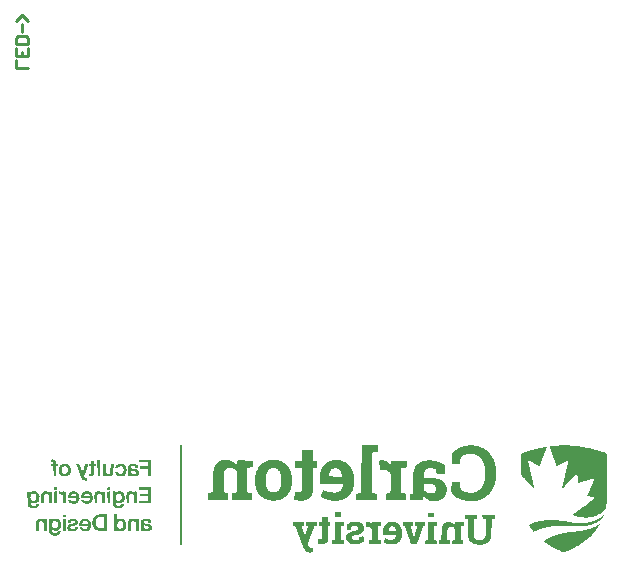
<source format=gbr>
%TF.GenerationSoftware,Altium Limited,Altium Designer,22.11.1 (43)*%
G04 Layer_Color=32896*
%FSLAX45Y45*%
%MOMM*%
%TF.SameCoordinates,CC3570FD-A2D7-4FBA-AFAC-830B96578B4B*%
%TF.FilePolarity,Positive*%
%TF.FileFunction,Legend,Bot*%
%TF.Part,Single*%
G01*
G75*
%TA.AperFunction,NonConductor*%
%ADD14C,0.25400*%
G36*
X2926763Y5528500D02*
X2927539Y5526689D01*
X2927281Y5520221D01*
Y5519704D01*
Y5504181D01*
X2927798Y5500559D01*
X2928574Y5499783D01*
X2939699Y5500042D01*
X2941510Y5499783D01*
X2942286Y5499007D01*
X2942803Y5481932D01*
X2942027Y5481156D01*
X2932714Y5480639D01*
X2929092Y5481156D01*
X2927798Y5479862D01*
X2927281Y5418289D01*
X2926763Y5414667D01*
X2925211Y5411045D01*
X2924694Y5408975D01*
X2923659Y5407941D01*
X2921848Y5405095D01*
X2920813Y5404577D01*
X2919778Y5403543D01*
X2912017Y5399403D01*
X2905808Y5398368D01*
X2904256Y5397851D01*
X2894942Y5397333D01*
X2887957Y5398110D01*
X2884076Y5397851D01*
X2883300Y5398627D01*
X2882782Y5415184D01*
X2883817Y5417772D01*
X2896236Y5418289D01*
X2899081Y5419065D01*
X2900375Y5420359D01*
X2900892Y5421394D01*
X2901927Y5422429D01*
X2902445Y5479862D01*
X2900892Y5480897D01*
X2884076Y5480639D01*
X2883300Y5481415D01*
X2882782Y5497455D01*
X2883300Y5499524D01*
X2884335Y5500042D01*
X2901151Y5499783D01*
X2901927Y5500559D01*
X2902445Y5527465D01*
X2904514Y5529017D01*
X2923400Y5528759D01*
X2924952Y5529276D01*
X2926763Y5528500D01*
D02*
G37*
G36*
X4777842Y5617238D02*
X4778618Y5616462D01*
X4779135Y5532639D01*
X4778618Y5531087D01*
X4779135Y5529535D01*
X4779911Y5528759D01*
X4808887Y5528241D01*
X4809663Y5527465D01*
X4810181Y5484519D01*
X4809663Y5466927D01*
X4808887Y5464598D01*
X4794917Y5464081D01*
X4793365Y5464598D01*
X4779911Y5465116D01*
X4778618Y5463822D01*
X4778100Y5322049D01*
X4777583Y5274963D01*
X4777066Y5273411D01*
X4776290Y5268495D01*
X4775513Y5265132D01*
X4774737Y5258147D01*
X4773702Y5255560D01*
X4772409Y5249610D01*
X4771115Y5246764D01*
X4770339Y5243400D01*
X4769046Y5240554D01*
X4767752Y5237191D01*
X4762319Y5227102D01*
X4760250Y5223997D01*
X4757921Y5221151D01*
X4757404Y5220116D01*
X4756628Y5219858D01*
X4755334Y5217529D01*
X4751453Y5213648D01*
X4750418Y5213131D01*
X4748349Y5211061D01*
X4747314Y5210544D01*
X4746538Y5209768D01*
X4743692Y5207439D01*
X4740070Y5204852D01*
X4735413Y5202265D01*
X4732826Y5200713D01*
X4730239Y5199678D01*
X4727652Y5198126D01*
X4724030Y5197091D01*
X4723254Y5196315D01*
X4719890Y5195539D01*
X4717045Y5194763D01*
X4714458Y5193728D01*
X4711870Y5193210D01*
X4706955Y5192434D01*
X4704885Y5191917D01*
X4703333Y5191399D01*
X4692467Y5190882D01*
X4690915Y5190365D01*
X4658317Y5190882D01*
X4656765Y5191399D01*
X4652626Y5191917D01*
X4651073Y5192434D01*
X4646416Y5192952D01*
X4642795Y5193469D01*
X4640725Y5193987D01*
X4638396Y5194763D01*
X4632705Y5195798D01*
X4630118Y5196315D01*
X4627530Y5197350D01*
X4621580Y5198643D01*
X4620287Y5199937D01*
X4619769Y5200972D01*
X4620545Y5207957D01*
X4621063Y5212096D01*
X4621580Y5218305D01*
X4622356Y5225808D01*
X4623132Y5228136D01*
X4624167Y5238485D01*
X4624685Y5243142D01*
X4625202Y5247281D01*
X4625720Y5249351D01*
X4626496Y5259440D01*
X4627013Y5263062D01*
X4627789Y5263839D01*
X4630894Y5264356D01*
X4633481Y5263321D01*
X4643829Y5262286D01*
X4647451Y5261769D01*
X4649004Y5261251D01*
X4663750Y5261510D01*
X4665820Y5262028D01*
X4669701Y5262804D01*
X4674357Y5264873D01*
X4677462Y5266943D01*
X4678497Y5267460D01*
X4679532Y5268495D01*
X4681860Y5271341D01*
X4683930Y5274963D01*
X4684706Y5275739D01*
X4685999Y5279102D01*
X4686517Y5281172D01*
X4687810Y5285570D01*
X4688328Y5290745D01*
X4688845Y5393712D01*
X4688587Y5411563D01*
Y5412080D01*
X4688845Y5460976D01*
X4688587Y5463822D01*
X4687810Y5464598D01*
X4632446Y5465116D01*
X4631153Y5466409D01*
X4630635Y5525913D01*
X4631153Y5527983D01*
X4633222Y5528500D01*
X4686258Y5528241D01*
X4688328Y5528759D01*
X4688845Y5529794D01*
X4688587Y5605596D01*
X4689104Y5607148D01*
X4689621Y5616979D01*
X4690656Y5617497D01*
X4777842Y5617238D01*
D02*
G37*
G36*
X3258431Y5502111D02*
X3263347Y5501335D01*
X3264899Y5501853D01*
X3266192Y5501594D01*
X3273178Y5500818D01*
X3276800Y5499266D01*
X3279904Y5498748D01*
X3282491Y5497713D01*
X3283526Y5496679D01*
X3285596Y5496161D01*
X3289218Y5493574D01*
X3290252Y5493057D01*
X3292322Y5490987D01*
X3294651Y5488141D01*
X3295168Y5487106D01*
X3297238Y5485037D01*
X3297755Y5482967D01*
X3299825Y5479345D01*
X3300342Y5475205D01*
X3301377Y5472618D01*
X3301895Y5467962D01*
X3301118Y5467185D01*
X3279904Y5466668D01*
X3277834Y5467185D01*
X3276282Y5470290D01*
X3275506Y5473653D01*
X3274471Y5476241D01*
X3273436Y5477275D01*
X3272919Y5478310D01*
X3269297Y5480897D01*
X3266451Y5481673D01*
X3263864Y5482708D01*
X3251963Y5483226D01*
X3249117Y5482450D01*
X3245754Y5481673D01*
X3243167Y5480639D01*
X3242908Y5479862D01*
X3241356Y5478827D01*
X3239804Y5476241D01*
X3238769Y5475205D01*
X3238252Y5468996D01*
X3239804Y5465375D01*
X3242132Y5463046D01*
X3243167Y5462529D01*
X3243943Y5461753D01*
X3247306Y5460976D01*
X3249894Y5459942D01*
X3255585Y5459424D01*
X3259207Y5458907D01*
X3269038Y5458389D01*
X3272660Y5457872D01*
X3275506Y5457096D01*
X3280421Y5456320D01*
X3282491Y5455802D01*
X3285078Y5454767D01*
X3286113Y5454250D01*
X3289735Y5453215D01*
X3290770Y5452180D01*
X3291805Y5451663D01*
X3293875Y5451145D01*
X3295427Y5449593D01*
X3296462Y5449076D01*
X3300342Y5445195D01*
X3300860Y5444160D01*
X3301636Y5443901D01*
X3302929Y5440538D01*
X3304482Y5438986D01*
X3305517Y5434329D01*
X3306034Y5432777D01*
X3305775Y5419583D01*
X3304999Y5415702D01*
X3303964Y5413115D01*
X3302412Y5410528D01*
X3301895Y5409493D01*
X3300342Y5407941D01*
X3299825Y5406906D01*
X3298014Y5405095D01*
X3296979Y5404577D01*
X3295427Y5403025D01*
X3291805Y5400955D01*
X3289218Y5399403D01*
X3287148Y5398886D01*
X3281974Y5396816D01*
X3266969Y5396299D01*
X3260242Y5396816D01*
X3256620Y5397333D01*
X3252998Y5398886D01*
X3250928Y5399403D01*
X3249376Y5399921D01*
X3245754Y5401990D01*
X3244719Y5403025D01*
X3242132Y5404577D01*
X3240839Y5406388D01*
X3240321Y5407423D01*
X3239545Y5408199D01*
X3237734Y5407941D01*
X3237217Y5404836D01*
X3236182Y5402249D01*
X3235665Y5400179D01*
X3234371Y5398886D01*
X3211346Y5399144D01*
X3210828Y5402249D01*
X3211863Y5403284D01*
X3212380Y5404319D01*
X3212898Y5405871D01*
X3213415Y5421911D01*
Y5422429D01*
X3213674Y5473912D01*
X3214191Y5477016D01*
X3214709Y5479086D01*
X3215485Y5482450D01*
X3218072Y5488141D01*
X3224540Y5494609D01*
X3229197Y5497196D01*
X3229973Y5497972D01*
X3233336Y5498748D01*
X3236182Y5500042D01*
X3238252Y5500559D01*
X3241356Y5501077D01*
X3247565Y5501594D01*
X3250411Y5501335D01*
X3252481Y5501853D01*
X3254033Y5502370D01*
X3258431Y5502111D01*
D02*
G37*
G36*
X6757500Y5645179D02*
X6757758Y5643368D01*
X6757241Y5641298D01*
X6755171Y5636641D01*
X6754654Y5633537D01*
X6752843Y5630174D01*
X6752067Y5626810D01*
X6749997Y5622154D01*
X6749480Y5620084D01*
X6746893Y5613357D01*
X6745340Y5609735D01*
X6744823Y5607666D01*
X6743788Y5604044D01*
X6742753Y5603009D01*
X6742236Y5599904D01*
X6741201Y5597317D01*
X6740166Y5596282D01*
X6739649Y5593178D01*
X6737579Y5588521D01*
X6736544Y5584382D01*
X6735768Y5583606D01*
X6734992Y5580760D01*
X6734474Y5578690D01*
X6733181Y5576362D01*
X6732405Y5573516D01*
X6730335Y5568859D01*
X6729818Y5566789D01*
X6729041Y5564461D01*
X6728007Y5561874D01*
X6727230Y5559028D01*
X6726196Y5556441D01*
X6725419Y5555665D01*
X6724643Y5552302D01*
X6722574Y5547645D01*
X6721539Y5543505D01*
X6720763Y5542729D01*
X6719987Y5539883D01*
X6719469Y5537814D01*
X6718176Y5535485D01*
X6717399Y5532639D01*
X6715330Y5527983D01*
X6714812Y5525913D01*
X6713260Y5522291D01*
X6712743Y5520221D01*
X6711449Y5516858D01*
X6709638Y5511942D01*
X6708086Y5508320D01*
X6707051Y5504181D01*
X6705499Y5501594D01*
X6704464Y5497455D01*
X6703170Y5494609D01*
X6702394Y5491763D01*
X6700324Y5487106D01*
X6699290Y5483484D01*
X6697479Y5483226D01*
X6690752Y5486330D01*
X6687648Y5488400D01*
X6685578Y5488917D01*
X6682474Y5490987D01*
X6680404Y5491504D01*
X6678852Y5493057D01*
X6677299Y5493574D01*
X6673936Y5495385D01*
X6670573Y5496679D01*
X6669279Y5497972D01*
X6665916Y5499266D01*
X6664881Y5500301D01*
X6663846Y5500818D01*
X6661259Y5501853D01*
X6656602Y5504440D01*
X6654015Y5505992D01*
X6651428Y5507027D01*
X6647806Y5509097D01*
X6618313Y5524619D01*
X6613139Y5527724D01*
X6612104Y5528241D01*
X6609517Y5529276D01*
X6604860Y5531863D01*
X6602273Y5533416D01*
X6600721Y5533933D01*
X6599945Y5533674D01*
X6599427Y5532122D01*
X6600203Y5529794D01*
X6600979Y5523843D01*
X6602014Y5521256D01*
X6603049Y5516599D01*
X6603566Y5512977D01*
X6604084Y5510908D01*
X6605119Y5508320D01*
X6605636Y5505216D01*
X6606154Y5501594D01*
X6607447Y5498231D01*
X6608223Y5493315D01*
X6609258Y5489176D01*
X6610034Y5486330D01*
X6610811Y5481415D01*
X6612104Y5477016D01*
X6612880Y5474171D01*
X6613397Y5470549D01*
X6614432Y5466927D01*
X6615209Y5464081D01*
X6616243Y5457355D01*
X6617278Y5454767D01*
X6618054Y5450369D01*
X6618572Y5448299D01*
X6619348Y5445454D01*
X6619865Y5443384D01*
X6621159Y5435881D01*
X6622452Y5432518D01*
X6623487Y5426309D01*
X6624522Y5422170D01*
X6625298Y5419324D01*
X6625816Y5417254D01*
X6626333Y5413632D01*
X6627368Y5411045D01*
X6628403Y5404319D01*
X6629955Y5400697D01*
X6630472Y5395523D01*
X6631507Y5391383D01*
X6632542Y5388796D01*
X6633060Y5384657D01*
X6633577Y5382587D01*
X6634871Y5378189D01*
X6635905Y5371980D01*
X6636423Y5369393D01*
X6637458Y5366806D01*
X6638234Y5361890D01*
X6640045Y5355940D01*
X6640562Y5351800D01*
X6641338Y5348437D01*
X6642373Y5345850D01*
X6642891Y5341193D01*
X6644443Y5336019D01*
X6644960Y5334467D01*
X6645478Y5330327D01*
X6646254Y5327481D01*
X6646771Y5325412D01*
X6647548Y5322566D01*
X6648065Y5320496D01*
X6648582Y5316874D01*
X6649358Y5314546D01*
X6650135Y5311183D01*
X6650652Y5307561D01*
X6651687Y5303939D01*
X6652463Y5301093D01*
X6652980Y5297988D01*
X6653757Y5294108D01*
X6654791Y5291521D01*
X6654015Y5290745D01*
X6652980Y5291779D01*
X6651169Y5293073D01*
X6649876Y5294884D01*
X6648841Y5295401D01*
X6648582Y5296177D01*
X6647289Y5297471D01*
X6646254Y5297988D01*
X6645478Y5299282D01*
X6644960Y5300317D01*
X6644184Y5300576D01*
X6643925Y5301352D01*
X6642632Y5302645D01*
X6641597Y5303163D01*
X6641338Y5303939D01*
X6640045Y5305232D01*
X6639010Y5305750D01*
X6637458Y5308337D01*
X6637199Y5308596D01*
X6630990Y5314805D01*
X6630472Y5315840D01*
X6625816Y5320496D01*
X6625298Y5321531D01*
X6624522Y5321790D01*
X6620383Y5326964D01*
X6619348Y5327481D01*
X6618572Y5328258D01*
X6618054Y5329292D01*
X6617278Y5329551D01*
X6615209Y5332138D01*
X6614174Y5332656D01*
X6613915Y5333432D01*
X6608741Y5338606D01*
X6608223Y5339641D01*
X6607188Y5340158D01*
X6605636Y5342745D01*
X6598910Y5349472D01*
X6598392Y5350507D01*
X6591148Y5357751D01*
X6590631Y5358786D01*
X6583905Y5365512D01*
X6583387Y5366547D01*
X6576143Y5373791D01*
X6575626Y5374826D01*
X6573556Y5376895D01*
X6573039Y5377930D01*
X6566830Y5384139D01*
X6566312Y5385174D01*
X6559068Y5392418D01*
X6558551Y5393453D01*
X6551307Y5400697D01*
X6550790Y5401732D01*
X6545356Y5407164D01*
X6543028Y5410010D01*
X6542511Y5524878D01*
X6541993Y5526948D01*
X6541476Y5528500D01*
X6541734Y5579984D01*
X6542769Y5584123D01*
X6544063Y5587486D01*
X6547426Y5590849D01*
X6548461Y5591367D01*
X6549496Y5592402D01*
X6552083Y5593437D01*
X6554670Y5594989D01*
X6557775Y5595506D01*
X6562431Y5597576D01*
X6565536Y5598093D01*
X6570193Y5600163D01*
X6573297Y5600680D01*
X6576143Y5601974D01*
X6581576Y5603268D01*
X6584422Y5604561D01*
X6587268Y5605337D01*
X6589337Y5605855D01*
X6592183Y5607148D01*
X6596064Y5607924D01*
X6599686Y5609477D01*
X6603825Y5610512D01*
X6610552Y5612581D01*
X6612622Y5613099D01*
X6615467Y5613875D01*
X6618054Y5614910D01*
X6622452Y5615686D01*
X6626074Y5617238D01*
X6629179Y5617755D01*
X6635129Y5619566D01*
X6638492Y5620343D01*
X6640562Y5620860D01*
X6644960Y5622154D01*
X6648324Y5622930D01*
X6654274Y5624741D01*
X6658672Y5625517D01*
X6664622Y5627328D01*
X6669538Y5628104D01*
X6672901Y5629397D01*
X6679110Y5630432D01*
X6682474Y5631208D01*
X6685061Y5632243D01*
X6689200Y5632761D01*
X6691270Y5633278D01*
X6694115Y5634054D01*
X6696185Y5634572D01*
X6700583Y5635348D01*
X6704205Y5635865D01*
X6706792Y5636900D01*
X6708862Y5637417D01*
X6716106Y5638452D01*
X6718952Y5639228D01*
X6721021Y5639746D01*
X6727489Y5640522D01*
X6729559Y5641040D01*
X6732405Y5641815D01*
X6734992Y5642333D01*
X6739649Y5642850D01*
X6745082Y5643627D01*
X6747669Y5644661D01*
X6753878Y5645179D01*
X6755430Y5645696D01*
X6757500Y5645179D01*
D02*
G37*
G36*
X2582936Y5538072D02*
X2585006Y5537555D01*
X2588628Y5536520D01*
X2596389Y5532898D01*
X2597424Y5531346D01*
X2598459Y5530828D01*
X2599235Y5530052D01*
X2599752Y5529017D01*
X2601822Y5526948D01*
X2602339Y5525396D01*
X2604150Y5523067D01*
X2604927Y5519704D01*
X2606479Y5516082D01*
X2606996Y5502629D01*
X2607514Y5500559D01*
X2608290Y5499783D01*
X2619415Y5500042D01*
X2621225Y5499783D01*
X2622002Y5499007D01*
X2622519Y5483484D01*
X2621743Y5481156D01*
X2611395Y5480639D01*
X2609842Y5481156D01*
X2607773Y5480639D01*
X2607255Y5479604D01*
X2606738Y5399403D01*
X2583454Y5398886D01*
X2582678Y5399662D01*
X2582160Y5479862D01*
X2580608Y5480897D01*
X2564309Y5480639D01*
X2562239Y5481156D01*
X2561463Y5481932D01*
X2560946Y5496420D01*
X2561463Y5498490D01*
X2562239Y5499266D01*
X2580867Y5499783D01*
X2581643Y5500559D01*
X2582160Y5507803D01*
X2581643Y5509873D01*
X2579314Y5515306D01*
X2578279Y5515823D01*
X2575175Y5517893D01*
X2563792Y5518410D01*
X2562757D01*
X2560687Y5518928D01*
X2560428Y5537296D01*
X2561204Y5538072D01*
X2576210Y5538590D01*
X2582936Y5538072D01*
D02*
G37*
G36*
X2877091Y5499524D02*
X2877608Y5496420D01*
X2876056Y5493833D01*
X2875539Y5491763D01*
X2874504Y5488141D01*
X2873728Y5487365D01*
X2872175Y5481673D01*
X2871917Y5481415D01*
Y5480897D01*
X2870882Y5479862D01*
X2870364Y5476758D01*
X2867777Y5470031D01*
X2867260Y5467962D01*
X2865966Y5465116D01*
X2865190Y5462270D01*
X2863638Y5458648D01*
X2863121Y5457096D01*
X2862603Y5455026D01*
X2860792Y5450628D01*
X2860016Y5447265D01*
X2858722Y5444936D01*
X2857946Y5442090D01*
X2857429Y5440021D01*
X2856135Y5437692D01*
X2855359Y5434329D01*
X2852772Y5427603D01*
X2852255Y5425533D01*
X2850702Y5421911D01*
X2850185Y5419841D01*
X2849150Y5417254D01*
X2848374Y5415443D01*
X2847598Y5412080D01*
X2846304Y5408717D01*
X2845528Y5405353D01*
X2845011Y5403801D01*
X2844493Y5393453D01*
X2845528Y5389831D01*
X2846046Y5387761D01*
X2847598Y5386209D01*
X2848115Y5385174D01*
X2850444Y5383363D01*
X2853031Y5381811D01*
X2854583Y5381293D01*
X2869071Y5380776D01*
X2869847Y5380000D01*
X2870364Y5361373D01*
X2869588Y5360597D01*
X2851478Y5360079D01*
X2847856Y5360597D01*
X2845787Y5361114D01*
X2844235Y5361631D01*
X2840095Y5362149D01*
X2833369Y5365253D01*
X2829747Y5367323D01*
X2826383Y5370686D01*
X2825866Y5371721D01*
X2824831Y5372756D01*
X2822244Y5376378D01*
X2820174Y5380000D01*
X2818622Y5381552D01*
X2818105Y5384657D01*
X2816035Y5387761D01*
X2815518Y5390866D01*
X2813965Y5393453D01*
X2812930Y5398110D01*
X2811378Y5400697D01*
X2810861Y5402766D01*
X2809826Y5406388D01*
X2808274Y5410010D01*
X2807756Y5412080D01*
X2805687Y5417254D01*
X2805169Y5419324D01*
X2803617Y5422946D01*
X2802582Y5427085D01*
X2801547Y5428120D01*
X2801030Y5430707D01*
X2799995Y5434329D01*
X2798960Y5435364D01*
X2798443Y5437434D01*
X2797408Y5441056D01*
X2795855Y5444678D01*
X2795338Y5446747D01*
X2793268Y5451922D01*
X2792751Y5453991D01*
X2791199Y5457613D01*
X2790164Y5461753D01*
X2789129Y5462787D01*
X2788612Y5465375D01*
X2788094Y5467444D01*
X2786024Y5472101D01*
X2785507Y5474171D01*
X2784731Y5476499D01*
X2783437Y5479862D01*
X2782920Y5481932D01*
X2781626Y5484778D01*
X2780850Y5487624D01*
X2778781Y5492281D01*
X2778263Y5494350D01*
X2777228Y5496937D01*
X2777487Y5499266D01*
X2799219Y5499783D01*
X2800771Y5500301D01*
X2802323Y5499783D01*
X2805169Y5494350D01*
X2805687Y5490728D01*
X2807756Y5486071D01*
X2808274Y5482967D01*
X2810343Y5478310D01*
X2810861Y5475205D01*
X2811378Y5473136D01*
X2812672Y5470290D01*
X2813448Y5466409D01*
X2814741Y5463046D01*
X2816035Y5457613D01*
X2817587Y5453991D01*
X2818105Y5450887D01*
X2818622Y5448817D01*
X2819916Y5445971D01*
X2820692Y5442090D01*
X2821468Y5439245D01*
X2822503Y5436658D01*
X2823796Y5430707D01*
X2824831Y5428120D01*
X2825349Y5425016D01*
X2826125Y5422170D01*
X2827160Y5421652D01*
X2827936Y5422429D01*
X2828970Y5426568D01*
X2830523Y5431742D01*
X2831040Y5435364D01*
X2832334Y5438210D01*
X2833110Y5442608D01*
X2833886Y5445454D01*
X2834921Y5448041D01*
X2835697Y5451922D01*
X2836732Y5454509D01*
X2837508Y5456320D01*
X2838543Y5461494D01*
X2840095Y5465633D01*
X2840871Y5468996D01*
X2841647Y5471325D01*
X2842941Y5474688D01*
X2843458Y5476758D01*
X2845011Y5480380D01*
X2845528Y5483484D01*
X2846822Y5486330D01*
X2848115Y5491763D01*
X2849150Y5494350D01*
X2850702Y5498490D01*
X2851478Y5499266D01*
X2873728Y5499783D01*
X2875280Y5500301D01*
X2877091Y5499524D01*
D02*
G37*
G36*
X5782676Y5530828D02*
X5796646Y5529794D01*
X5798975Y5529017D01*
X5804149Y5528500D01*
X5808288Y5527983D01*
X5814497Y5526430D01*
X5819413Y5525654D01*
X5823035Y5524102D01*
X5826139Y5523585D01*
X5828209Y5523067D01*
X5830537Y5522291D01*
X5833901Y5520997D01*
X5835971Y5520480D01*
X5838299Y5519704D01*
X5841662Y5518410D01*
X5846319Y5516341D01*
X5848389Y5515823D01*
X5853045Y5513754D01*
X5864429Y5508579D01*
X5867016Y5507544D01*
X5869603Y5505992D01*
X5872966Y5504181D01*
X5876329Y5502888D01*
X5877364Y5501853D01*
X5879951Y5500818D01*
X5881245Y5499524D01*
X5884608Y5498231D01*
X5886160Y5496679D01*
X5887195Y5496161D01*
X5889782Y5494609D01*
X5892628Y5492798D01*
X5893146Y5490728D01*
X5893663Y5489176D01*
X5894180Y5420876D01*
X5893404Y5418548D01*
X5830279Y5418030D01*
X5828726Y5417513D01*
X5826657Y5418030D01*
X5826139Y5419065D01*
X5825363Y5422946D01*
X5824846Y5424498D01*
X5824070Y5428896D01*
X5823552Y5432001D01*
X5823035Y5437175D01*
X5822000Y5442349D01*
X5821483Y5444419D01*
X5820706Y5450887D01*
X5820189Y5452956D01*
X5816826Y5455285D01*
X5810099Y5458907D01*
X5808030Y5459424D01*
X5804408Y5460976D01*
X5800268Y5462011D01*
X5797681Y5463046D01*
X5796129Y5463564D01*
X5788368Y5464081D01*
X5786815Y5464598D01*
X5782159Y5465116D01*
X5776984Y5465633D01*
X5775432Y5466151D01*
X5772069Y5465892D01*
X5767153Y5465116D01*
X5758357Y5464081D01*
X5754735Y5463564D01*
X5751889Y5462787D01*
X5748526Y5461494D01*
X5740765Y5457872D01*
X5738178Y5456320D01*
X5737143Y5455285D01*
X5734297Y5453474D01*
X5733779Y5452439D01*
X5732227Y5451404D01*
X5731710Y5450369D01*
X5730158Y5448817D01*
X5728605Y5446230D01*
X5727570Y5445195D01*
X5725501Y5441573D01*
X5724725Y5440797D01*
X5723949Y5437951D01*
X5722138Y5434588D01*
X5721361Y5429672D01*
X5720844Y5428120D01*
X5720327Y5423981D01*
X5719809Y5421911D01*
X5719292Y5420359D01*
X5719550Y5389055D01*
X5719292Y5386726D01*
X5720068Y5384398D01*
X5765084Y5383881D01*
X5767930Y5383104D01*
X5783711Y5383363D01*
X5785263Y5382846D01*
X5793024Y5382328D01*
X5795094Y5381811D01*
X5804925Y5381293D01*
X5806995Y5380776D01*
X5808547Y5380258D01*
X5815274Y5379741D01*
X5817343Y5379224D01*
X5820965Y5378706D01*
X5823811Y5377930D01*
X5831314Y5376637D01*
X5834160Y5375343D01*
X5840110Y5374049D01*
X5843732Y5372497D01*
X5848389Y5371462D01*
X5849423Y5370427D01*
X5851493Y5369910D01*
X5856150Y5367840D01*
X5860289Y5366288D01*
X5861324Y5365253D01*
X5862359Y5364736D01*
X5869086Y5361631D01*
X5870120Y5360597D01*
X5873742Y5358527D01*
X5876329Y5356975D01*
X5877882Y5355422D01*
X5878917Y5354905D01*
X5879693Y5354129D01*
X5882538Y5351800D01*
X5883573Y5351283D01*
X5890817Y5344039D01*
X5893146Y5341193D01*
X5893663Y5340158D01*
X5894439Y5339900D01*
X5895733Y5337571D01*
X5896768Y5336536D01*
X5898320Y5333949D01*
X5899872Y5332397D01*
X5900390Y5330327D01*
X5901424Y5329292D01*
X5902977Y5326705D01*
X5903494Y5324636D01*
X5904529Y5323601D01*
X5905564Y5321014D01*
X5907375Y5316615D01*
X5908151Y5313252D01*
X5909962Y5307302D01*
X5910479Y5302645D01*
X5910997Y5298506D01*
X5911773Y5294625D01*
X5911255Y5293073D01*
X5911514Y5291779D01*
X5912290Y5288934D01*
X5911514Y5273670D01*
X5910738Y5270306D01*
X5909703Y5259958D01*
X5908668Y5257371D01*
X5907634Y5252714D01*
X5907116Y5250644D01*
X5905564Y5247022D01*
X5904529Y5243400D01*
X5903494Y5242365D01*
X5902977Y5239261D01*
X5900907Y5236156D01*
X5899872Y5233569D01*
X5898837Y5232534D01*
X5896768Y5228913D01*
X5895215Y5226325D01*
X5893663Y5224773D01*
X5893146Y5223738D01*
X5891076Y5221668D01*
X5890558Y5220634D01*
X5888489Y5218564D01*
X5887971Y5217529D01*
X5884091Y5213648D01*
X5883056Y5213131D01*
X5880469Y5210544D01*
X5879434Y5210027D01*
X5877882Y5208474D01*
X5876847Y5207957D01*
X5875812Y5206922D01*
X5873225Y5205370D01*
X5872190Y5204335D01*
X5871155Y5203818D01*
X5868051Y5201748D01*
X5858220Y5196574D01*
X5855632Y5195539D01*
X5852011Y5193987D01*
X5850458Y5193469D01*
X5847612Y5192693D01*
X5845543Y5192176D01*
X5842956Y5191141D01*
X5838558Y5190365D01*
X5836488Y5189847D01*
X5833642Y5189071D01*
X5831572Y5188554D01*
X5821483Y5187778D01*
X5819930Y5187260D01*
X5795611Y5186742D01*
X5794059Y5187260D01*
X5784228Y5188295D01*
X5780606Y5188812D01*
X5777760Y5189588D01*
X5772328Y5190882D01*
X5765601Y5192952D01*
X5763531Y5193469D01*
X5761203Y5194763D01*
X5758357Y5195539D01*
X5755770Y5196574D01*
X5754735Y5197608D01*
X5752665Y5198126D01*
X5749561Y5200196D01*
X5747491Y5200713D01*
X5746456Y5201748D01*
X5742058Y5204076D01*
X5735591Y5208474D01*
X5734556Y5208992D01*
X5734297Y5209768D01*
X5732486Y5210544D01*
X5730416Y5212614D01*
X5729381Y5213131D01*
X5727312Y5215201D01*
X5726277Y5215718D01*
X5726018Y5216494D01*
X5724207Y5217788D01*
X5723172Y5218305D01*
X5717739Y5223738D01*
X5717222Y5224773D01*
X5715929Y5226067D01*
X5714376Y5225549D01*
X5713600Y5221151D01*
X5713083Y5219082D01*
X5712048Y5216494D01*
X5711530Y5213390D01*
X5709978Y5209768D01*
X5708943Y5205628D01*
X5706356Y5198902D01*
X5705321Y5196315D01*
X5704804Y5195280D01*
X5703510Y5193987D01*
X5687988Y5193469D01*
X5603131D01*
X5600802Y5194245D01*
X5600285Y5247022D01*
X5601061Y5247798D01*
X5610892Y5249351D01*
X5612444Y5249868D01*
X5618653Y5250385D01*
X5623827Y5250903D01*
X5625897Y5251420D01*
X5626932Y5252455D01*
X5628225Y5255819D01*
X5628743Y5257371D01*
X5628225Y5258406D01*
X5628484Y5262804D01*
X5629001Y5265391D01*
X5629519Y5417513D01*
X5630036Y5429931D01*
X5630554Y5435105D01*
X5631071Y5437175D01*
X5632623Y5446489D01*
X5633141Y5448558D01*
X5634435Y5451922D01*
X5634952Y5453991D01*
X5636504Y5457613D01*
X5637021Y5461235D01*
X5639091Y5464340D01*
X5639609Y5466927D01*
X5641678Y5470031D01*
X5642196Y5472101D01*
X5643231Y5473136D01*
X5647370Y5480380D01*
X5648922Y5481932D01*
X5649440Y5482967D01*
X5651509Y5485037D01*
X5652027Y5486071D01*
X5653579Y5487624D01*
X5654097Y5488659D01*
X5661858Y5496420D01*
X5664704Y5498748D01*
X5665738Y5499266D01*
X5667291Y5500818D01*
X5668326Y5501335D01*
X5669878Y5502888D01*
X5670913Y5503405D01*
X5671948Y5504440D01*
X5675570Y5506510D01*
X5677122Y5508062D01*
X5678157Y5508579D01*
X5681261Y5510649D01*
X5682296Y5511167D01*
X5684883Y5512719D01*
X5685918Y5513236D01*
X5688505Y5514271D01*
X5689540Y5514788D01*
X5690316Y5515565D01*
X5693162Y5516341D01*
X5694714Y5517893D01*
X5696784Y5518410D01*
X5700406Y5519963D01*
X5702993Y5520997D01*
X5705839Y5521774D01*
X5710754Y5523585D01*
X5716705Y5525396D01*
X5721103Y5526172D01*
X5723172Y5526689D01*
X5728864Y5528241D01*
X5735849Y5529017D01*
X5738436Y5529535D01*
X5743869Y5530311D01*
X5750596Y5530828D01*
X5763531Y5531346D01*
X5782676Y5530828D01*
D02*
G37*
G36*
X3153136Y5501853D02*
X3156240Y5501335D01*
X3157793Y5501853D01*
X3159604Y5501594D01*
X3164519Y5500818D01*
X3174350Y5497713D01*
X3175385Y5496679D01*
X3177454Y5496161D01*
X3178489Y5495126D01*
X3182111Y5493057D01*
X3183664Y5491504D01*
X3184698Y5490987D01*
X3185474Y5490211D01*
X3185992Y5489176D01*
X3186768Y5488917D01*
X3187544Y5488141D01*
X3188062Y5487106D01*
X3190131Y5485037D01*
X3190649Y5484002D01*
X3192719Y5481932D01*
X3193236Y5479862D01*
X3194271Y5478827D01*
X3195823Y5476241D01*
X3197375Y5472618D01*
X3197893Y5471066D01*
X3198928Y5467444D01*
X3200221Y5463046D01*
X3200997Y5450887D01*
X3200480Y5436399D01*
X3199186Y5432001D01*
X3198410Y5429155D01*
X3197375Y5425533D01*
X3196599Y5424757D01*
X3195823Y5421911D01*
X3193753Y5418807D01*
X3193236Y5417254D01*
X3192201Y5416219D01*
X3190649Y5413632D01*
X3184957Y5407941D01*
X3178489Y5403025D01*
X3171763Y5399403D01*
X3167624Y5398368D01*
X3165036Y5397333D01*
X3163484Y5396816D01*
X3148996Y5396299D01*
X3140718Y5396816D01*
X3137096Y5397333D01*
X3134250Y5398627D01*
X3130887Y5399403D01*
X3128299Y5400438D01*
X3123642Y5403025D01*
X3121055Y5404577D01*
X3119503Y5406130D01*
X3118468Y5406647D01*
X3113553Y5411563D01*
X3110966Y5415184D01*
X3110448Y5416219D01*
X3109413Y5417254D01*
X3108896Y5418289D01*
X3107861Y5420876D01*
X3106826Y5421911D01*
X3106309Y5423981D01*
X3105533Y5426827D01*
X3104498Y5429414D01*
X3103722Y5435364D01*
X3104498Y5436140D01*
X3127782Y5436658D01*
X3128558Y5435881D01*
X3129852Y5432001D01*
X3131663Y5427085D01*
X3133215Y5425533D01*
X3133732Y5424498D01*
X3135026Y5423205D01*
X3137613Y5421652D01*
X3139683Y5419583D01*
X3141752Y5419065D01*
X3145374Y5417513D01*
X3154170Y5416996D01*
X3157016Y5417772D01*
X3160380Y5419065D01*
X3162449Y5419583D01*
X3164002Y5421135D01*
X3165036Y5421652D01*
X3168400Y5425016D01*
X3168917Y5426050D01*
X3169952Y5427085D01*
X3170469Y5428120D01*
X3172798Y5432001D01*
X3173574Y5435364D01*
X3174091Y5437434D01*
X3175126Y5441056D01*
X3175644Y5442608D01*
X3175385Y5455285D01*
X3174867Y5457355D01*
X3174350Y5459942D01*
X3173056Y5465892D01*
X3171504Y5468479D01*
X3170987Y5470031D01*
X3169434Y5471584D01*
X3168917Y5472618D01*
X3165554Y5475982D01*
X3164519Y5476499D01*
X3162967Y5478051D01*
X3161932Y5478569D01*
X3158568Y5479862D01*
X3155723Y5480639D01*
X3154170Y5481156D01*
X3145892Y5480639D01*
X3143305Y5479604D01*
X3138648Y5477534D01*
X3136061Y5475982D01*
X3133732Y5473136D01*
X3133215Y5472101D01*
X3131921Y5470807D01*
X3130628Y5467444D01*
X3129076Y5463822D01*
X3128299Y5463046D01*
X3105533Y5462529D01*
X3105015D01*
X3104757Y5462787D01*
X3104239Y5466409D01*
X3105533Y5470807D01*
X3106826Y5476241D01*
X3107861Y5477275D01*
X3108379Y5478310D01*
X3109413Y5480897D01*
X3111483Y5484519D01*
X3113553Y5486589D01*
X3114070Y5487624D01*
X3115622Y5489176D01*
X3118468Y5491504D01*
X3122090Y5494091D01*
X3123125Y5494609D01*
X3124160Y5495644D01*
X3126747Y5496679D01*
X3127523Y5497455D01*
X3133991Y5499783D01*
X3136578Y5500818D01*
X3146409Y5501335D01*
X3147961Y5501853D01*
X3151583Y5502370D01*
X3153136Y5501853D01*
D02*
G37*
G36*
X3408484Y5537296D02*
X3409001Y5400179D01*
X3407707Y5398886D01*
X3382612Y5399144D01*
X3382095Y5455544D01*
X3381319Y5457872D01*
X3318193Y5458389D01*
X3317417Y5459165D01*
X3316900Y5480380D01*
X3317676Y5481156D01*
X3380801Y5481673D01*
X3381578Y5482450D01*
X3382095Y5512460D01*
X3381319Y5513236D01*
X3368901Y5513754D01*
X3314571D01*
X3312502Y5513236D01*
X3310432Y5513754D01*
X3309656Y5515047D01*
X3309915Y5516858D01*
X3310432Y5537555D01*
X3406155Y5538072D01*
X3408484Y5537296D01*
D02*
G37*
G36*
X2979540D02*
X2980058Y5400179D01*
X2979282Y5399403D01*
X2955998Y5398886D01*
X2955222Y5399662D01*
X2954704Y5535226D01*
X2955480Y5537555D01*
X2957550Y5538072D01*
X2978764D01*
X2979540Y5537296D01*
D02*
G37*
G36*
X3002566Y5499783D02*
X3021969Y5500042D01*
X3023780Y5499783D01*
X3024815Y5497196D01*
X3024556Y5488659D01*
Y5488141D01*
Y5438986D01*
X3025074Y5436916D01*
X3026109Y5434329D01*
X3027143Y5429672D01*
X3028178Y5428638D01*
X3029731Y5426050D01*
X3031024Y5424757D01*
X3032059Y5424239D01*
X3034129Y5422170D01*
X3035163Y5421652D01*
X3038268Y5419583D01*
X3042925Y5418548D01*
X3044477Y5418030D01*
X3050945Y5418289D01*
X3054308Y5419065D01*
X3057154Y5419841D01*
X3060000Y5422170D01*
X3062328Y5425016D01*
X3063880Y5427603D01*
X3064398Y5429672D01*
X3064915Y5431225D01*
X3065433Y5496937D01*
X3066209Y5499266D01*
X3089493Y5499783D01*
X3090786Y5498490D01*
X3090527Y5426309D01*
X3090010Y5423722D01*
X3088716Y5417772D01*
X3085612Y5411045D01*
X3084060Y5408458D01*
X3079662Y5404060D01*
X3076040Y5401473D01*
X3075005Y5400955D01*
X3074229Y5400179D01*
X3070866Y5398886D01*
X3066209Y5396816D01*
X3054308Y5396299D01*
X3046029Y5396816D01*
X3043960Y5397333D01*
X3036716Y5400438D01*
X3033094Y5402508D01*
X3032059Y5403543D01*
X3031024Y5404060D01*
X3027661Y5407423D01*
X3027143Y5408458D01*
X3025332Y5410269D01*
X3024556Y5410010D01*
X3024039Y5400179D01*
X3022745Y5398886D01*
X3000237Y5399144D01*
X2999461Y5400955D01*
X2999720Y5499007D01*
X3001531Y5500301D01*
X3002566Y5499783D01*
D02*
G37*
G36*
X2680212Y5501853D02*
X2681764Y5501335D01*
X2683575Y5501594D01*
X2686421Y5501335D01*
X2691595Y5500818D01*
X2693923Y5500042D01*
X2697286Y5498748D01*
X2700908Y5497713D01*
X2701685Y5496937D01*
X2704531Y5496161D01*
X2705307Y5495385D01*
X2708411Y5493315D01*
X2711257Y5490987D01*
X2711774D01*
X2714362Y5488400D01*
X2715396Y5487882D01*
X2716172Y5486589D01*
X2716690Y5485554D01*
X2718242Y5484002D01*
X2718760Y5482967D01*
X2719794Y5481932D01*
X2721864Y5478310D01*
X2722899Y5477275D01*
X2724969Y5472101D01*
X2725745Y5471325D01*
X2726521Y5467444D01*
X2728073Y5463822D01*
X2728591Y5456578D01*
X2729108Y5452956D01*
X2728591Y5438469D01*
X2728073Y5434847D01*
X2727038Y5432259D01*
X2726003Y5428120D01*
X2723934Y5423463D01*
X2722899Y5420876D01*
X2720829Y5417254D01*
X2719794Y5416219D01*
X2719277Y5415184D01*
X2710740Y5406647D01*
X2709705Y5406130D01*
X2708153Y5404577D01*
X2707118Y5404060D01*
X2704013Y5401990D01*
X2701943Y5401473D01*
X2700391Y5399921D01*
X2696252Y5398886D01*
X2693665Y5397851D01*
X2691595Y5397333D01*
X2690043Y5396816D01*
X2677107Y5396299D01*
X2665724Y5396816D01*
X2663654Y5397333D01*
X2661067Y5398368D01*
X2658480Y5398886D01*
X2653823Y5400955D01*
X2652788Y5401473D01*
X2650201Y5402508D01*
X2646579Y5404577D01*
X2645027Y5406130D01*
X2643992Y5406647D01*
X2638042Y5412598D01*
X2636748Y5414409D01*
X2633385Y5419324D01*
X2631833Y5421911D01*
X2630539Y5424757D01*
X2629245Y5428120D01*
X2628728Y5430190D01*
X2627693Y5432777D01*
X2627176Y5434329D01*
X2626658Y5452956D01*
X2627176Y5462787D01*
X2628469Y5467185D01*
X2629245Y5470031D01*
X2630798Y5473653D01*
X2631315Y5474688D01*
X2632867Y5478310D01*
X2634937Y5481932D01*
X2637007Y5484002D01*
X2637524Y5485037D01*
X2639077Y5486589D01*
X2639594Y5487624D01*
X2640370Y5488400D01*
X2641405Y5488917D01*
X2642957Y5490470D01*
X2643992Y5490987D01*
X2645544Y5492539D01*
X2646579Y5493057D01*
X2650201Y5495644D01*
X2652788Y5496679D01*
X2653564Y5497455D01*
X2656928Y5498748D01*
X2658997Y5499266D01*
X2662619Y5500818D01*
X2671416Y5501335D01*
X2675037Y5501853D01*
X2676590Y5502370D01*
X2680212Y5501853D01*
D02*
G37*
G36*
X3064139Y5303680D02*
X3064657Y5282466D01*
X3064398Y5281172D01*
X3063622Y5280396D01*
X3042925Y5279879D01*
X3040079Y5280655D01*
X3039561Y5287899D01*
Y5288416D01*
Y5301352D01*
X3040079Y5303421D01*
X3042407Y5304715D01*
X3059223Y5304456D01*
X3061552Y5304715D01*
X3064139Y5303680D01*
D02*
G37*
G36*
X2614240Y5303939D02*
X2614758Y5292556D01*
Y5292038D01*
Y5281172D01*
X2613982Y5280396D01*
X2592250Y5279879D01*
X2590180Y5280396D01*
X2589663Y5281431D01*
X2589921Y5303421D01*
X2590698Y5304197D01*
X2592250Y5304715D01*
X2593802Y5304197D01*
X2594837Y5304715D01*
X2609584Y5304456D01*
X2611912Y5304715D01*
X2614240Y5303939D01*
D02*
G37*
G36*
Y5267202D02*
X2614758Y5248057D01*
Y5247540D01*
Y5169409D01*
X2613982Y5166563D01*
X2611395Y5166046D01*
X2609842Y5166563D01*
X2609325Y5166046D01*
X2594578Y5166304D01*
X2591215Y5166046D01*
X2590439Y5166822D01*
X2589921Y5263062D01*
X2589404Y5265132D01*
X2589921Y5267202D01*
X2591474Y5267719D01*
X2610360Y5267460D01*
X2611912Y5267978D01*
X2614240Y5267202D01*
D02*
G37*
G36*
X4994900Y5533157D02*
X5000075Y5532639D01*
X5006284Y5531605D01*
X5008871Y5531087D01*
X5013010Y5530570D01*
X5015597Y5530052D01*
X5018185Y5529017D01*
X5022583Y5528241D01*
X5024652Y5527724D01*
X5028274Y5526172D01*
X5031379Y5525654D01*
X5033966Y5524102D01*
X5036036Y5523585D01*
X5041727Y5520997D01*
X5049489Y5517376D01*
X5056732Y5513236D01*
X5057767Y5512201D01*
X5058802Y5511684D01*
X5061907Y5509614D01*
X5064494Y5508062D01*
X5066046Y5506510D01*
X5067081Y5505992D01*
X5068633Y5504440D01*
X5069668Y5503922D01*
X5072255Y5501335D01*
X5073290Y5500818D01*
X5084932Y5489176D01*
X5085449Y5488141D01*
X5088037Y5485554D01*
X5088554Y5484519D01*
X5090106Y5482967D01*
X5090624Y5481932D01*
X5091658Y5480897D01*
X5093211Y5478310D01*
X5094763Y5476758D01*
X5095280Y5475723D01*
X5096315Y5474688D01*
X5098385Y5471066D01*
X5099937Y5469514D01*
X5100972Y5466927D01*
X5102007Y5465892D01*
X5104077Y5462270D01*
X5106664Y5457613D01*
X5108216Y5455026D01*
X5110027Y5451663D01*
X5110803Y5448299D01*
X5112097Y5447006D01*
X5113390Y5443643D01*
X5114943Y5440021D01*
X5115460Y5437951D01*
X5117530Y5433294D01*
X5118047Y5430190D01*
X5119599Y5426568D01*
X5120634Y5421911D01*
X5122445Y5415961D01*
X5122963Y5412856D01*
X5123739Y5407941D01*
X5124256Y5405871D01*
X5125032Y5403025D01*
X5125808Y5393453D01*
X5126326Y5391901D01*
X5126843Y5386209D01*
X5127361Y5384657D01*
X5127878Y5351541D01*
X5127361Y5341711D01*
X5126843Y5330327D01*
X5125808Y5326188D01*
X5125291Y5319462D01*
X5124774Y5315840D01*
X5123221Y5310665D01*
X5122704Y5305491D01*
X5121928Y5302645D01*
X5120634Y5299282D01*
X5120117Y5295660D01*
X5118564Y5293073D01*
X5118047Y5289968D01*
X5115460Y5283242D01*
X5114943Y5281172D01*
X5114166Y5280396D01*
X5112355Y5275480D01*
X5111320Y5274446D01*
X5110803Y5273411D01*
X5107181Y5265650D01*
X5104594Y5260993D01*
X5103042Y5258406D01*
X5100972Y5256336D01*
X5100455Y5254266D01*
X5099420Y5253231D01*
X5097868Y5250644D01*
X5096315Y5249092D01*
X5095798Y5248057D01*
X5094763Y5247022D01*
X5093211Y5244435D01*
X5090624Y5241848D01*
X5090106Y5240813D01*
X5083897Y5234604D01*
X5083380Y5233569D01*
X5080534Y5230724D01*
X5078723Y5229430D01*
X5078205Y5228395D01*
X5077429Y5228136D01*
X5072772Y5223480D01*
X5071738Y5222962D01*
X5070962Y5222186D01*
X5068116Y5219858D01*
X5060872Y5214683D01*
X5057250Y5212614D01*
X5055698Y5211061D01*
X5053111Y5210027D01*
X5051817Y5208733D01*
X5048454Y5207439D01*
X5047419Y5206405D01*
X5043279Y5204852D01*
X5042245Y5203818D01*
X5038105Y5202265D01*
X5037070Y5201230D01*
X5035001Y5200713D01*
X5030603Y5198902D01*
X5027757Y5198126D01*
X5025687Y5197608D01*
X5022841Y5196315D01*
X5018960Y5195539D01*
X5013010Y5193728D01*
X5004990Y5192434D01*
X5002920Y5191917D01*
X5001368Y5191399D01*
X4996711Y5190882D01*
X4996194D01*
X4987398Y5190365D01*
X4985328Y5189847D01*
X4983776Y5189330D01*
X4954024Y5189588D01*
X4951955Y5190106D01*
X4936690Y5190882D01*
X4935138Y5191399D01*
X4930223Y5192176D01*
X4928153Y5192693D01*
X4921685Y5193469D01*
X4919616Y5193987D01*
X4917287Y5194763D01*
X4915217Y5195280D01*
X4910302Y5196056D01*
X4906680Y5197608D01*
X4903575Y5198126D01*
X4901506Y5198643D01*
X4897884Y5200196D01*
X4893744Y5201230D01*
X4891416Y5202524D01*
X4888053Y5203300D01*
X4884689Y5205111D01*
X4881326Y5205887D01*
X4880550Y5206663D01*
X4877187Y5207957D01*
X4864251Y5214166D01*
X4860629Y5216236D01*
X4858042Y5217788D01*
X4852351Y5221410D01*
X4849763Y5222962D01*
X4848729Y5223997D01*
X4846141Y5225549D01*
X4843813Y5228395D01*
X4845365Y5233569D01*
X4846141Y5234345D01*
X4847952Y5239261D01*
X4848729Y5240037D01*
X4850022Y5243400D01*
X4852092Y5248057D01*
X4858560Y5262286D01*
X4859853Y5265650D01*
X4862440Y5271341D01*
X4864510Y5275998D01*
X4867615Y5282725D01*
X4868908Y5282983D01*
X4872530Y5281431D01*
X4884431Y5275222D01*
X4895814Y5270048D01*
X4897884Y5269530D01*
X4900212Y5268237D01*
X4903058Y5267460D01*
X4905128Y5266943D01*
X4906163Y5265908D01*
X4908750Y5265391D01*
X4910819Y5264873D01*
X4914441Y5263321D01*
X4919357Y5262545D01*
X4925307Y5261251D01*
X4926859Y5260734D01*
X4933069Y5260217D01*
X4934621Y5259699D01*
X4948074Y5259182D01*
X4949626Y5258664D01*
X4965149Y5258147D01*
X4967477Y5258923D01*
X4972651Y5259440D01*
X4978602Y5260217D01*
X4980671Y5260734D01*
X4987398Y5262804D01*
X4991020Y5264356D01*
X4992055Y5264873D01*
X4997746Y5267460D01*
X5000333Y5269013D01*
X5003179Y5270824D01*
X5006025Y5273152D01*
X5007060Y5273670D01*
X5013528Y5280137D01*
X5014821Y5281948D01*
X5017150Y5284794D01*
X5019737Y5288416D01*
X5021289Y5291003D01*
X5022841Y5292556D01*
X5023359Y5293590D01*
X5024394Y5296177D01*
X5025687Y5297988D01*
X5026463Y5300834D01*
X5027498Y5301869D01*
X5028533Y5304456D01*
X5029568Y5308078D01*
X5030344Y5308854D01*
X5031120Y5312217D01*
X5031637Y5314287D01*
X5032414Y5316615D01*
X5033190Y5319462D01*
X5034225Y5326705D01*
X5034742Y5331880D01*
X5033966Y5334208D01*
X4878222Y5334725D01*
X4838898Y5335243D01*
X4836569Y5336019D01*
X4836052Y5338089D01*
X4836569Y5339641D01*
X4837087Y5381035D01*
X4837604Y5409493D01*
X4838121Y5411045D01*
X4838639Y5415184D01*
X4839156Y5416737D01*
X4839674Y5421394D01*
X4840191Y5425016D01*
X4840709Y5427085D01*
X4841485Y5429414D01*
X4842261Y5433294D01*
X4842778Y5435364D01*
X4844072Y5439762D01*
X4844848Y5442608D01*
X4845365Y5444678D01*
X4846659Y5447524D01*
X4847435Y5450369D01*
X4849505Y5455026D01*
X4852092Y5460718D01*
X4853127Y5463305D01*
X4854679Y5465892D01*
X4855714Y5468479D01*
X4859853Y5475723D01*
X4860888Y5476758D01*
X4862958Y5480380D01*
X4863993Y5481415D01*
X4864510Y5482450D01*
X4866580Y5484519D01*
X4867097Y5485554D01*
X4868132Y5486589D01*
X4869684Y5489176D01*
X4873824Y5493315D01*
X4874341Y5494350D01*
X4880291Y5500301D01*
X4881326Y5500818D01*
X4883396Y5502888D01*
X4884431Y5503405D01*
X4885724Y5504699D01*
X4892192Y5509614D01*
X4894779Y5511167D01*
X4896849Y5513236D01*
X4898919Y5513754D01*
X4899953Y5514788D01*
X4906680Y5518410D01*
X4909267Y5519445D01*
X4910043Y5520221D01*
X4913406Y5521515D01*
X4915735Y5522808D01*
X4918581Y5523585D01*
X4921944Y5525396D01*
X4925825Y5526172D01*
X4929188Y5527465D01*
X4934621Y5528759D01*
X4939019Y5530052D01*
X4941606Y5530570D01*
X4946263Y5531087D01*
X4951178Y5531863D01*
X4952731Y5532381D01*
X4959975Y5532898D01*
X4961527Y5533416D01*
X4994900Y5533157D01*
D02*
G37*
G36*
X2428744Y5269530D02*
X2431073Y5268754D01*
X2433919Y5267978D01*
X2437540Y5266943D01*
X2438317Y5266167D01*
X2441680Y5264873D01*
X2445302Y5262286D01*
X2446337Y5261769D01*
X2452287Y5255819D01*
X2452805Y5254784D01*
X2453839Y5253749D01*
X2457720Y5248316D01*
X2458496Y5245470D01*
X2459531Y5244435D01*
X2460566Y5241848D01*
X2461342Y5239002D01*
X2462377Y5236415D01*
X2462894Y5233828D01*
X2463670Y5226843D01*
X2464188Y5225291D01*
X2463929Y5211061D01*
X2462636Y5202007D01*
X2461342Y5198643D01*
X2460048Y5193210D01*
X2458755Y5191917D01*
X2457461Y5188554D01*
X2456426Y5187519D01*
X2455909Y5186484D01*
X2453322Y5182862D01*
X2452805Y5181827D01*
X2449441Y5178464D01*
X2448406Y5177946D01*
X2448148Y5177170D01*
X2446337Y5175877D01*
X2445302Y5175359D01*
X2444267Y5174324D01*
X2440645Y5172255D01*
X2438058Y5170702D01*
X2433401Y5168633D01*
X2428227Y5168115D01*
X2426675Y5167598D01*
X2413222Y5167081D01*
X2409082Y5168115D01*
X2405460Y5168633D01*
X2398216Y5171737D01*
X2395629Y5173290D01*
X2394077Y5174842D01*
X2393042Y5175359D01*
X2391749Y5176653D01*
X2391231Y5177688D01*
X2389938Y5178981D01*
X2388644Y5178722D01*
X2388127Y5170444D01*
X2388644Y5162165D01*
X2389162Y5160095D01*
X2391231Y5155439D01*
X2392266Y5154404D01*
X2393818Y5151816D01*
X2396664Y5150006D01*
X2403391Y5146384D01*
X2410117Y5145866D01*
X2411670Y5145349D01*
X2412187D01*
X2417879Y5145866D01*
X2421500Y5146384D01*
X2425122Y5147936D01*
X2427710Y5148971D01*
X2430555Y5151816D01*
X2431073Y5152852D01*
X2432625Y5154404D01*
X2433142Y5155956D01*
X2434177Y5159578D01*
X2435471Y5160872D01*
X2456168Y5161389D01*
X2458237Y5160872D01*
X2459531Y5159578D01*
X2459272Y5158802D01*
X2458496Y5155956D01*
X2457979Y5152334D01*
X2456426Y5148712D01*
X2455909Y5147677D01*
X2454874Y5145090D01*
X2453322Y5142503D01*
X2451252Y5140433D01*
X2450735Y5139398D01*
X2449959Y5138622D01*
X2448924Y5138105D01*
X2447889Y5136553D01*
X2446854Y5136035D01*
X2445302Y5134483D01*
X2441680Y5132413D01*
X2439093Y5130861D01*
X2435471Y5129309D01*
X2433919Y5128791D01*
X2427710Y5127239D01*
X2426157Y5126722D01*
X2408048Y5126204D01*
X2399769Y5126722D01*
X2396923Y5127498D01*
X2391490Y5128791D01*
X2387868Y5130344D01*
X2386316Y5130861D01*
X2383729Y5131896D01*
X2380107Y5133966D01*
X2378554Y5135518D01*
X2377520Y5136035D01*
X2375967Y5137587D01*
X2374933Y5138105D01*
X2369499Y5145090D01*
X2368982Y5146125D01*
X2366912Y5149229D01*
X2366395Y5150264D01*
X2365878Y5152334D01*
X2363808Y5156991D01*
X2363290Y5166822D01*
X2362773Y5168374D01*
X2362256Y5266167D01*
X2363032Y5266943D01*
X2386316Y5267460D01*
X2387351Y5266426D01*
X2387092Y5259958D01*
X2387868Y5257630D01*
X2390196Y5258406D01*
X2390714Y5259440D01*
X2393042Y5261769D01*
X2394077Y5262286D01*
X2395629Y5263839D01*
X2402356Y5267460D01*
X2404425Y5267978D01*
X2408048Y5269530D01*
X2423570Y5270048D01*
X2428744Y5269530D01*
D02*
G37*
G36*
X6137110Y5657597D02*
X6142284Y5657080D01*
X6149011Y5656562D01*
X6151857Y5655786D01*
X6160394Y5655010D01*
X6162464Y5654492D01*
X6165310Y5653716D01*
X6171001Y5652681D01*
X6173589Y5652164D01*
X6175658Y5651647D01*
X6178245Y5650612D01*
X6181350Y5650094D01*
X6183937Y5649577D01*
X6188852Y5647766D01*
X6190922Y5647249D01*
X6193768Y5645955D01*
X6196614Y5645179D01*
X6200236Y5643627D01*
X6202823Y5642592D01*
X6204893Y5642074D01*
X6205669Y5641298D01*
X6209032Y5640004D01*
X6216793Y5636383D01*
X6220415Y5634313D01*
X6225072Y5631726D01*
X6232316Y5627586D01*
X6233351Y5626552D01*
X6234386Y5626034D01*
X6239560Y5622412D01*
X6240595Y5621895D01*
X6242923Y5620084D01*
X6245769Y5617755D01*
X6246804Y5617238D01*
X6248356Y5615686D01*
X6249391Y5615168D01*
X6251461Y5613099D01*
X6252495Y5612581D01*
X6256635Y5608442D01*
X6257670Y5607924D01*
X6271899Y5593695D01*
X6272416Y5592660D01*
X6275521Y5589556D01*
X6276038Y5588521D01*
X6277590Y5586969D01*
X6278108Y5585934D01*
X6278884Y5585675D01*
X6280178Y5583864D01*
X6280695Y5582829D01*
X6282247Y5581277D01*
X6282765Y5580242D01*
X6283799Y5579208D01*
X6285352Y5576620D01*
X6286645Y5575327D01*
X6291044Y5568859D01*
X6293113Y5565237D01*
X6294665Y5563685D01*
X6295183Y5562650D01*
X6297253Y5559545D01*
X6297770Y5558511D01*
X6299322Y5555923D01*
X6309153Y5536779D01*
X6310188Y5534192D01*
X6311482Y5531346D01*
X6312775Y5527983D01*
X6313293Y5525913D01*
X6314327Y5524878D01*
X6315362Y5520739D01*
X6316656Y5517893D01*
X6317432Y5515047D01*
X6317950Y5512977D01*
X6319502Y5509356D01*
X6320019Y5506251D01*
X6320537Y5504181D01*
X6321571Y5501594D01*
X6322606Y5497455D01*
X6323123Y5493833D01*
X6324417Y5489435D01*
X6325193Y5484519D01*
X6326228Y5478310D01*
X6327263Y5475723D01*
X6327780Y5463822D01*
X6328298Y5462270D01*
X6328815Y5456578D01*
X6329333Y5454509D01*
X6329850Y5452956D01*
X6329591Y5447006D01*
X6329850Y5392935D01*
X6329333Y5391383D01*
X6328815Y5385174D01*
X6328298Y5383622D01*
X6327522Y5373532D01*
X6326746Y5367064D01*
X6325711Y5364477D01*
X6325193Y5359820D01*
X6324676Y5356198D01*
X6323123Y5350507D01*
X6322606Y5348437D01*
X6322089Y5344815D01*
X6320795Y5341452D01*
X6320019Y5337054D01*
X6318467Y5333432D01*
X6317432Y5329292D01*
X6315880Y5325671D01*
X6314327Y5319462D01*
X6313293Y5318426D01*
X6312775Y5316357D01*
X6311223Y5312735D01*
X6309671Y5308596D01*
X6308377Y5305750D01*
X6307083Y5302386D01*
X6306049Y5301352D01*
X6304496Y5297212D01*
X6303462Y5296177D01*
X6302944Y5295143D01*
X6301909Y5292556D01*
X6299322Y5287899D01*
X6297253Y5284277D01*
X6295700Y5282725D01*
X6295183Y5280655D01*
X6293631Y5279102D01*
X6291561Y5275480D01*
X6290009Y5272893D01*
X6288715Y5271600D01*
X6286645Y5268495D01*
X6281730Y5262028D01*
X6281471Y5261769D01*
X6280695Y5260993D01*
X6280178Y5259958D01*
X6278108Y5257888D01*
X6277590Y5256853D01*
X6276038Y5255301D01*
X6275521Y5254266D01*
X6270347Y5249092D01*
X6269829Y5248057D01*
X6261809Y5240037D01*
X6260774Y5239520D01*
X6260516Y5238744D01*
X6259739Y5238485D01*
X6255082Y5233828D01*
X6253272Y5232534D01*
X6250426Y5230206D01*
X6249391Y5229689D01*
X6247839Y5228136D01*
X6246804Y5227619D01*
X6244734Y5225549D01*
X6243699Y5225032D01*
X6242664Y5223997D01*
X6240077Y5222445D01*
X6239301Y5221668D01*
X6232833Y5217270D01*
X6229212Y5215201D01*
X6228177Y5214166D01*
X6224555Y5212096D01*
X6207480Y5203300D01*
X6201788Y5200713D01*
X6198166Y5199678D01*
X6197390Y5198902D01*
X6194544Y5198126D01*
X6190146Y5196315D01*
X6186783Y5195539D01*
X6184713Y5195021D01*
X6181867Y5193728D01*
X6178763Y5193210D01*
X6176176Y5192693D01*
X6174106Y5192176D01*
X6171519Y5191141D01*
X6165569Y5190365D01*
X6161170Y5189071D01*
X6158066Y5188554D01*
X6148494Y5187778D01*
X6146941Y5187260D01*
X6142284Y5186742D01*
X6140732Y5186225D01*
X6110204Y5185708D01*
X6106582Y5186225D01*
X6093647Y5186742D01*
X6090801Y5187519D01*
X6081229Y5188295D01*
X6077607Y5188812D01*
X6074761Y5189588D01*
X6065447Y5191141D01*
X6062860Y5191658D01*
X6059497Y5192952D01*
X6055875Y5193469D01*
X6051477Y5194763D01*
X6046044Y5196056D01*
X6043198Y5197350D01*
X6040352Y5198126D01*
X6035954Y5199937D01*
X6033108Y5200713D01*
X6031039Y5201230D01*
X6030263Y5202007D01*
X6026899Y5203300D01*
X6022242Y5205370D01*
X6011377Y5210544D01*
X6008013Y5212355D01*
X6004650Y5213648D01*
X6003098Y5215201D01*
X6001028Y5215718D01*
X5999993Y5216753D01*
X5992750Y5220893D01*
X5991197Y5222445D01*
X5990162Y5222962D01*
X5987058Y5225032D01*
X5986023Y5225549D01*
X5984988Y5226584D01*
X5982401Y5228136D01*
X5981366Y5229171D01*
X5978779Y5230724D01*
X5976709Y5232793D01*
X5975675Y5233311D01*
X5973605Y5235380D01*
X5972570Y5235898D01*
X5972053Y5236933D01*
X5971018Y5237450D01*
X5968948Y5239520D01*
X5967913Y5240037D01*
X5966878Y5241589D01*
X5965844Y5242107D01*
X5964550Y5243400D01*
X5964033Y5244435D01*
X5962998Y5244953D01*
X5961704Y5246764D01*
X5960669Y5247281D01*
X5959893Y5248057D01*
X5959376Y5249092D01*
X5958599Y5249351D01*
X5957823Y5250127D01*
X5956530Y5251938D01*
X5955495Y5252455D01*
X5954719Y5253231D01*
X5954201Y5254266D01*
X5952649Y5255819D01*
X5952132Y5282207D01*
X5952649Y5346367D01*
X5953425Y5347143D01*
X6018621Y5347661D01*
X6020690Y5347143D01*
X6021466Y5346367D01*
X6021984Y5343780D01*
X6023019Y5334984D01*
X6023795Y5332138D01*
X6024571Y5324636D01*
X6025088Y5321014D01*
X6025606Y5319462D01*
X6026382Y5314546D01*
X6026899Y5310406D01*
X6027676Y5303421D01*
X6028451Y5300576D01*
X6028969Y5298506D01*
X6029745Y5292038D01*
X6030263Y5286864D01*
X6031297Y5285829D01*
X6031815Y5284794D01*
X6033626Y5282983D01*
X6034661Y5282466D01*
X6035437Y5281690D01*
X6038283Y5279361D01*
X6045527Y5274187D01*
X6048114Y5272635D01*
X6050701Y5271600D01*
X6051477Y5270824D01*
X6054840Y5269530D01*
X6055616Y5268754D01*
X6058979Y5267460D01*
X6063636Y5265391D01*
X6065706Y5264873D01*
X6070104Y5263062D01*
X6073209Y5262545D01*
X6075278Y5262028D01*
X6077865Y5260993D01*
X6084592Y5259958D01*
X6088473Y5259182D01*
X6090025Y5258664D01*
X6095199Y5258147D01*
X6096751Y5257630D01*
X6121070Y5257112D01*
X6134523Y5258147D01*
X6137369Y5258923D01*
X6141767Y5259699D01*
X6143837Y5260217D01*
X6147459Y5260734D01*
X6150822Y5262028D01*
X6152892Y5262545D01*
X6156255Y5263321D01*
X6157290Y5264356D01*
X6159360Y5264873D01*
X6164792Y5267202D01*
X6167638Y5267978D01*
X6168673Y5269013D01*
X6173330Y5271600D01*
X6176952Y5273670D01*
X6179539Y5275222D01*
X6180574Y5276257D01*
X6183161Y5277809D01*
X6185230Y5279879D01*
X6186266Y5280396D01*
X6187818Y5281948D01*
X6188852Y5282466D01*
X6197907Y5291521D01*
X6198425Y5292556D01*
X6200495Y5294625D01*
X6201012Y5295660D01*
X6202564Y5297212D01*
X6203082Y5298247D01*
X6204116Y5299282D01*
X6206704Y5302904D01*
X6208773Y5306526D01*
X6210326Y5308078D01*
X6214465Y5315322D01*
X6218604Y5323083D01*
X6219898Y5325412D01*
X6221192Y5328775D01*
X6222744Y5331362D01*
X6223261Y5333949D01*
X6224296Y5336536D01*
X6225331Y5337571D01*
X6225848Y5340676D01*
X6227659Y5345074D01*
X6228177Y5347143D01*
X6228694Y5349731D01*
X6230246Y5353870D01*
X6231022Y5358786D01*
X6232316Y5362149D01*
X6232833Y5364736D01*
X6233351Y5368875D01*
X6233868Y5371980D01*
X6234386Y5374049D01*
X6234903Y5376637D01*
X6235679Y5385692D01*
X6236197Y5387244D01*
X6236714Y5400697D01*
X6237232Y5402766D01*
X6237749Y5404319D01*
X6237490Y5441832D01*
X6236973Y5444419D01*
X6236197Y5457096D01*
X6235679Y5459165D01*
X6235162Y5467444D01*
X6234386Y5470290D01*
X6233868Y5473395D01*
X6233092Y5478827D01*
X6232575Y5480897D01*
X6231799Y5483743D01*
X6231281Y5485813D01*
X6230505Y5490728D01*
X6228953Y5494350D01*
X6227918Y5499007D01*
X6226366Y5502629D01*
X6225848Y5504699D01*
X6223779Y5509356D01*
X6222744Y5513495D01*
X6221709Y5514530D01*
X6220674Y5517117D01*
X6220156Y5519187D01*
X6219122Y5520221D01*
X6217569Y5524361D01*
X6216535Y5525396D01*
X6216017Y5526948D01*
X6213947Y5530052D01*
X6210843Y5535744D01*
X6209808Y5536779D01*
X6207738Y5540401D01*
X6206962Y5540659D01*
X6205410Y5543246D01*
X6203082Y5546092D01*
X6202564Y5547127D01*
X6201012Y5548680D01*
X6200495Y5549714D01*
X6189887Y5560322D01*
X6188852Y5560839D01*
X6187818Y5561874D01*
X6186007Y5563167D01*
X6183161Y5565496D01*
X6182126Y5566013D01*
X6181091Y5567048D01*
X6178504Y5568600D01*
X6177469Y5569635D01*
X6169708Y5573774D01*
X6168673Y5574809D01*
X6166086Y5575844D01*
X6164016Y5576362D01*
X6163240Y5577138D01*
X6159877Y5578431D01*
X6157290Y5579466D01*
X6155479Y5580242D01*
X6151598Y5581018D01*
X6147976Y5582571D01*
X6144354Y5583088D01*
X6138145Y5584640D01*
X6136593Y5585158D01*
X6128314Y5585675D01*
X6126762Y5586193D01*
X6110204Y5586710D01*
X6105030Y5586193D01*
X6088473Y5585158D01*
X6086403Y5584640D01*
X6083816Y5583606D01*
X6079676Y5583088D01*
X6076054Y5582571D01*
X6073209Y5581277D01*
X6069328Y5580501D01*
X6066482Y5579208D01*
X6063119Y5577914D01*
X6058462Y5575844D01*
X6052770Y5573257D01*
X6049666Y5571187D01*
X6047596Y5570670D01*
X6046561Y5569635D01*
X6042939Y5567565D01*
X6041905Y5566531D01*
X6040870Y5566013D01*
X6038800Y5563943D01*
X6037765Y5563426D01*
X6035696Y5561356D01*
X6034661Y5560839D01*
X6032074Y5558252D01*
X6031039Y5555665D01*
X6030521Y5553078D01*
X6029487Y5546351D01*
X6028969Y5541177D01*
X6028451Y5539107D01*
X6027934Y5536520D01*
X6027417Y5534450D01*
X6026899Y5528759D01*
X6026123Y5523843D01*
X6025347Y5520997D01*
X6024830Y5516858D01*
X6024053Y5509873D01*
X6023277Y5507027D01*
X6022760Y5503922D01*
X6021725Y5497196D01*
X5954460Y5496679D01*
X5952908Y5497196D01*
X5953167Y5583864D01*
X5952649Y5585417D01*
X5953684Y5588521D01*
X5954201Y5589556D01*
X5956271Y5591108D01*
X5956789Y5592143D01*
X5958858Y5593695D01*
X5959376Y5594730D01*
X5961445Y5596282D01*
X5961963Y5597317D01*
X5962739Y5598093D01*
X5963774Y5598611D01*
X5964033Y5599387D01*
X5965326Y5600680D01*
X5966361Y5601198D01*
X5967396Y5602750D01*
X5968431Y5603268D01*
X5969983Y5604820D01*
X5971018Y5605337D01*
X5971794Y5606114D01*
X5972311Y5607148D01*
X5973087Y5607407D01*
X5974640Y5608959D01*
X5976451Y5610253D01*
X5982918Y5615168D01*
X5983953Y5615686D01*
X5984988Y5616721D01*
X5987575Y5618273D01*
X5989127Y5619825D01*
X5990680Y5620343D01*
X5991715Y5621377D01*
X5995336Y5623447D01*
X5996889Y5624999D01*
X5998959Y5625517D01*
X5999993Y5626552D01*
X6003615Y5628621D01*
X6006202Y5630174D01*
X6008790Y5631208D01*
X6009824Y5632243D01*
X6010859Y5632761D01*
X6014222Y5634572D01*
X6017586Y5635865D01*
X6018621Y5636900D01*
X6020690Y5637417D01*
X6023277Y5638452D01*
X6025088Y5639746D01*
X6027934Y5640522D01*
X6032591Y5642592D01*
X6039317Y5645179D01*
X6041387Y5645696D01*
X6043716Y5646990D01*
X6047596Y5647766D01*
X6049666Y5648283D01*
X6052512Y5649577D01*
X6056910Y5650353D01*
X6063636Y5652423D01*
X6070880Y5653458D01*
X6073467Y5654492D01*
X6084333Y5655527D01*
X6085885Y5656045D01*
X6090542Y5656562D01*
X6092094Y5657080D01*
X6106582Y5657597D01*
X6111757Y5658114D01*
X6137110Y5657597D01*
D02*
G37*
G36*
X3149255Y5269789D02*
X3151325Y5269271D01*
X3153912Y5268237D01*
X3157275Y5267460D01*
X3159862Y5266426D01*
X3164519Y5263839D01*
X3167106Y5262286D01*
X3168658Y5260734D01*
X3169693Y5260217D01*
X3170728Y5258664D01*
X3172539Y5257371D01*
X3173056Y5256336D01*
X3174091Y5255301D01*
X3176678Y5251679D01*
X3178748Y5248057D01*
X3179783Y5247022D01*
X3180818Y5244435D01*
X3182887Y5239778D01*
X3183405Y5236156D01*
X3184440Y5232534D01*
X3184957Y5230982D01*
X3185474Y5223738D01*
X3185992Y5222186D01*
X3185733Y5214683D01*
X3185216Y5208474D01*
X3184698Y5206405D01*
X3184181Y5203818D01*
X3182887Y5198385D01*
X3182370Y5196315D01*
X3181335Y5195280D01*
X3180818Y5193210D01*
X3179783Y5190623D01*
X3178748Y5189588D01*
X3178231Y5187519D01*
X3177196Y5186484D01*
X3175644Y5183897D01*
X3173574Y5181827D01*
X3173056Y5180792D01*
X3170728Y5178464D01*
X3169693Y5177946D01*
X3167624Y5175877D01*
X3166589Y5175359D01*
X3165036Y5173807D01*
X3162449Y5172772D01*
X3161414Y5171737D01*
X3160380Y5171220D01*
X3154688Y5168633D01*
X3149514Y5168115D01*
X3147961Y5167598D01*
X3136061Y5167081D01*
X3132439Y5167598D01*
X3130369Y5168115D01*
X3126747Y5168633D01*
X3120021Y5171737D01*
X3116399Y5173807D01*
X3112777Y5177429D01*
X3111742Y5177946D01*
X3110707Y5178981D01*
X3109672Y5179499D01*
X3108896Y5177688D01*
X3109155Y5177429D01*
X3109672Y5162941D01*
X3110966Y5159578D01*
X3112518Y5155956D01*
X3114070Y5153369D01*
X3116399Y5151040D01*
X3117433Y5150523D01*
X3118986Y5148971D01*
X3122349Y5147677D01*
X3126488Y5146125D01*
X3132180Y5145607D01*
X3139165Y5145866D01*
X3142787Y5146384D01*
X3148479Y5148971D01*
X3149514Y5149488D01*
X3151842Y5151816D01*
X3155464Y5158543D01*
X3156240Y5160872D01*
X3179524Y5161389D01*
X3180818Y5160095D01*
X3180559Y5157767D01*
X3179783Y5154404D01*
X3178748Y5151816D01*
X3177713Y5147677D01*
X3176678Y5146642D01*
X3175644Y5144055D01*
X3174609Y5143020D01*
X3173056Y5140433D01*
X3169176Y5136553D01*
X3168141Y5136035D01*
X3167106Y5135000D01*
X3163484Y5132931D01*
X3162449Y5131896D01*
X3161414Y5131378D01*
X3155723Y5128791D01*
X3152101Y5128274D01*
X3148479Y5126722D01*
X3125195Y5126204D01*
X3121573Y5126722D01*
X3118727Y5127498D01*
X3116657Y5128015D01*
X3112259Y5128791D01*
X3107602Y5130861D01*
X3105015Y5131896D01*
X3102428Y5133448D01*
X3098806Y5136035D01*
X3097772Y5136553D01*
X3096478Y5137846D01*
X3092856Y5142503D01*
X3090269Y5146125D01*
X3088716Y5148712D01*
X3086906Y5152075D01*
X3086388Y5154145D01*
X3085612Y5157508D01*
X3084577Y5160095D01*
X3084060Y5236156D01*
Y5236674D01*
Y5266684D01*
X3085612Y5267719D01*
X3104498Y5267460D01*
X3106050Y5267978D01*
X3108637Y5266943D01*
X3109155Y5257630D01*
X3110190Y5257112D01*
X3110966Y5257888D01*
X3111483Y5258923D01*
X3113553Y5260993D01*
X3116399Y5263321D01*
X3118210Y5264615D01*
X3121573Y5265908D01*
X3122866Y5267202D01*
X3125712Y5267978D01*
X3128299Y5269013D01*
X3130369Y5269530D01*
X3131921Y5270048D01*
X3149255Y5269789D01*
D02*
G37*
G36*
X4052416Y5536003D02*
X4060694Y5535485D01*
X4065092Y5534192D01*
X4068456Y5533416D01*
X4072078Y5532898D01*
X4074147Y5532381D01*
X4074924Y5531605D01*
X4080874Y5530311D01*
X4081650Y5529535D01*
X4086566Y5527724D01*
X4087342Y5526948D01*
X4090705Y5525654D01*
X4093292Y5524102D01*
X4095879Y5523067D01*
X4096914Y5522032D01*
X4100536Y5519963D01*
X4103123Y5518410D01*
X4104158Y5517376D01*
X4106745Y5515823D01*
X4107780Y5514788D01*
X4110367Y5513236D01*
X4113989Y5509614D01*
X4115024Y5509097D01*
X4124079Y5500042D01*
X4124596Y5499007D01*
X4126666Y5496937D01*
X4127183Y5495902D01*
X4128735Y5494350D01*
X4130029Y5492539D01*
X4132357Y5489693D01*
X4134427Y5486071D01*
X4135203Y5485295D01*
X4136756Y5485813D01*
X4137273Y5492539D01*
X4138049Y5503664D01*
X4138825Y5506510D01*
X4139343Y5513754D01*
X4140119Y5526948D01*
X4140636Y5529017D01*
X4141930Y5530311D01*
X4270251Y5529794D01*
X4271027Y5529017D01*
X4271544Y5477793D01*
X4271027Y5475723D01*
X4268181Y5474429D01*
X4266111Y5473912D01*
X4260937Y5473395D01*
X4258867Y5472877D01*
X4256021Y5472101D01*
X4251106Y5471325D01*
X4247484Y5470807D01*
X4244638Y5470031D01*
X4242051Y5469514D01*
X4235325Y5468479D01*
X4233255Y5467962D01*
X4228080Y5466927D01*
X4225235Y5466151D01*
X4224459Y5465375D01*
X4223941Y5263580D01*
X4224976Y5260993D01*
X4227046Y5260475D01*
X4231185Y5259958D01*
X4235325Y5258923D01*
X4240757Y5257630D01*
X4244379Y5257112D01*
X4246966Y5256077D01*
X4253693Y5255042D01*
X4257315Y5254008D01*
X4258867Y5253490D01*
X4263006Y5252973D01*
X4265852Y5252197D01*
X4266370Y5199419D01*
X4265076Y5198126D01*
X4097690Y5198385D01*
X4097173Y5251679D01*
X4097949Y5252455D01*
X4100018Y5252973D01*
X4105969Y5254784D01*
X4109073Y5255301D01*
X4111661Y5255819D01*
X4114248Y5256853D01*
X4117611Y5257630D01*
X4119681Y5258147D01*
X4124855Y5259699D01*
X4126924Y5260217D01*
X4130546Y5260734D01*
X4133392Y5262028D01*
X4133910Y5285829D01*
Y5286346D01*
Y5417254D01*
X4134427Y5437951D01*
X4132357Y5441056D01*
X4131840Y5442090D01*
X4129770Y5444160D01*
X4129253Y5445195D01*
X4125890Y5448558D01*
X4124855Y5449076D01*
X4122785Y5451145D01*
X4121750Y5451663D01*
X4120715Y5452698D01*
X4118128Y5454250D01*
X4117093Y5455285D01*
X4113472Y5457355D01*
X4112695Y5458131D01*
X4109332Y5459424D01*
X4108556Y5460200D01*
X4105193Y5461494D01*
X4100536Y5463564D01*
X4096397Y5464081D01*
X4093809Y5465116D01*
X4092257Y5465633D01*
X4073630Y5466151D01*
X4065351Y5465633D01*
X4062764Y5464598D01*
X4059660Y5464081D01*
X4057590Y5463564D01*
X4055261Y5462787D01*
X4052674Y5461753D01*
X4049829Y5460976D01*
X4048276Y5459424D01*
X4046207Y5458907D01*
X4044654Y5457355D01*
X4043620Y5456837D01*
X4042843Y5456061D01*
X4039998Y5453733D01*
X4038963Y5453215D01*
X4036634Y5449852D01*
X4034047Y5446230D01*
X4032495Y5443643D01*
X4030684Y5440279D01*
X4029908Y5437434D01*
X4029132Y5435105D01*
X4027838Y5431742D01*
X4026803Y5425533D01*
X4026286Y5423981D01*
X4025768Y5417772D01*
X4025251Y5416219D01*
X4024734Y5264615D01*
X4025768Y5262028D01*
X4028355Y5260993D01*
X4032236Y5260217D01*
X4036375Y5259182D01*
X4038963Y5258147D01*
X4043102Y5257630D01*
X4047500Y5256336D01*
X4049570Y5255819D01*
X4053968Y5255042D01*
X4056038Y5254525D01*
X4058625Y5253490D01*
X4061729Y5252973D01*
X4062505Y5252197D01*
X4063023Y5215459D01*
X4062505Y5200972D01*
X4061729Y5198643D01*
X3891756Y5198902D01*
X3891239Y5250127D01*
X3891756Y5252197D01*
X3895378Y5254266D01*
X3899776Y5255042D01*
X3903398Y5255560D01*
X3905468Y5256077D01*
X3908313Y5256853D01*
X3911677Y5257630D01*
X3915299Y5258147D01*
X3919438Y5259182D01*
X3920990Y5259699D01*
X3925130Y5260217D01*
X3933408Y5262286D01*
X3934185Y5263062D01*
X3934702Y5405353D01*
X3935219Y5418289D01*
X3936254Y5437434D01*
X3936772Y5438986D01*
X3937289Y5442608D01*
X3937807Y5444160D01*
X3938324Y5450369D01*
X3938841Y5452439D01*
X3940135Y5456837D01*
X3940911Y5461235D01*
X3941428Y5463305D01*
X3942722Y5466668D01*
X3943498Y5470549D01*
X3944792Y5473395D01*
X3946085Y5476758D01*
X3948155Y5481415D01*
X3949190Y5484002D01*
X3950742Y5486589D01*
X3951777Y5489176D01*
X3955916Y5496420D01*
X3956951Y5497455D01*
X3958504Y5500042D01*
X3960056Y5501594D01*
X3961349Y5503405D01*
X3962384Y5503922D01*
X3962643Y5504699D01*
X3971180Y5513236D01*
X3972215Y5513754D01*
X3972991Y5514530D01*
X3975837Y5516858D01*
X3979459Y5519445D01*
X3983081Y5521515D01*
X3984116Y5522550D01*
X3990842Y5526172D01*
X4000156Y5530311D01*
X4004813Y5531346D01*
X4007659Y5532639D01*
X4013350Y5533674D01*
X4015420Y5534192D01*
X4018007Y5534709D01*
X4022923Y5535485D01*
X4024475Y5536003D01*
X4047241Y5536520D01*
X4052416Y5536003D01*
D02*
G37*
G36*
X5328120Y5659925D02*
X5328638Y5608183D01*
X5328120Y5606114D01*
X5326568Y5605596D01*
X5323464Y5605078D01*
X5318289Y5604044D01*
X5316220Y5603526D01*
X5311822Y5602750D01*
X5308200Y5602233D01*
X5306130Y5601715D01*
X5303284Y5600939D01*
X5296299Y5600163D01*
X5291901Y5598869D01*
X5287503Y5598093D01*
X5283881Y5597576D01*
X5281811Y5597058D01*
X5281035Y5595765D01*
X5280518Y5552819D01*
X5281035Y5551267D01*
X5280518Y5549714D01*
X5280000Y5380000D01*
X5279483Y5329810D01*
Y5329292D01*
Y5258923D01*
X5280259Y5258147D01*
X5281294Y5257630D01*
X5284916Y5257112D01*
X5289314Y5255819D01*
X5294229Y5255042D01*
X5296299Y5254525D01*
X5299145Y5253749D01*
X5306648Y5252455D01*
X5308717Y5251938D01*
X5314409Y5250385D01*
X5318031Y5249868D01*
X5321653Y5248833D01*
X5322429Y5248057D01*
X5322946Y5238744D01*
X5322429Y5237191D01*
X5321911Y5199937D01*
X5322429Y5198385D01*
X5321911Y5195798D01*
X5319583Y5193987D01*
X5319066Y5194504D01*
X5148833Y5195021D01*
X5146764Y5195539D01*
X5145729Y5197091D01*
X5145988Y5247022D01*
X5146505Y5249092D01*
X5147540Y5249610D01*
X5152456Y5250385D01*
X5156854Y5251679D01*
X5162545Y5252714D01*
X5167461Y5253490D01*
X5170048Y5254525D01*
X5176775Y5255560D01*
X5178844Y5256077D01*
X5181690Y5256853D01*
X5186088Y5257630D01*
X5188158Y5258147D01*
X5189193Y5259182D01*
X5189710Y5349213D01*
X5190486Y5659408D01*
X5191262Y5660184D01*
X5325275Y5660701D01*
X5328120Y5659925D01*
D02*
G37*
G36*
X5373395Y5531863D02*
X5374430Y5532381D01*
X5376758Y5532122D01*
X5378828Y5531605D01*
X5384261Y5530828D01*
X5392540Y5528241D01*
X5399266Y5525137D01*
X5403923Y5522550D01*
X5407545Y5520480D01*
X5409097Y5518928D01*
X5410132Y5518410D01*
X5412202Y5516341D01*
X5413236Y5515823D01*
X5420739Y5508320D01*
X5421256Y5507286D01*
X5423585Y5504957D01*
X5425913Y5502111D01*
X5426431Y5501077D01*
X5427983Y5499524D01*
X5428500Y5497972D01*
X5429535Y5496937D01*
X5431087Y5494350D01*
X5432122Y5493315D01*
X5436262Y5485554D01*
X5437038Y5484778D01*
X5439107Y5481673D01*
X5440142Y5482191D01*
X5440660Y5489435D01*
X5441177Y5498231D01*
X5441695Y5503922D01*
X5442212Y5510131D01*
X5442730Y5512201D01*
X5443247Y5519445D01*
X5443764Y5525654D01*
X5572603Y5526172D01*
X5574672Y5525654D01*
X5574931Y5472101D01*
X5574155Y5471325D01*
X5571050Y5470807D01*
X5568463Y5469773D01*
X5563806Y5469255D01*
X5561737Y5468738D01*
X5558115Y5468220D01*
X5556562Y5467703D01*
X5553458Y5467185D01*
X5551906Y5466668D01*
X5546731Y5466151D01*
X5542592Y5465116D01*
X5541040Y5464598D01*
X5536383Y5464081D01*
X5534313Y5463564D01*
X5530691Y5463046D01*
X5528622Y5462529D01*
X5527587Y5460976D01*
X5527069Y5288157D01*
X5526552Y5285570D01*
X5526811Y5262028D01*
X5526293Y5260475D01*
X5526811Y5258406D01*
X5529139Y5257112D01*
X5533537Y5255819D01*
X5538453Y5255042D01*
X5542075Y5254008D01*
X5544920Y5253231D01*
X5551388Y5252455D01*
X5554751Y5251162D01*
X5558115Y5250385D01*
X5564324Y5249351D01*
X5566393Y5248833D01*
X5569239Y5247540D01*
X5569757Y5196315D01*
X5568980Y5193987D01*
X5502233Y5193469D01*
X5500681Y5193987D01*
X5398231Y5194504D01*
X5396679Y5193987D01*
X5394350Y5194763D01*
X5393833Y5247540D01*
X5395127Y5248833D01*
X5398231Y5249868D01*
X5403405Y5250385D01*
X5407804Y5251679D01*
X5411684Y5252455D01*
X5412202D01*
X5415306Y5252973D01*
X5419446Y5254008D01*
X5420998Y5254525D01*
X5424102Y5255042D01*
X5426172Y5255560D01*
X5429794Y5256077D01*
X5433416Y5257112D01*
X5435744Y5257888D01*
X5436262Y5288416D01*
X5436779Y5289968D01*
X5437296Y5417254D01*
X5435227Y5422429D01*
X5434192Y5423463D01*
X5433675Y5424498D01*
X5431087Y5428120D01*
X5430570Y5429155D01*
X5425655Y5434070D01*
X5424620Y5434588D01*
X5422809Y5436399D01*
X5417893Y5439762D01*
X5415306Y5441314D01*
X5412719Y5442349D01*
X5411943Y5443125D01*
X5406251Y5444678D01*
X5403664Y5445713D01*
X5401594Y5446230D01*
X5396420Y5446747D01*
X5391763Y5447265D01*
X5389176Y5447782D01*
X5378052Y5447524D01*
X5376500Y5448041D01*
X5373395Y5447006D01*
X5349335Y5447265D01*
X5348817Y5448299D01*
X5348300Y5449852D01*
X5347783Y5454509D01*
X5347006Y5457355D01*
X5346489Y5465633D01*
X5345972Y5471325D01*
X5345454Y5473912D01*
X5344937Y5478051D01*
X5344419Y5482708D01*
X5343902Y5488917D01*
X5343385Y5493574D01*
X5342349Y5499783D01*
X5341574Y5509873D01*
X5341056Y5511942D01*
X5340538Y5518669D01*
X5340021Y5520221D01*
X5339504Y5524878D01*
X5338986Y5526430D01*
X5339504Y5527983D01*
X5340538Y5529017D01*
X5343126Y5530052D01*
X5345713Y5530570D01*
X5352698Y5531346D01*
X5354768Y5531863D01*
X5356320Y5532381D01*
X5370808Y5532898D01*
X5373395Y5531863D01*
D02*
G37*
G36*
X4458851Y5535226D02*
X4460921Y5534709D01*
X4467130Y5534192D01*
X4471787Y5533674D01*
X4477478Y5533157D01*
X4480065Y5532639D01*
X4484205Y5531605D01*
X4486792Y5531087D01*
X4489896Y5530570D01*
X4491966Y5530052D01*
X4494553Y5529017D01*
X4498951Y5528241D01*
X4503608Y5526172D01*
X4505678Y5525654D01*
X4509300Y5524102D01*
X4511369Y5523585D01*
X4524305Y5517376D01*
X4527927Y5515306D01*
X4532584Y5512719D01*
X4533619Y5511684D01*
X4534653Y5511167D01*
X4538275Y5508579D01*
X4539310Y5508062D01*
X4540345Y5507027D01*
X4542156Y5505733D01*
X4545002Y5503405D01*
X4546037Y5502888D01*
X4546295Y5502111D01*
X4547071Y5501853D01*
X4552246Y5496679D01*
X4553280Y5496161D01*
X4556126Y5493315D01*
X4556644Y5492281D01*
X4561301Y5487624D01*
X4561818Y5486589D01*
X4563888Y5484519D01*
X4564405Y5483484D01*
X4565440Y5482450D01*
X4566992Y5479862D01*
X4568545Y5478310D01*
X4569062Y5477275D01*
X4571132Y5475205D01*
X4571649Y5473653D01*
X4572684Y5472618D01*
X4574754Y5468996D01*
X4576306Y5467444D01*
X4576823Y5465375D01*
X4577858Y5464340D01*
X4579928Y5460718D01*
X4581480Y5458131D01*
X4582515Y5455544D01*
X4584067Y5452956D01*
X4584585Y5450887D01*
X4585619Y5449852D01*
X4586395Y5448041D01*
X4587172Y5445195D01*
X4587948Y5444419D01*
X4589241Y5441056D01*
X4589759Y5438986D01*
X4590794Y5437951D01*
X4591311Y5435881D01*
X4592346Y5432259D01*
X4593640Y5429414D01*
X4594157Y5426309D01*
X4594674Y5424239D01*
X4595968Y5420876D01*
X4596485Y5418807D01*
X4597003Y5415184D01*
X4598296Y5410786D01*
X4599331Y5402508D01*
X4600107Y5397592D01*
X4600625Y5395523D01*
X4601142Y5393970D01*
X4601660Y5351541D01*
X4602177Y5349989D01*
X4601918Y5348696D01*
X4601401Y5338865D01*
X4600883Y5332656D01*
X4600366Y5330069D01*
X4599331Y5323860D01*
X4598555Y5316874D01*
X4598038Y5314805D01*
X4597261Y5312476D01*
X4596227Y5306785D01*
X4595709Y5304715D01*
X4594674Y5302128D01*
X4593898Y5298765D01*
X4593381Y5296695D01*
X4592087Y5293849D01*
X4591311Y5290486D01*
X4589241Y5285829D01*
X4588724Y5283759D01*
X4586654Y5279102D01*
X4584067Y5273411D01*
X4583032Y5270824D01*
X4581997Y5269789D01*
X4581480Y5267202D01*
X4579669Y5265391D01*
X4578375Y5262028D01*
X4577341Y5260993D01*
X4575271Y5257371D01*
X4574754Y5256336D01*
X4572166Y5252714D01*
X4571649Y5251679D01*
X4570614Y5250644D01*
X4568803Y5247798D01*
X4566475Y5244953D01*
X4565957Y5243918D01*
X4564405Y5242365D01*
X4563888Y5241331D01*
X4559748Y5237191D01*
X4559231Y5236156D01*
X4558455Y5235380D01*
X4557420Y5234863D01*
X4556902Y5233828D01*
X4555091Y5232534D01*
X4554574Y5231500D01*
X4553798Y5230724D01*
X4552763Y5230206D01*
X4551728Y5228654D01*
X4549917Y5227360D01*
X4549400Y5226325D01*
X4547848Y5225291D01*
X4544743Y5222704D01*
X4541897Y5220375D01*
X4540862Y5219858D01*
X4539828Y5218823D01*
X4537240Y5217270D01*
X4536723Y5216236D01*
X4525857Y5210027D01*
X4524822Y5208992D01*
X4520683Y5207439D01*
X4519648Y5206405D01*
X4515509Y5204852D01*
X4514733Y5204076D01*
X4511369Y5202783D01*
X4506713Y5200713D01*
X4504643Y5200196D01*
X4501280Y5198902D01*
X4498434Y5198126D01*
X4494812Y5197091D01*
X4492225Y5196056D01*
X4487568Y5195539D01*
X4483170Y5194245D01*
X4481100Y5193728D01*
X4476961Y5193210D01*
X4470752Y5192693D01*
X4467906Y5191917D01*
X4462731Y5191399D01*
X4461179Y5190882D01*
X4455229Y5191141D01*
X4436861Y5190882D01*
X4435308Y5191399D01*
X4434791Y5190882D01*
X4428323Y5191141D01*
X4426253Y5191658D01*
X4421079Y5192176D01*
X4417716Y5192952D01*
X4410989Y5193469D01*
X4408920Y5193987D01*
X4406074Y5194763D01*
X4403487Y5195280D01*
X4398571Y5196056D01*
X4395726Y5197350D01*
X4389775Y5198643D01*
X4386929Y5199937D01*
X4384083Y5200713D01*
X4379427Y5202783D01*
X4373735Y5205370D01*
X4365974Y5208992D01*
X4358730Y5213131D01*
X4356660Y5215201D01*
X4354590Y5215718D01*
X4353038Y5217270D01*
X4352003Y5217788D01*
X4349934Y5219858D01*
X4348899Y5220375D01*
X4347864Y5221410D01*
X4345277Y5222962D01*
X4341137Y5227102D01*
X4340103Y5227619D01*
X4331565Y5236156D01*
X4331048Y5237191D01*
X4328978Y5239261D01*
X4328460Y5240296D01*
X4326391Y5242365D01*
X4325873Y5243400D01*
X4323804Y5245470D01*
X4323286Y5246505D01*
X4322251Y5247540D01*
X4320440Y5250385D01*
X4317077Y5255301D01*
X4315525Y5257888D01*
X4314490Y5258923D01*
X4311903Y5263580D01*
X4305694Y5275480D01*
X4303624Y5280137D01*
X4302072Y5283759D01*
X4301037Y5286346D01*
X4300520Y5288416D01*
X4299226Y5291262D01*
X4298450Y5294108D01*
X4297674Y5296436D01*
X4296639Y5299023D01*
X4295863Y5303939D01*
X4294311Y5307561D01*
X4293793Y5309113D01*
X4293276Y5315322D01*
X4292241Y5317909D01*
X4291723Y5322049D01*
X4291206Y5323601D01*
X4290689Y5331880D01*
X4290171Y5333432D01*
X4289654Y5340158D01*
X4289136Y5341711D01*
X4289395Y5384398D01*
X4289912Y5390090D01*
X4290430Y5392159D01*
X4290947Y5397333D01*
X4291465Y5403025D01*
X4292500Y5408199D01*
X4293276Y5411563D01*
X4293793Y5415184D01*
X4294311Y5417254D01*
X4295345Y5419841D01*
X4295863Y5423463D01*
X4296380Y5425533D01*
X4297932Y5429155D01*
X4298450Y5432259D01*
X4298968Y5434329D01*
X4300261Y5436658D01*
X4301037Y5439503D01*
X4302331Y5442349D01*
X4303624Y5445713D01*
X4309833Y5458648D01*
X4311903Y5462270D01*
X4314490Y5466927D01*
X4316560Y5470549D01*
X4317336Y5470807D01*
X4317595Y5471584D01*
X4319664Y5474688D01*
X4321217Y5477275D01*
X4322769Y5478827D01*
X4323286Y5479862D01*
X4325356Y5481932D01*
X4325873Y5482967D01*
X4327943Y5485037D01*
X4328460Y5486071D01*
X4330013Y5487624D01*
X4330530Y5488659D01*
X4332600Y5490728D01*
X4333894Y5492539D01*
X4334928Y5493057D01*
X4335704Y5493833D01*
X4336222Y5494868D01*
X4337774Y5495902D01*
X4339068Y5497713D01*
X4340103Y5498231D01*
X4342172Y5500301D01*
X4343207Y5500818D01*
X4345277Y5502888D01*
X4346312Y5503405D01*
X4348381Y5505475D01*
X4349416Y5505992D01*
X4350451Y5507027D01*
X4354849Y5509873D01*
X4361317Y5514271D01*
X4363904Y5515823D01*
X4366491Y5516858D01*
X4367526Y5517893D01*
X4369078Y5518410D01*
X4372183Y5520480D01*
X4374770Y5520997D01*
X4377874Y5523067D01*
X4379944Y5523585D01*
X4384601Y5525654D01*
X4386670Y5526172D01*
X4388999Y5526948D01*
X4391586Y5527983D01*
X4394949Y5528759D01*
X4397795Y5529535D01*
X4400382Y5530570D01*
X4406850Y5531346D01*
X4410472Y5532898D01*
X4418751Y5533416D01*
X4420303Y5533933D01*
X4428064Y5534450D01*
X4429616Y5534968D01*
X4452383Y5535485D01*
X4452901D01*
X4458851Y5535226D01*
D02*
G37*
G36*
X3407707Y5305750D02*
X3408484Y5304974D01*
X3409001Y5169409D01*
X3408484Y5167339D01*
X3407707Y5166563D01*
X3310949Y5166046D01*
X3307327Y5166563D01*
X3306551Y5167339D01*
X3306034Y5189071D01*
X3307327Y5190365D01*
X3377697Y5190882D01*
X3379249Y5190365D01*
X3381578Y5191141D01*
X3382095Y5223738D01*
X3381578Y5225808D01*
X3380025Y5226843D01*
X3316124Y5226584D01*
X3314054Y5227102D01*
X3313278Y5227878D01*
X3312760Y5247022D01*
X3313537Y5249351D01*
X3380801Y5249868D01*
X3381578Y5250644D01*
X3382095Y5279620D01*
X3381578Y5281690D01*
X3380543Y5282207D01*
X3308880Y5281948D01*
X3306034Y5282725D01*
X3305517Y5303421D01*
X3306293Y5305750D01*
X3367866Y5306267D01*
X3405638D01*
X3407707Y5305750D01*
D02*
G37*
G36*
X2874762Y5269530D02*
X2880454Y5267978D01*
X2882524Y5267460D01*
X2887181Y5265391D01*
X2889768Y5264356D01*
X2893390Y5262286D01*
X2894424Y5261251D01*
X2897011Y5259699D01*
X2897529Y5258664D01*
X2899340Y5257371D01*
X2899858Y5256336D01*
X2900634Y5255560D01*
X2901668Y5255042D01*
X2902962Y5252714D01*
X2904514Y5251162D01*
X2905032Y5249610D01*
X2906067Y5248574D01*
X2907619Y5245987D01*
X2909430Y5242624D01*
X2910723Y5239261D01*
X2912276Y5235639D01*
X2912793Y5230465D01*
X2913310Y5228913D01*
X2914345Y5221668D01*
X2914863Y5220116D01*
X2914604Y5214166D01*
X2914087Y5211579D01*
X2913569Y5206405D01*
X2912793Y5203041D01*
X2912276Y5199419D01*
X2910982Y5196574D01*
X2910206Y5193728D01*
X2909171Y5191141D01*
X2906584Y5186484D01*
X2905032Y5183897D01*
X2903479Y5182344D01*
X2902962Y5181310D01*
X2897788Y5176135D01*
X2894942Y5173807D01*
X2893907Y5173290D01*
X2891837Y5171220D01*
X2889768Y5170702D01*
X2888474Y5169409D01*
X2885111Y5168115D01*
X2880713Y5166304D01*
X2875280Y5165528D01*
X2873728Y5165011D01*
X2868553Y5164493D01*
X2867001Y5163976D01*
X2860533Y5164235D01*
X2855359Y5164752D01*
X2852772Y5165270D01*
X2847856Y5166046D01*
X2844235Y5167598D01*
X2842165Y5168115D01*
X2839578Y5169150D01*
X2838543Y5170185D01*
X2836473Y5170702D01*
X2835438Y5171737D01*
X2832851Y5173290D01*
X2832075Y5174066D01*
X2828970Y5176135D01*
X2828453Y5177170D01*
X2827677Y5177946D01*
X2826642Y5178464D01*
X2825349Y5180792D01*
X2823796Y5182344D01*
X2823279Y5183379D01*
X2820692Y5187001D01*
X2820174Y5189071D01*
X2818881Y5190365D01*
X2818105Y5193210D01*
X2817070Y5195798D01*
X2816552Y5196832D01*
X2817329Y5197608D01*
X2840095Y5198126D01*
X2840871Y5197350D01*
X2843458Y5193728D01*
X2843976Y5192693D01*
X2847339Y5189330D01*
X2848374Y5188812D01*
X2852255Y5185967D01*
X2854842Y5185449D01*
X2858205Y5184673D01*
X2859757Y5184155D01*
X2864414Y5183638D01*
X2864932D01*
X2867519Y5184155D01*
X2870364Y5184932D01*
X2873728Y5185708D01*
X2876315Y5186742D01*
X2878902Y5188295D01*
X2882782Y5192176D01*
X2883300Y5193210D01*
X2884335Y5194245D01*
X2886663Y5198643D01*
X2887698Y5201230D01*
X2888215Y5203818D01*
X2888991Y5206663D01*
X2888215Y5208992D01*
X2814741Y5209509D01*
X2813965Y5210285D01*
X2813448Y5215977D01*
X2814483Y5222186D01*
X2815259Y5229171D01*
X2816035Y5234087D01*
X2817329Y5236933D01*
X2818105Y5239778D01*
X2821727Y5247540D01*
X2823279Y5250127D01*
X2824831Y5251679D01*
X2825349Y5252714D01*
X2826901Y5254266D01*
X2828453Y5256853D01*
X2830264Y5258147D01*
X2831299Y5258664D01*
X2833886Y5261251D01*
X2837508Y5263321D01*
X2838543Y5264356D01*
X2841130Y5265391D01*
X2844493Y5267202D01*
X2847856Y5267978D01*
X2849926Y5268495D01*
X2852513Y5269530D01*
X2871141Y5270048D01*
X2874762Y5269530D01*
D02*
G37*
G36*
X2764034D02*
X2768432Y5268237D01*
X2771795Y5267460D01*
X2776452Y5265391D01*
X2779039Y5264356D01*
X2782661Y5262286D01*
X2786283Y5258664D01*
X2788094Y5257371D01*
X2788612Y5256336D01*
X2789388Y5255560D01*
X2790423Y5255042D01*
X2790681Y5254266D01*
X2792751Y5252197D01*
X2793268Y5251162D01*
X2795079Y5249351D01*
X2796373Y5245987D01*
X2797408Y5244953D01*
X2797925Y5243918D01*
X2800254Y5238485D01*
X2801030Y5235122D01*
X2801547Y5233052D01*
X2802582Y5230465D01*
X2803100Y5207698D01*
X2802582Y5205628D01*
X2801806Y5202783D01*
X2801030Y5198902D01*
X2800512Y5196832D01*
X2797408Y5189071D01*
X2796373Y5188036D01*
X2795338Y5185449D01*
X2794303Y5184414D01*
X2793786Y5183379D01*
X2792492Y5182086D01*
X2790423Y5178981D01*
X2789388Y5178464D01*
X2788612Y5177688D01*
X2788094Y5176653D01*
X2786801Y5175877D01*
X2785766Y5175359D01*
X2784731Y5174324D01*
X2782144Y5172772D01*
X2780592Y5171220D01*
X2779039Y5170702D01*
X2775935Y5168633D01*
X2773865Y5168115D01*
X2769467Y5166304D01*
X2765069Y5165528D01*
X2763517Y5165011D01*
X2757308Y5164493D01*
X2755755Y5163976D01*
X2745407Y5164493D01*
X2742561Y5165270D01*
X2736611Y5166046D01*
X2731954Y5168115D01*
X2728332Y5169150D01*
X2727556Y5169926D01*
X2724451Y5171479D01*
X2721605Y5173807D01*
X2720571Y5174324D01*
X2714620Y5180275D01*
X2714103Y5181310D01*
X2712033Y5183379D01*
X2708929Y5189071D01*
X2706342Y5194763D01*
X2706600Y5197608D01*
X2728332Y5198126D01*
X2730402Y5197608D01*
X2732212Y5194245D01*
X2734023Y5191399D01*
X2735058Y5190882D01*
X2736093Y5189847D01*
X2739715Y5187260D01*
X2742302Y5185708D01*
X2746442Y5184673D01*
X2747994Y5184155D01*
X2754720Y5183638D01*
X2757049Y5184414D01*
X2763517Y5185708D01*
X2767656Y5188295D01*
X2768691Y5188812D01*
X2768950Y5189588D01*
X2769726Y5189847D01*
X2772054Y5192176D01*
X2774124Y5195798D01*
X2775417Y5197091D01*
X2776194Y5199937D01*
X2777228Y5202524D01*
Y5203041D01*
X2777746Y5203559D01*
X2778263Y5208216D01*
X2776970Y5209509D01*
X2774641Y5209250D01*
X2708670Y5209509D01*
X2706600Y5208992D01*
X2704272Y5209768D01*
X2703754Y5210803D01*
X2703237Y5212355D01*
X2703754Y5213907D01*
X2703496Y5220375D01*
X2703754Y5224256D01*
X2704272Y5229430D01*
X2704789Y5231500D01*
X2705565Y5233828D01*
X2706342Y5237709D01*
X2712033Y5249610D01*
X2713585Y5251162D01*
X2714103Y5252197D01*
X2715655Y5253749D01*
X2716172Y5254784D01*
X2719018Y5257630D01*
X2723675Y5261251D01*
X2727297Y5263839D01*
X2729884Y5265391D01*
X2732471Y5266426D01*
X2733248Y5267202D01*
X2737646Y5267978D01*
X2741268Y5269530D01*
X2758860Y5270048D01*
X2764034Y5269530D01*
D02*
G37*
G36*
X3245237D02*
X3247824Y5268495D01*
X3249894Y5267978D01*
X3257655Y5264356D01*
X3259207Y5262804D01*
X3260242Y5262286D01*
X3266451Y5256077D01*
X3266969Y5256595D01*
X3267486Y5266943D01*
X3269297Y5267719D01*
X3290252Y5267460D01*
X3291029Y5266684D01*
X3291546Y5186484D01*
Y5185967D01*
Y5170961D01*
X3291029Y5167339D01*
X3290252Y5166563D01*
X3269556Y5166046D01*
X3266969Y5167081D01*
X3266451Y5225032D01*
X3265934Y5228136D01*
X3265158Y5232534D01*
X3263605Y5236156D01*
X3262571Y5238744D01*
X3261018Y5240296D01*
X3260501Y5241331D01*
X3259725Y5242107D01*
X3258690Y5242624D01*
X3257138Y5244176D01*
X3251446Y5247281D01*
X3248341Y5247798D01*
X3246789Y5248316D01*
X3237476Y5247798D01*
X3234888Y5246764D01*
X3233854Y5245729D01*
X3231784Y5245211D01*
X3231008Y5244435D01*
X3230490Y5243400D01*
X3229456Y5242365D01*
X3226868Y5237709D01*
X3226351Y5236674D01*
X3225834Y5235122D01*
X3225316Y5167339D01*
X3224540Y5166563D01*
X3222470Y5166046D01*
X3220918Y5166563D01*
X3220400Y5166046D01*
X3205654Y5166304D01*
X3203326Y5166046D01*
X3200997Y5166822D01*
X3200480Y5235639D01*
X3200997Y5243918D01*
X3202550Y5247540D01*
X3203067Y5250644D01*
X3204102Y5253231D01*
X3206171Y5256853D01*
X3208241Y5258923D01*
X3208759Y5259958D01*
X3209535Y5260217D01*
X3210570Y5261769D01*
X3211604Y5262286D01*
X3213933Y5264615D01*
X3217296Y5265908D01*
X3218072Y5266684D01*
X3221436Y5267978D01*
X3225057Y5269530D01*
X3241615Y5270048D01*
X3245237Y5269530D01*
D02*
G37*
G36*
X3063622Y5267460D02*
X3064657Y5265908D01*
X3064398Y5236674D01*
Y5236156D01*
Y5167339D01*
X3063622Y5166563D01*
X3044477Y5166046D01*
X3040855Y5166563D01*
X3040079Y5167339D01*
X3039561Y5265650D01*
X3040079Y5267202D01*
X3061293Y5267719D01*
X3063622Y5267460D01*
D02*
G37*
G36*
X2974108Y5269530D02*
X2976177Y5269013D01*
X2976953Y5268237D01*
X2980317Y5267460D01*
X2982904Y5265908D01*
X2985491Y5264873D01*
X2987043Y5263321D01*
X2988078Y5262804D01*
X2989630Y5261251D01*
X2990665Y5260734D01*
X2991441Y5259958D01*
X2991959Y5258923D01*
X2993252Y5257630D01*
X2995322Y5257112D01*
X2995580Y5266167D01*
X2996357Y5266943D01*
X3015501Y5267460D01*
X3017054Y5267978D01*
X3019382Y5267202D01*
X3019899Y5168892D01*
X3019123Y5166563D01*
X3008257Y5166046D01*
X2998426D01*
X2995580Y5166822D01*
X2995063Y5221668D01*
X2994546Y5229947D01*
X2993511Y5234087D01*
X2992735Y5234863D01*
X2991959Y5237709D01*
X2990924Y5238744D01*
X2990406Y5239778D01*
X2987560Y5242624D01*
X2986526Y5243142D01*
X2984973Y5244694D01*
X2982386Y5245729D01*
X2980834Y5247281D01*
X2976177Y5247798D01*
X2974625Y5248316D01*
X2966346Y5247798D01*
X2960654Y5245211D01*
X2957291Y5241848D01*
X2956774Y5239778D01*
X2955739Y5238744D01*
X2955222Y5237709D01*
X2954704Y5236156D01*
X2954187Y5167339D01*
X2953411Y5166563D01*
X2931162Y5166046D01*
X2929868Y5167339D01*
X2929351Y5235639D01*
X2929868Y5243918D01*
X2930385Y5245987D01*
X2931420Y5248574D01*
X2931937Y5250644D01*
X2933490Y5254266D01*
X2935042Y5256853D01*
X2936594Y5258406D01*
X2937112Y5259440D01*
X2939440Y5261769D01*
X2940475Y5262286D01*
X2942545Y5264356D01*
X2948236Y5267460D01*
X2950306Y5267978D01*
X2952893Y5269013D01*
X2954445Y5269530D01*
X2970486Y5270048D01*
X2974108Y5269530D01*
D02*
G37*
G36*
X2646579Y5267460D02*
X2649166Y5266426D01*
X2652788Y5264356D01*
X2655634Y5262545D01*
X2656928Y5260734D01*
X2657962Y5260217D01*
X2659256Y5258406D01*
X2659773Y5257371D01*
X2661326Y5255819D01*
X2661843Y5254784D01*
X2663137Y5253490D01*
X2663395Y5253749D01*
X2663913Y5263580D01*
X2663395Y5265132D01*
X2664171Y5266943D01*
X2665982Y5267719D01*
X2686938Y5267460D01*
X2687973Y5265908D01*
X2687714Y5167857D01*
X2686421Y5166563D01*
X2666241Y5166046D01*
X2664171Y5166563D01*
X2663137Y5168115D01*
X2662619Y5220375D01*
X2661843Y5227360D01*
X2661326Y5229430D01*
X2659773Y5232017D01*
X2659256Y5234087D01*
X2657704Y5235639D01*
X2657186Y5236674D01*
X2653823Y5240037D01*
X2652788Y5240554D01*
X2651495Y5241848D01*
X2648131Y5243142D01*
X2644510Y5244694D01*
X2642957Y5245211D01*
X2630022Y5245729D01*
X2627693Y5246505D01*
X2627176Y5265650D01*
Y5266167D01*
X2627693Y5268237D01*
X2628469Y5269013D01*
X2638301Y5269530D01*
X2646579Y5267460D01*
D02*
G37*
G36*
X2523950Y5269530D02*
X2526537Y5268495D01*
X2528607Y5267978D01*
X2532229Y5266426D01*
X2535851Y5264356D01*
X2538438Y5262804D01*
X2541801Y5259440D01*
X2542319Y5258406D01*
X2543612Y5257112D01*
X2545164Y5257630D01*
X2545682Y5266943D01*
X2565861Y5267460D01*
X2567413Y5267978D01*
X2569742Y5267202D01*
X2570259Y5168892D01*
X2569483Y5166563D01*
X2546199Y5166046D01*
X2545423Y5166822D01*
X2544906Y5227360D01*
X2544388Y5230982D01*
X2543095Y5234345D01*
X2542319Y5237191D01*
X2541284Y5238226D01*
X2540766Y5239261D01*
X2536368Y5243659D01*
X2532746Y5245729D01*
X2530159Y5247281D01*
X2527055Y5247798D01*
X2525502Y5248316D01*
X2516189Y5247798D01*
X2513602Y5246764D01*
X2509980Y5244694D01*
X2509204Y5243918D01*
X2507134Y5240296D01*
X2505581Y5238744D01*
X2505064Y5232534D01*
X2504547Y5230982D01*
X2504029Y5174583D01*
Y5174066D01*
Y5167857D01*
X2502736Y5166563D01*
X2482556Y5166046D01*
X2480487Y5166563D01*
X2479711Y5167339D01*
X2479193Y5237709D01*
X2480228Y5243918D01*
X2480745Y5247540D01*
X2483850Y5254784D01*
X2485402Y5257371D01*
X2490835Y5262804D01*
X2491870Y5263321D01*
X2493422Y5264873D01*
X2496009Y5265908D01*
X2497044Y5266943D01*
X2499114Y5267460D01*
X2503771Y5269530D01*
X2520328Y5270048D01*
X2523950Y5269530D01*
D02*
G37*
G36*
X5015597Y5090243D02*
X5016115Y5057646D01*
Y5057128D01*
Y5054024D01*
X5015339Y5053248D01*
X4967736Y5052730D01*
X4966442Y5054024D01*
X4965925Y5087656D01*
X4966701Y5090502D01*
X5014821Y5091020D01*
X5015597Y5090243D01*
D02*
G37*
G36*
X5804925Y5088432D02*
X5805701Y5087656D01*
X5806477Y5054800D01*
X5806219Y5051437D01*
X5805443Y5050660D01*
X5764049Y5050143D01*
X5757840D01*
X5757064Y5050919D01*
X5756546Y5084552D01*
X5756029Y5086104D01*
X5757064Y5088691D01*
X5804925Y5088432D01*
D02*
G37*
G36*
X2686679Y5071099D02*
X2687197Y5051437D01*
X2686421Y5049108D01*
X2663654Y5048591D01*
X2662102Y5050660D01*
X2662361Y5066959D01*
X2661843Y5068512D01*
X2662619Y5071357D01*
X2679694Y5071875D01*
X2685903D01*
X2686679Y5071099D01*
D02*
G37*
G36*
X6951533Y5657080D02*
X6955672Y5656045D01*
X6957225Y5656562D01*
X6962140Y5656303D01*
X6964210Y5655786D01*
X6973524Y5655269D01*
X6983355Y5654751D01*
X6989564Y5654234D01*
X6994738Y5653716D01*
X6996807Y5653199D01*
X7003534Y5652681D01*
X7011813Y5652164D01*
X7014917Y5651647D01*
X7019057Y5651129D01*
X7021126Y5650612D01*
X7027853Y5650094D01*
X7033544Y5649577D01*
X7036132Y5649060D01*
X7038201Y5648542D01*
X7050361Y5647249D01*
X7052430Y5646731D01*
X7053983Y5646214D01*
X7061227Y5645179D01*
X7066401Y5644661D01*
X7069247Y5643885D01*
X7072351Y5643368D01*
X7074938Y5642850D01*
X7081923Y5642074D01*
X7084511Y5641040D01*
X7092272Y5640004D01*
X7094342Y5639487D01*
X7097963Y5638452D01*
X7100033Y5637935D01*
X7105208Y5637417D01*
X7108053Y5636641D01*
X7112193Y5635606D01*
X7118143Y5634830D01*
X7120730Y5633795D01*
X7122282Y5633278D01*
X7126422Y5632761D01*
X7130561Y5631726D01*
X7133407Y5630950D01*
X7135477Y5630432D01*
X7140392Y5629656D01*
X7143755Y5628363D01*
X7146343Y5627845D01*
X7149447Y5627328D01*
X7151517Y5626810D01*
X7154104Y5625775D01*
X7159019Y5624999D01*
X7161348Y5624223D01*
X7164711Y5622930D01*
X7168333Y5622412D01*
X7171179Y5621636D01*
X7174542Y5620343D01*
X7178164Y5619825D01*
X7181786Y5618273D01*
X7184891Y5617755D01*
X7190841Y5615944D01*
X7193687Y5615168D01*
X7195757Y5614651D01*
X7199120Y5613357D01*
X7203518Y5612581D01*
X7206105Y5611546D01*
X7207916Y5610770D01*
X7211797Y5609994D01*
X7215418Y5608442D01*
X7217488Y5607924D01*
X7221110Y5606889D01*
X7223697Y5605855D01*
X7227837Y5604820D01*
X7230683Y5603526D01*
X7234046Y5602750D01*
X7237668Y5601198D01*
X7241807Y5600163D01*
X7245429Y5598611D01*
X7248016Y5598093D01*
X7252673Y5596024D01*
X7254742Y5595506D01*
X7261469Y5592402D01*
X7265350Y5588521D01*
X7265867Y5587486D01*
X7267937Y5584382D01*
X7268454Y5583347D01*
X7268972Y5581795D01*
X7269489Y5574033D01*
X7270007Y5572481D01*
X7269748Y5571187D01*
X7269230Y5569118D01*
X7269489Y5566272D01*
X7268972Y5421394D01*
X7269489Y5292038D01*
Y5291521D01*
X7269230Y5245729D01*
X7268713Y5205887D01*
X7268196Y5195021D01*
X7267419Y5190106D01*
X7267937Y5188554D01*
X7267161Y5185708D01*
X7266385Y5174583D01*
X7265867Y5172513D01*
X7265350Y5165787D01*
X7264573Y5162941D01*
X7264056Y5158284D01*
X7263539Y5152593D01*
X7262245Y5146642D01*
X7261728Y5145090D01*
X7261210Y5138364D01*
X7259917Y5133966D01*
X7259141Y5130085D01*
X7258623Y5126463D01*
X7258106Y5124393D01*
X7257330Y5121547D01*
X7256036Y5115597D01*
X7254484Y5114045D01*
X7253190Y5112234D01*
X7252155Y5111716D01*
X7251379Y5110940D01*
X7250862Y5109905D01*
X7250086Y5109647D01*
X7248792Y5108353D01*
X7248275Y5107318D01*
X7247499Y5107060D01*
X7246205Y5105766D01*
X7245688Y5104731D01*
X7243877Y5103955D01*
X7241031Y5101109D01*
X7238185Y5098781D01*
X7237150Y5098263D01*
X7236633Y5097229D01*
X7235598Y5096711D01*
X7233528Y5094641D01*
X7232493Y5094124D01*
X7230424Y5092054D01*
X7229389Y5091537D01*
X7224215Y5087915D01*
X7220593Y5085328D01*
X7218006Y5083775D01*
X7216971Y5082741D01*
X7213349Y5080671D01*
X7212314Y5079636D01*
X7209727Y5078601D01*
X7208692Y5077566D01*
X7204035Y5074979D01*
X7187995Y5066701D01*
X7185925Y5066183D01*
X7182562Y5064372D01*
X7179199Y5063596D01*
X7178423Y5062820D01*
X7173507Y5061009D01*
X7170661Y5059715D01*
X7167298Y5058939D01*
X7163676Y5057387D01*
X7159019Y5056352D01*
X7156174Y5055576D01*
X7152810Y5054283D01*
X7149188Y5053765D01*
X7147119Y5053248D01*
X7144532Y5052213D01*
X7138323Y5051695D01*
X7136253Y5051178D01*
X7134700Y5050660D01*
X7129785Y5049884D01*
X7126680Y5049367D01*
X7116073Y5048591D01*
X7113228Y5047815D01*
X7108312Y5048073D01*
X7106242Y5047556D01*
X7104690Y5047039D01*
X7080113Y5047297D01*
X7078043Y5047815D01*
X7069764Y5048332D01*
X7063037Y5048849D01*
X7056828Y5049367D01*
X7050361Y5050143D01*
X7048808Y5050660D01*
X7043893Y5051437D01*
X7037425Y5052213D01*
X7034579Y5052989D01*
X7032510Y5053506D01*
X7028112Y5054283D01*
X7024490Y5054800D01*
X7021902Y5055835D01*
X7015176Y5056869D01*
X7011813Y5058163D01*
X7008450Y5058939D01*
X7004310Y5059974D01*
X7001723Y5061009D01*
X6998101Y5061526D01*
X6994479Y5063079D01*
X6989822Y5064114D01*
X6985424Y5065925D01*
X6981544Y5066701D01*
X6977922Y5068253D01*
X6976628Y5069546D01*
X6976887Y5070323D01*
X6979474Y5071875D01*
X6981026Y5073427D01*
X6982061Y5073945D01*
X6983096Y5074979D01*
X6985683Y5076532D01*
X6986718Y5077566D01*
X6989305Y5079119D01*
X6990857Y5080671D01*
X6991892Y5081188D01*
X6992927Y5082223D01*
X6995514Y5083775D01*
X6996549Y5084811D01*
X6999136Y5086363D01*
X7000688Y5087915D01*
X7001723Y5088432D01*
X7003275Y5089985D01*
X7005862Y5091537D01*
X7006897Y5092572D01*
X7009484Y5094124D01*
X7011037Y5095676D01*
X7012072Y5096194D01*
X7013624Y5097746D01*
X7016211Y5099298D01*
X7017763Y5100851D01*
X7018798Y5101368D01*
X7019574Y5102144D01*
X7022679Y5104214D01*
X7025524Y5106542D01*
X7026559Y5107060D01*
X7027594Y5108094D01*
X7028629Y5108612D01*
X7029664Y5109647D01*
X7032251Y5111199D01*
X7033027Y5111975D01*
X7039495Y5116890D01*
X7042082Y5118443D01*
X7043634Y5119995D01*
X7046221Y5121547D01*
X7047774Y5123100D01*
X7048808Y5123617D01*
X7049843Y5124652D01*
X7052430Y5126204D01*
X7053465Y5127239D01*
X7058122Y5130861D01*
X7059157Y5131378D01*
X7060192Y5132413D01*
X7062779Y5133966D01*
X7063037Y5134742D01*
X7065366Y5136035D01*
X7066401Y5137070D01*
X7068988Y5138622D01*
X7070540Y5140175D01*
X7071575Y5140692D01*
X7073127Y5142244D01*
X7075714Y5143796D01*
X7076749Y5144831D01*
X7079336Y5146384D01*
X7080113Y5147160D01*
X7090202Y5154662D01*
X7092013Y5155956D01*
X7098481Y5160872D01*
X7099516Y5161389D01*
X7101068Y5162941D01*
X7102103Y5163459D01*
X7103138Y5164493D01*
X7105725Y5166046D01*
X7107277Y5167598D01*
X7108312Y5168115D01*
X7109347Y5169150D01*
X7111934Y5170702D01*
X7113486Y5172255D01*
X7116073Y5173807D01*
X7116849Y5174583D01*
X7126939Y5182086D01*
X7128750Y5183379D01*
X7131596Y5185708D01*
X7132631Y5186225D01*
X7132889Y5187001D01*
X7136253Y5188812D01*
X7137805Y5190365D01*
X7138840Y5190882D01*
X7139875Y5191917D01*
X7142462Y5193469D01*
X7143497Y5194504D01*
X7146084Y5196056D01*
X7147636Y5197608D01*
X7148671Y5198126D01*
X7150223Y5199678D01*
X7152810Y5201230D01*
X7153069Y5202007D01*
X7157985Y5205370D01*
X7159019Y5205887D01*
X7160572Y5207439D01*
X7161606Y5207957D01*
X7162641Y5208992D01*
X7165228Y5210544D01*
X7166005Y5211320D01*
X7167557Y5213907D01*
X7166781Y5214683D01*
X7162641Y5215718D01*
X7158243Y5217012D01*
X7152810Y5218305D01*
X7149965Y5219082D01*
X7147377Y5220116D01*
X7142979Y5220893D01*
X7139357Y5222445D01*
X7135218Y5222962D01*
X7131855Y5224256D01*
X7126422Y5225549D01*
X7122800Y5226584D01*
X7120213Y5227619D01*
X7116073Y5228136D01*
X7112710Y5229430D01*
X7109864Y5230206D01*
X7105725Y5231241D01*
X7103397Y5232017D01*
X7102879Y5234087D01*
X7103397Y5235639D01*
X7104690Y5237450D01*
X7105466Y5240813D01*
X7106242Y5241589D01*
X7107536Y5244953D01*
X7109347Y5248316D01*
X7110123Y5252197D01*
X7111417Y5253490D01*
X7112710Y5256853D01*
X7113228Y5258923D01*
X7114262Y5259958D01*
X7114780Y5262028D01*
X7116073Y5264873D01*
X7117108Y5267460D01*
X7117884Y5270306D01*
X7119437Y5271859D01*
X7119954Y5274446D01*
X7120989Y5277033D01*
X7121765Y5277809D01*
X7122541Y5280655D01*
X7125128Y5286346D01*
X7125646Y5288416D01*
X7126422Y5289192D01*
X7128233Y5294108D01*
X7129009Y5294884D01*
X7129785Y5297730D01*
X7132372Y5303421D01*
X7134442Y5308078D01*
X7136770Y5313511D01*
X7137546Y5316874D01*
X7139099Y5318426D01*
X7139616Y5320496D01*
X7141945Y5325929D01*
X7142721Y5328775D01*
X7143497Y5329551D01*
X7144790Y5332914D01*
X7145308Y5334984D01*
X7146860Y5336536D01*
X7147377Y5339641D01*
X7148930Y5342228D01*
X7149447Y5343263D01*
X7149965Y5345332D01*
X7151258Y5348178D01*
X7153069Y5353094D01*
X7154104Y5354129D01*
X7154621Y5356198D01*
X7155915Y5359044D01*
X7157208Y5362407D01*
X7159795Y5368099D01*
X7160313Y5370169D01*
X7161348Y5371204D01*
X7162383Y5375343D01*
X7163417Y5376378D01*
X7163935Y5379483D01*
X7162124Y5379741D01*
X7160054Y5379224D01*
X7157208Y5378447D01*
X7154621Y5377413D01*
X7150223Y5376637D01*
X7146860Y5375343D01*
X7144014Y5374567D01*
X7141945Y5374049D01*
X7138323Y5372497D01*
X7134700Y5371980D01*
X7132631Y5371462D01*
X7129785Y5370169D01*
X7126422Y5369393D01*
X7124352Y5368875D01*
X7121765Y5367840D01*
X7117108Y5366806D01*
X7114780Y5366029D01*
X7112193Y5364995D01*
X7107019Y5363960D01*
X7104431Y5362925D01*
X7098999Y5361631D01*
X7096153Y5360338D01*
X7090202Y5359044D01*
X7086839Y5357751D01*
X7084769Y5357233D01*
X7082182Y5356716D01*
X7078043Y5355164D01*
X7074162Y5354387D01*
X7071834Y5353611D01*
X7069247Y5352577D01*
X7065366Y5351800D01*
X7061744Y5350248D01*
X7058122Y5349731D01*
X7053465Y5347661D01*
X7049843Y5347143D01*
X7046998Y5346367D01*
X7044410Y5345332D01*
X7040530Y5344556D01*
X7036908Y5343004D01*
X7034321Y5342487D01*
X7032768Y5341969D01*
X7028112Y5341452D01*
X7027077Y5342487D01*
X7026042Y5347661D01*
X7025524Y5352835D01*
X7025007Y5358527D01*
X7024231Y5362925D01*
X7023713Y5364477D01*
X7023196Y5368617D01*
X7022161Y5378965D01*
X7021385Y5381811D01*
X7020868Y5385950D01*
X7020092Y5395005D01*
X7019315Y5397851D01*
X7018281Y5404060D01*
X7017504Y5413115D01*
X7016728Y5415961D01*
X7015952Y5422946D01*
X7015176Y5425792D01*
X7014141Y5426309D01*
X7013365Y5425533D01*
X7012848Y5424498D01*
X7007932Y5419583D01*
X7005604Y5416737D01*
X7005086Y5415702D01*
X6998360Y5408975D01*
X6997842Y5407941D01*
X6997066Y5407164D01*
X6996031Y5406647D01*
X6995773Y5405871D01*
X6990598Y5400697D01*
X6990081Y5399662D01*
X6981802Y5391383D01*
X6981285Y5390348D01*
X6975852Y5384915D01*
X6973524Y5382069D01*
X6973006Y5381035D01*
X6966797Y5374826D01*
X6965503Y5373015D01*
X6963692Y5371721D01*
X6963175Y5370686D01*
X6962399Y5369910D01*
X6961364Y5369393D01*
X6961105Y5368617D01*
X6958518Y5366029D01*
X6958001Y5364995D01*
X6952568Y5359562D01*
X6951533Y5359044D01*
X6950757Y5357751D01*
X6950240Y5356716D01*
X6943513Y5349989D01*
X6942996Y5348955D01*
X6940926Y5346885D01*
X6940409Y5345850D01*
X6939632Y5345591D01*
X6938339Y5344298D01*
X6937821Y5343263D01*
X6937045Y5343004D01*
X6935752Y5341711D01*
X6935234Y5340676D01*
X6934199Y5339641D01*
X6932906Y5337830D01*
X6931871Y5337312D01*
X6931095Y5336536D01*
X6930577Y5335501D01*
X6929801Y5335243D01*
X6929025Y5334467D01*
X6928508Y5333432D01*
X6926438Y5331362D01*
X6925921Y5330327D01*
X6924368Y5329292D01*
X6923851Y5328258D01*
X6923075Y5327481D01*
X6922040Y5326964D01*
X6921005Y5325412D01*
X6919970Y5324894D01*
X6918677Y5323083D01*
X6918159Y5322049D01*
X6915831Y5319720D01*
X6914796Y5319203D01*
X6914537Y5318426D01*
X6913244Y5317133D01*
X6912209Y5316615D01*
X6911433Y5315322D01*
X6910915Y5314287D01*
X6904189Y5307561D01*
X6903671Y5306526D01*
X6896428Y5299282D01*
X6895910Y5298247D01*
X6892288Y5294625D01*
X6891771Y5293590D01*
X6890995Y5292814D01*
X6888408Y5291779D01*
X6888149Y5292556D01*
X6888666Y5294108D01*
X6889184Y5299282D01*
X6890477Y5302645D01*
X6890995Y5304715D01*
X6891771Y5310665D01*
X6893064Y5314028D01*
X6893582Y5316098D01*
X6894099Y5320238D01*
X6894617Y5322307D01*
X6895651Y5324894D01*
X6896428Y5329810D01*
X6896945Y5331880D01*
X6897980Y5335501D01*
X6898497Y5337054D01*
X6899015Y5342228D01*
X6900049Y5344815D01*
X6901084Y5348955D01*
X6901602Y5352577D01*
X6902895Y5356975D01*
X6903413Y5359044D01*
X6904189Y5364477D01*
X6905483Y5367840D01*
X6906258Y5372756D01*
X6907294Y5376895D01*
X6908328Y5380517D01*
X6908846Y5382587D01*
X6909363Y5386209D01*
X6909881Y5388279D01*
X6910915Y5390866D01*
X6911433Y5395523D01*
X6911950Y5397592D01*
X6913244Y5401990D01*
X6914279Y5408717D01*
X6915314Y5411304D01*
X6916090Y5414667D01*
X6916607Y5418289D01*
X6917383Y5420618D01*
X6918677Y5426050D01*
X6919194Y5429672D01*
X6919970Y5432001D01*
X6921264Y5437434D01*
X6921781Y5441056D01*
X6923334Y5444678D01*
X6923851Y5449852D01*
X6925144Y5454250D01*
X6925921Y5457613D01*
X6926438Y5461235D01*
X6926955Y5463305D01*
X6927990Y5465892D01*
X6928508Y5470031D01*
X6929025Y5472101D01*
X6930319Y5476499D01*
X6931095Y5479862D01*
X6931612Y5483484D01*
X6933164Y5488659D01*
X6934199Y5494868D01*
X6935493Y5499266D01*
X6936269Y5503664D01*
X6936786Y5505733D01*
X6938080Y5510131D01*
X6938856Y5515047D01*
X6939374Y5517117D01*
X6940150Y5519963D01*
X6940667Y5522032D01*
X6941443Y5526948D01*
X6942478Y5529535D01*
X6942996Y5533674D01*
X6942220Y5533933D01*
X6938598Y5532898D01*
X6937304Y5531605D01*
X6934458Y5530828D01*
X6932906Y5529276D01*
X6931871Y5528759D01*
X6929284Y5527724D01*
X6928249Y5527206D01*
X6927473Y5526430D01*
X6924627Y5525654D01*
X6923592Y5524619D01*
X6910657Y5517893D01*
X6908846Y5516599D01*
X6906000Y5515823D01*
X6904706Y5514530D01*
X6901343Y5513236D01*
X6899791Y5511684D01*
X6898238Y5511167D01*
X6894875Y5509356D01*
X6891512Y5508062D01*
X6891253Y5507286D01*
X6890218Y5506768D01*
X6886855Y5505475D01*
X6885820Y5504440D01*
X6884786Y5503922D01*
X6882199Y5502888D01*
X6877542Y5500301D01*
X6874954Y5498748D01*
X6872368Y5497713D01*
X6867193Y5494609D01*
X6866158Y5494091D01*
X6863571Y5493057D01*
X6858914Y5490470D01*
X6856327Y5488917D01*
X6853740Y5487882D01*
X6852964Y5487106D01*
X6849601Y5485813D01*
X6848049Y5484261D01*
X6845462Y5483226D01*
X6843392Y5483743D01*
X6842357Y5484778D01*
X6841581Y5487624D01*
X6840028Y5491246D01*
X6839511Y5492281D01*
X6838994Y5494350D01*
X6837441Y5497972D01*
X6836924Y5500559D01*
X6834854Y5505216D01*
X6834337Y5507286D01*
X6832526Y5511684D01*
X6831750Y5514530D01*
X6830456Y5517893D01*
X6829421Y5520480D01*
X6828645Y5523843D01*
X6827869Y5524619D01*
X6826576Y5527983D01*
X6826058Y5530052D01*
X6824765Y5532898D01*
X6823988Y5536261D01*
X6822436Y5538848D01*
X6821919Y5541436D01*
X6820367Y5545057D01*
X6819332Y5547645D01*
X6818814Y5549714D01*
X6817521Y5552560D01*
X6816745Y5555406D01*
X6815451Y5558252D01*
X6814675Y5561098D01*
X6813123Y5564720D01*
X6812088Y5567307D01*
X6811570Y5569376D01*
X6810277Y5572222D01*
X6809501Y5575068D01*
X6807431Y5579725D01*
X6806396Y5583864D01*
X6805102Y5586193D01*
X6804326Y5589038D01*
X6802257Y5593695D01*
X6801739Y5595765D01*
X6800187Y5599387D01*
X6799670Y5601974D01*
X6797600Y5606631D01*
X6797082Y5609218D01*
X6796048Y5611805D01*
X6795271Y5612581D01*
X6794495Y5615944D01*
X6792426Y5620601D01*
X6791391Y5624223D01*
X6789839Y5627845D01*
X6789321Y5629915D01*
X6787251Y5634572D01*
X6786734Y5636641D01*
X6785182Y5640263D01*
X6784664Y5642850D01*
X6783112Y5646472D01*
X6782595Y5648025D01*
X6783112Y5649577D01*
X6785182Y5650094D01*
X6793978Y5650612D01*
X6796048Y5651129D01*
X6799152Y5651647D01*
X6803291Y5652164D01*
X6811570Y5652681D01*
X6817262Y5653199D01*
X6819849Y5653716D01*
X6824506Y5654234D01*
X6831232Y5654751D01*
X6848049Y5655527D01*
X6849601Y5656045D01*
X6859949Y5656562D01*
X6861502Y5657080D01*
X6910657Y5657597D01*
X6951533Y5657080D01*
D02*
G37*
G36*
X3372264Y5038501D02*
X3378473Y5037466D01*
X3383389Y5036690D01*
X3385458Y5036173D01*
X3387787Y5035397D01*
X3391150Y5034103D01*
X3393220Y5033586D01*
X3394772Y5032033D01*
X3396842Y5031516D01*
X3398394Y5029964D01*
X3399429Y5029446D01*
X3403309Y5025566D01*
X3404862Y5022979D01*
X3406673Y5021168D01*
X3407449Y5018322D01*
X3408742Y5017028D01*
X3409260Y5014958D01*
X3410295Y5008749D01*
X3411329Y5006162D01*
X3411071Y5004869D01*
X3410295Y5004093D01*
X3387269Y5004351D01*
X3385717Y5006938D01*
X3384682Y5010560D01*
X3383647Y5013147D01*
X3382612Y5013665D01*
X3382095Y5014700D01*
X3380543Y5016252D01*
X3377179Y5017545D01*
X3376145Y5018580D01*
X3358552Y5019098D01*
X3356483Y5018580D01*
X3351826Y5016511D01*
X3350532Y5015217D01*
X3350015Y5014182D01*
X3347945Y5011078D01*
X3347428Y5005903D01*
X3350015Y5000212D01*
X3352343Y4998918D01*
X3353378Y4998401D01*
X3354413Y4997366D01*
X3359070Y4996849D01*
X3360622Y4996331D01*
X3368383Y4995814D01*
X3368642Y4995555D01*
X3368901Y4995296D01*
X3372005Y4994779D01*
X3380284Y4994262D01*
X3385458Y4993744D01*
X3388304Y4992968D01*
X3393737Y4991674D01*
X3395807Y4991157D01*
X3396583Y4990381D01*
X3399946Y4989087D01*
X3404085Y4986500D01*
X3405120Y4985983D01*
X3410036Y4981067D01*
X3412105Y4977445D01*
X3413658Y4975893D01*
X3414175Y4973306D01*
X3414693Y4971236D01*
X3415727Y4968649D01*
X3415469Y4957525D01*
X3414951Y4955455D01*
X3414175Y4952091D01*
X3411071Y4945365D01*
X3410036Y4944848D01*
X3409518Y4943813D01*
X3408225Y4942519D01*
X3407190Y4942002D01*
X3406673Y4940967D01*
X3404085Y4939415D01*
X3402792Y4938121D01*
X3399429Y4936828D01*
X3398135Y4935534D01*
X3395289Y4934758D01*
X3393220Y4934241D01*
X3388822Y4932947D01*
X3379767Y4932171D01*
X3371488Y4932688D01*
X3367349Y4933723D01*
X3365796Y4934241D01*
X3362692Y4934758D01*
X3360105Y4935793D01*
X3359329Y4936569D01*
X3356483Y4937345D01*
X3355448Y4938380D01*
X3352861Y4939932D01*
X3352084Y4940708D01*
X3351567Y4941743D01*
X3350532Y4942261D01*
X3350015Y4943295D01*
X3349239Y4944071D01*
X3347686Y4944589D01*
X3346910Y4943813D01*
X3346393Y4940708D01*
X3345358Y4938121D01*
X3344582Y4935275D01*
X3320781Y4934758D01*
X3319487Y4936052D01*
X3321039Y4939156D01*
X3321815Y4940967D01*
X3322333Y4944071D01*
X3322850Y5009267D01*
X3323367Y5012371D01*
X3324661Y5018322D01*
X3327248Y5024013D01*
X3329835Y5027635D01*
X3330353Y5028670D01*
X3332164Y5029446D01*
X3333199Y5030481D01*
X3336821Y5032551D01*
X3338632Y5033844D01*
X3341995Y5034620D01*
X3342771Y5035397D01*
X3346134Y5036690D01*
X3351309Y5037208D01*
X3353896Y5038242D01*
X3355189Y5037984D01*
X3357518Y5038242D01*
X3359070Y5038760D01*
X3372264Y5038501D01*
D02*
G37*
G36*
X2608031Y5037984D02*
X2612171Y5037466D01*
X2616051Y5036690D01*
X2619673Y5035138D01*
X2620708Y5034620D01*
X2624330Y5033068D01*
X2627952Y5030999D01*
X2630022Y5028929D01*
X2631056Y5028411D01*
X2631315Y5027635D01*
X2632091Y5027377D01*
X2633902Y5025566D01*
X2634420Y5024531D01*
X2636490Y5022461D01*
X2637007Y5021426D01*
X2638042Y5020391D01*
X2640111Y5016769D01*
X2641664Y5014182D01*
X2644251Y5008491D01*
X2644768Y5004869D01*
X2646321Y5001247D01*
X2646838Y4991416D01*
X2647355Y4989863D01*
X2646838Y4977445D01*
X2646321Y4973823D01*
X2645803Y4971754D01*
X2645027Y4969425D01*
X2644251Y4966062D01*
X2642699Y4962440D01*
X2641146Y4958301D01*
X2640111Y4957266D01*
X2639077Y4954679D01*
X2638042Y4953644D01*
X2636490Y4951057D01*
X2635455Y4950022D01*
X2634161Y4948211D01*
X2633126Y4947693D01*
X2632350Y4946917D01*
X2631833Y4945882D01*
X2629504Y4944589D01*
X2628469Y4943554D01*
X2625882Y4942002D01*
X2624330Y4940450D01*
X2622260Y4939932D01*
X2619156Y4937862D01*
X2616569Y4937345D01*
X2614499Y4936828D01*
X2611653Y4936052D01*
X2609584Y4935534D01*
X2603375Y4935017D01*
X2595354Y4935275D01*
X2593285Y4935793D01*
X2590439Y4936569D01*
X2586558Y4937345D01*
X2583195Y4939156D01*
X2580608Y4940191D01*
X2577762Y4942519D01*
X2576727Y4943037D01*
X2576469Y4943813D01*
X2574140Y4946141D01*
X2571553Y4946659D01*
X2570777Y4945365D01*
X2571035Y4944071D01*
X2571553Y4931653D01*
X2572329Y4928290D01*
X2574916Y4922598D01*
X2578797Y4918718D01*
X2582419Y4916648D01*
X2584230Y4915355D01*
X2586817Y4914837D01*
X2591215Y4914061D01*
X2592767Y4913544D01*
X2598718Y4913802D01*
X2601305Y4914320D01*
X2604409Y4914837D01*
X2607773Y4915613D01*
X2608807Y4916648D01*
X2611395Y4917683D01*
X2612429Y4919235D01*
X2613464Y4919753D01*
X2615275Y4923116D01*
X2616310Y4924151D01*
X2616827Y4926738D01*
X2617345Y4928808D01*
X2618121Y4929584D01*
X2640888Y4930101D01*
X2641922Y4929066D01*
X2641664Y4923633D01*
X2640888Y4920787D01*
X2639853Y4918200D01*
X2639077Y4915355D01*
X2637524Y4913802D01*
X2637007Y4911733D01*
X2635455Y4910180D01*
X2634937Y4909146D01*
X2631056Y4905265D01*
X2626400Y4901643D01*
X2623813Y4900091D01*
X2620449Y4898280D01*
X2617604Y4897504D01*
X2613982Y4895951D01*
X2609066Y4895175D01*
X2600270Y4894658D01*
X2595872Y4893881D01*
X2592250Y4894399D01*
X2590180Y4894916D01*
X2589663D01*
X2588110Y4894399D01*
X2586299Y4894658D01*
X2579314Y4895434D01*
X2575692Y4896986D01*
X2572588Y4897504D01*
X2564826Y4901126D01*
X2562239Y4902678D01*
X2560170Y4904747D01*
X2559135Y4905265D01*
X2555772Y4908628D01*
X2555254Y4909663D01*
X2553184Y4911733D01*
X2549563Y4918459D01*
X2548269Y4921305D01*
X2547493Y4924151D01*
X2546975Y4925703D01*
X2546458Y4929842D01*
X2545941Y4931395D01*
X2545423Y5034879D01*
X2546717Y5036173D01*
X2569224Y5035914D01*
X2569742Y5026600D01*
X2570259Y5024531D01*
X2571035Y5024272D01*
X2572070Y5025307D01*
X2574140Y5028411D01*
X2575175Y5028929D01*
X2575951Y5029705D01*
X2578797Y5032033D01*
X2579832Y5032551D01*
X2580867Y5033586D01*
X2585006Y5035138D01*
X2586041Y5036173D01*
X2589145Y5036690D01*
X2591215Y5037208D01*
X2593802Y5038242D01*
X2605703Y5038760D01*
X2608031Y5037984D01*
D02*
G37*
G36*
X7242066Y5069029D02*
X7241548Y5066442D01*
X7240255Y5063596D01*
X7238961Y5060233D01*
X7237150Y5055835D01*
X7236374Y5052989D01*
X7235856Y5050919D01*
X7234822Y5049884D01*
X7234304Y5047815D01*
X7221110Y5034620D01*
X7220075Y5034103D01*
X7218006Y5032033D01*
X7216971Y5031516D01*
X7215936Y5029964D01*
X7214901Y5029446D01*
X7213349Y5027894D01*
X7210762Y5026342D01*
X7209727Y5025307D01*
X7207916Y5024013D01*
X7205070Y5021685D01*
X7204035Y5021168D01*
X7203777Y5020391D01*
X7200931Y5019098D01*
X7199378Y5017545D01*
X7197826Y5017028D01*
X7196791Y5015993D01*
X7193169Y5013923D01*
X7192134Y5012889D01*
X7184891Y5008749D01*
X7183597Y5007456D01*
X7180751Y5006680D01*
X7179199Y5005127D01*
X7178164Y5004610D01*
X7175577Y5003575D01*
X7172990Y5002023D01*
X7170403Y5000988D01*
X7167815Y4999436D01*
X7164194Y4997883D01*
X7161606Y4996849D01*
X7159537Y4996331D01*
X7158761Y4995555D01*
X7155397Y4994262D01*
X7150741Y4992192D01*
X7146601Y4991157D01*
X7145825Y4990381D01*
X7142979Y4989605D01*
X7138323Y4987535D01*
X7134700Y4987017D01*
X7131079Y4985465D01*
X7123835Y4983913D01*
X7120213Y4982361D01*
X7116073Y4981843D01*
X7114004Y4981326D01*
X7111675Y4980550D01*
X7107795Y4979774D01*
X7104173Y4979256D01*
X7099774Y4977963D01*
X7096670Y4977445D01*
X7088391Y4976410D01*
X7086322Y4975893D01*
X7080113Y4974858D01*
X7064331Y4973565D01*
X7061744Y4972530D01*
X7042082Y4972012D01*
X7040530Y4971495D01*
X7003016Y4971754D01*
X6989046Y4972271D01*
X6980250Y4972788D01*
X6977663Y4973306D01*
X6963692Y4974341D01*
X6944807Y4975117D01*
X6941184Y4975634D01*
X6939632Y4976152D01*
X6935493Y4975634D01*
X6933941Y4976152D01*
X6931354Y4975634D01*
X6929801Y4976152D01*
X6913761Y4976669D01*
X6903930Y4977187D01*
X6856845Y4976669D01*
X6851671Y4976152D01*
X6850118Y4975634D01*
X6847790Y4975893D01*
X6846496Y4975634D01*
X6844944Y4976152D01*
X6843133Y4975893D01*
X6841063Y4975376D01*
X6822436Y4974341D01*
X6816227Y4973823D01*
X6811570Y4973306D01*
X6809501Y4972788D01*
X6796565Y4971754D01*
X6789839Y4970719D01*
X6787769Y4970201D01*
X6783630Y4969684D01*
X6777938Y4969167D01*
X6775868Y4968649D01*
X6770694Y4967614D01*
X6764226Y4966838D01*
X6762156Y4966321D01*
X6759569Y4965286D01*
X6754395Y4964768D01*
X6750773Y4964251D01*
X6748186Y4963216D01*
X6743529Y4962181D01*
X6739907Y4961664D01*
X6737838Y4961147D01*
X6735250Y4960111D01*
X6731111Y4959594D01*
X6727748Y4958301D01*
X6722315Y4957007D01*
X6719469Y4956231D01*
X6716882Y4955196D01*
X6714295Y4954679D01*
X6712225Y4954161D01*
X6709638Y4953126D01*
X6706792Y4952350D01*
X6704723Y4951833D01*
X6701877Y4950539D01*
X6699031Y4949763D01*
X6695409Y4948211D01*
X6694374Y4947693D01*
X6692304Y4947176D01*
X6687906Y4945365D01*
X6685061Y4944589D01*
X6682474Y4943037D01*
X6680404Y4942519D01*
X6669020Y4937345D01*
X6657120Y4931653D01*
X6656085Y4931136D01*
X6655309Y4930360D01*
X6652463Y4929584D01*
X6650911Y4928032D01*
X6648841Y4927514D01*
X6645995Y4930360D01*
X6645478Y4931395D01*
X6643925Y4932947D01*
X6642373Y4935534D01*
X6641597Y4935793D01*
X6640821Y4937086D01*
X6640303Y4938121D01*
X6639527Y4938897D01*
X6634612Y4945365D01*
X6633060Y4947952D01*
X6632025Y4948987D01*
X6630472Y4951574D01*
X6629438Y4952609D01*
X6627885Y4955196D01*
X6626851Y4956231D01*
X6625298Y4958818D01*
X6624263Y4959853D01*
X6622711Y4962440D01*
X6620642Y4966062D01*
X6619607Y4967097D01*
X6617537Y4970719D01*
X6616502Y4971754D01*
X6612363Y4978997D01*
X6609776Y4982619D01*
X6609258Y4985207D01*
X6610552Y4986500D01*
X6612622Y4987017D01*
X6614174Y4988570D01*
X6618313Y4990122D01*
X6619348Y4991157D01*
X6621935Y4992192D01*
X6626592Y4994262D01*
X6629179Y4995296D01*
X6630990Y4996590D01*
X6634353Y4997366D01*
X6635129Y4998142D01*
X6638492Y4999436D01*
X6643149Y5001505D01*
X6646771Y5002540D01*
X6649617Y5003834D01*
X6652463Y5004610D01*
X6654791Y5005386D01*
X6657378Y5006421D01*
X6660742Y5007197D01*
X6664364Y5008749D01*
X6666951Y5009267D01*
X6669020Y5009784D01*
X6672642Y5011336D01*
X6676782Y5011854D01*
X6682732Y5013665D01*
X6687130Y5014441D01*
X6690752Y5015476D01*
X6693598Y5016252D01*
X6698513Y5017028D01*
X6702135Y5017545D01*
X6704464Y5018322D01*
X6706533Y5018839D01*
X6712225Y5019356D01*
X6717141Y5020133D01*
X6719987Y5020909D01*
X6723091Y5021426D01*
X6733698Y5022202D01*
X6736285Y5023237D01*
X6737838Y5022720D01*
X6740166Y5023496D01*
X6746375Y5024013D01*
X6763709Y5024789D01*
X6766555Y5025566D01*
X6779749Y5025307D01*
X6781819Y5025824D01*
X6783371Y5026342D01*
X6805879Y5026083D01*
X6809759Y5025307D01*
X6832008Y5024789D01*
X6837183Y5024272D01*
X6852447Y5023496D01*
X6857621Y5022979D01*
X6859691Y5022461D01*
X6872109Y5021426D01*
X6877283Y5020909D01*
X6882199Y5020133D01*
X6882457Y5019874D01*
X6894875Y5018839D01*
X6896945Y5018322D01*
X6899532Y5017804D01*
X6904448Y5017028D01*
X6909622Y5016511D01*
X6913244Y5015993D01*
X6916090Y5015217D01*
X6919194Y5014700D01*
X6926179Y5013923D01*
X6928249Y5013406D01*
X6931095Y5012630D01*
X6933682Y5012113D01*
X6938856Y5011595D01*
X6942996Y5010560D01*
X6948687Y5009525D01*
X6954638Y5008749D01*
X6957483Y5007973D01*
X6959553Y5007456D01*
X6963692Y5006938D01*
X6968349Y5006421D01*
X6970936Y5005903D01*
X6976628Y5004869D01*
X6982837Y5004351D01*
X6988011Y5003834D01*
X6990598Y5003316D01*
X6995255Y5002799D01*
X6997325Y5002282D01*
X6999653Y5002540D01*
X7001206Y5002023D01*
X7019315Y5001505D01*
X7020868Y5000988D01*
X7058122Y5000471D01*
X7060450Y5001247D01*
X7070282Y5001764D01*
X7078560Y5002282D01*
X7084769Y5002799D01*
X7087356Y5003316D01*
X7090461Y5003834D01*
X7095635Y5004351D01*
X7102103Y5005127D01*
X7104690Y5006162D01*
X7109347Y5006680D01*
X7112969Y5007197D01*
X7115039Y5007714D01*
X7117626Y5008749D01*
X7121765Y5009267D01*
X7123835Y5009784D01*
X7128233Y5011078D01*
X7130302Y5011595D01*
X7133407Y5012113D01*
X7135477Y5012630D01*
X7138064Y5013665D01*
X7141945Y5014441D01*
X7146601Y5016511D01*
X7149706Y5017028D01*
X7152552Y5018322D01*
X7155397Y5019098D01*
X7160830Y5021426D01*
X7164194Y5022202D01*
X7164970Y5022979D01*
X7168333Y5024272D01*
X7174025Y5026859D01*
X7178681Y5028929D01*
X7181269Y5029964D01*
X7182303Y5030481D01*
X7183080Y5031257D01*
X7185925Y5032033D01*
X7187478Y5033586D01*
X7190065Y5034103D01*
X7192134Y5036173D01*
X7194204Y5036690D01*
X7197309Y5038760D01*
X7199378Y5039277D01*
X7200155Y5040053D01*
X7208433Y5045228D01*
X7214901Y5049626D01*
X7217488Y5051178D01*
X7219040Y5052730D01*
X7221627Y5054283D01*
X7222662Y5055317D01*
X7225249Y5056869D01*
X7226284Y5057905D01*
X7228095Y5059198D01*
X7230941Y5061526D01*
X7231976Y5062044D01*
X7232235Y5062820D01*
X7233011Y5063079D01*
X7235598Y5065666D01*
X7236633Y5066183D01*
X7239737Y5069288D01*
X7242066Y5069029D01*
D02*
G37*
G36*
X2855618Y5038242D02*
X2859240Y5037725D01*
X2860792Y5037208D01*
X2865449Y5036690D01*
X2870106Y5034620D01*
X2872175Y5034103D01*
X2874762Y5032551D01*
X2877350Y5031516D01*
X2878384Y5030481D01*
X2880972Y5028929D01*
X2885628Y5024272D01*
X2888215Y5021168D01*
X2890544Y5018322D01*
X2891061Y5017287D01*
X2892096Y5016252D01*
X2894683Y5011595D01*
X2895977Y5008232D01*
X2897529Y5004093D01*
X2898047Y5000988D01*
X2898822Y4997625D01*
X2899340Y4995555D01*
X2899858Y4994003D01*
X2899599Y4977187D01*
X2899081Y4974082D01*
X2898564Y4972012D01*
X2897788Y4968132D01*
X2897270Y4966062D01*
X2894166Y4958301D01*
X2891579Y4953644D01*
X2890026Y4951057D01*
X2881489Y4942519D01*
X2880454Y4942002D01*
X2879419Y4940967D01*
X2872693Y4937345D01*
X2869847Y4936052D01*
X2866484Y4934758D01*
X2864414Y4934241D01*
X2860016Y4932947D01*
X2851996Y4932171D01*
X2839060Y4932688D01*
X2835438Y4934241D01*
X2831816Y4934758D01*
X2828194Y4936310D01*
X2827160Y4936828D01*
X2820433Y4939932D01*
X2819398Y4940967D01*
X2816811Y4942519D01*
X2816035Y4943295D01*
X2815518Y4944330D01*
X2814741Y4944589D01*
X2813448Y4945882D01*
X2812930Y4946917D01*
X2812154Y4947176D01*
X2811378Y4947952D01*
X2810861Y4948987D01*
X2808791Y4951057D01*
X2807756Y4953644D01*
X2806204Y4955196D01*
X2805687Y4957266D01*
X2803617Y4960370D01*
X2803100Y4963475D01*
X2802582Y4965545D01*
X2803358Y4966321D01*
X2824055Y4966838D01*
X2826642Y4965803D01*
X2828453Y4962440D01*
X2830006Y4960888D01*
X2830523Y4959853D01*
X2831558Y4958818D01*
X2834404Y4956490D01*
X2841130Y4952868D01*
X2854066Y4952350D01*
X2857687Y4953385D01*
X2862862Y4955455D01*
X2863896Y4956490D01*
X2864932Y4957007D01*
X2867519Y4959594D01*
X2869847Y4962440D01*
X2870364Y4963475D01*
X2872434Y4966579D01*
X2873469Y4971236D01*
X2875021Y4974858D01*
X2874245Y4977187D01*
X2800771Y4977704D01*
X2799995Y4978480D01*
X2799478Y4987794D01*
X2799995Y4989346D01*
X2800512Y4995038D01*
Y4995555D01*
X2801030Y5000212D01*
X2802323Y5003058D01*
X2803100Y5006421D01*
X2805687Y5012113D01*
X2806721Y5014700D01*
X2808791Y5018322D01*
X2810343Y5019874D01*
X2810861Y5020909D01*
X2818881Y5028929D01*
X2819916Y5029446D01*
X2821468Y5030999D01*
X2824055Y5032033D01*
X2825607Y5033586D01*
X2827677Y5034103D01*
X2832334Y5036173D01*
X2834404Y5036690D01*
X2840613Y5037725D01*
X2842165Y5038242D01*
X2854066Y5038760D01*
X2855618Y5038242D01*
D02*
G37*
G36*
X3253257Y5038501D02*
X3256362Y5037984D01*
X3258431Y5037466D01*
X3261794Y5036690D01*
X3263864Y5036173D01*
X3266192Y5034879D01*
X3269556Y5033586D01*
X3271108Y5032033D01*
X3272143Y5031516D01*
X3273695Y5029964D01*
X3274730Y5029446D01*
X3276541Y5027635D01*
X3277058Y5026600D01*
X3278869Y5024789D01*
X3280163Y5025048D01*
X3280680Y5034879D01*
X3281456Y5035655D01*
X3304223Y5036173D01*
X3304999Y5034879D01*
X3304740Y4935275D01*
X3282491Y4934758D01*
X3280421Y4935275D01*
X3279904Y4992709D01*
X3279387Y4997883D01*
X3278869Y4999953D01*
X3277576Y5003316D01*
X3277058Y5005386D01*
X3276023Y5006421D01*
X3275506Y5007456D01*
X3271625Y5011336D01*
X3270591Y5011854D01*
X3269556Y5012889D01*
X3266969Y5014441D01*
X3263347Y5015993D01*
X3254033Y5016511D01*
X3251963Y5015993D01*
X3249635Y5015217D01*
X3246272Y5013923D01*
X3245237Y5012889D01*
X3243426Y5011595D01*
X3242908Y5010560D01*
X3240839Y5007456D01*
X3240321Y5005386D01*
X3239804Y5003834D01*
X3239286Y4936052D01*
X3238510Y4935275D01*
X3216261Y4934758D01*
X3213933Y4935534D01*
X3213415Y5004351D01*
X3213933Y5005903D01*
X3214450Y5010043D01*
X3215485Y5014182D01*
X3216002Y5017804D01*
X3216779Y5018580D01*
X3218590Y5023496D01*
X3220142Y5025048D01*
X3220659Y5026083D01*
X3225575Y5030999D01*
X3226610Y5031516D01*
X3227645Y5032551D01*
X3234371Y5036173D01*
X3234888D01*
X3239028Y5037208D01*
X3240580Y5037725D01*
X3244202Y5038242D01*
X3245754Y5038760D01*
X3253257Y5038501D01*
D02*
G37*
G36*
X3034387Y5073686D02*
X3034905Y4936052D01*
X3034129Y4935275D01*
X2973073Y4934758D01*
X2971003Y4935275D01*
X2964277Y4935793D01*
X2961689Y4936828D01*
X2958067Y4937345D01*
X2955222Y4938121D01*
X2952634Y4939156D01*
X2949789Y4939932D01*
X2946425Y4941743D01*
X2943580Y4942519D01*
X2942545Y4943554D01*
X2938923Y4945624D01*
X2936336Y4947176D01*
X2934783Y4948728D01*
X2933749Y4949246D01*
X2932455Y4950539D01*
X2931937Y4951574D01*
X2930903Y4952091D01*
X2929609Y4953902D01*
X2928574Y4954420D01*
X2927798Y4955196D01*
X2927281Y4956231D01*
X2925211Y4958301D01*
X2924694Y4959336D01*
X2923141Y4960888D01*
X2922107Y4963475D01*
X2920554Y4965027D01*
X2919519Y4967614D01*
X2918226Y4968908D01*
X2917450Y4971754D01*
X2915380Y4976410D01*
X2914345Y4980550D01*
X2913310Y4983137D01*
X2912793Y4984689D01*
X2912276Y4992968D01*
X2911758Y4994520D01*
X2911241Y5003834D01*
Y5004351D01*
Y5011595D01*
X2911758Y5013147D01*
X2912793Y5022979D01*
X2913310Y5025048D01*
X2914345Y5027635D01*
X2914863Y5030740D01*
X2915380Y5032809D01*
X2917450Y5037466D01*
X2918485Y5040053D01*
X2920037Y5042640D01*
X2920554Y5044193D01*
X2922624Y5047815D01*
X2924176Y5049367D01*
X2924694Y5050402D01*
X2926763Y5052471D01*
X2927281Y5053506D01*
X2932196Y5058422D01*
X2933231Y5058939D01*
X2935301Y5061009D01*
X2936336Y5061526D01*
X2937888Y5063079D01*
X2938923Y5063596D01*
X2942803Y5065925D01*
X2946167Y5067218D01*
X2946943Y5067994D01*
X2950306Y5069288D01*
X2952376Y5069805D01*
X2953152Y5070581D01*
X2955222Y5071099D01*
X2960396Y5072134D01*
X2962465Y5072651D01*
X2966346Y5073427D01*
X2967899Y5073945D01*
X3032059Y5074462D01*
X3034387Y5073686D01*
D02*
G37*
G36*
X2686679Y5035397D02*
X2687197Y4936052D01*
X2686421Y4935275D01*
X2684351Y4934758D01*
X2662619D01*
X2661843Y4935534D01*
X2662102Y5035655D01*
X2685903Y5036173D01*
X2686679Y5035397D01*
D02*
G37*
G36*
X2475312Y5038242D02*
X2480228Y5037466D01*
X2483074Y5036690D01*
X2486696Y5035655D01*
X2487731Y5034620D01*
X2489800Y5034103D01*
X2493422Y5031516D01*
X2494457Y5030999D01*
X2501183Y5024272D01*
X2501960Y5024531D01*
X2502477Y5033844D01*
X2502994Y5035914D01*
X2524985Y5036173D01*
X2525761Y5035397D01*
X2526278Y4992968D01*
Y4992451D01*
Y4940191D01*
X2526796Y4936569D01*
X2525502Y4935275D01*
X2503253Y4934758D01*
X2501183Y4935275D01*
X2500666Y4936310D01*
X2500925Y4992451D01*
X2500407Y4999177D01*
X2499372Y5002799D01*
X2498596Y5003575D01*
X2497303Y5006938D01*
X2492905Y5011336D01*
X2491870Y5011854D01*
X2490835Y5012889D01*
X2488248Y5014441D01*
X2484885Y5015734D01*
X2479711Y5016769D01*
X2474278Y5016511D01*
X2467551Y5013923D01*
X2463153Y5009525D01*
X2462636Y5007456D01*
X2461859Y5006680D01*
X2460825Y5004093D01*
X2460307Y4935275D01*
X2436506Y4934758D01*
X2435730Y4935534D01*
X2435212Y5002282D01*
X2435730Y5009008D01*
X2436247Y5014182D01*
X2437799Y5017804D01*
X2440904Y5024531D01*
X2441680Y5025307D01*
X2443750Y5028411D01*
X2445561Y5029705D01*
X2448406Y5032033D01*
X2449441Y5032551D01*
X2450476Y5033586D01*
X2451511Y5034103D01*
X2454098Y5035138D01*
X2454874Y5035914D01*
X2457720Y5036690D01*
X2459272Y5037208D01*
X2463412Y5037725D01*
X2464964Y5038242D01*
X2473760Y5038760D01*
X2475312Y5038242D01*
D02*
G37*
G36*
X3121832Y5073686D02*
X3122608Y5071875D01*
X3122349Y5026083D01*
X3123125Y5025824D01*
X3125712Y5026859D01*
X3125971Y5027635D01*
X3128817Y5030481D01*
X3131404Y5032033D01*
X3132956Y5033586D01*
X3135543Y5034620D01*
X3137872Y5035914D01*
X3140718Y5036690D01*
X3142270Y5037208D01*
X3146409Y5037725D01*
X3147961Y5038242D01*
X3153136Y5038760D01*
X3161414Y5038242D01*
X3164002Y5037208D01*
X3168141Y5036690D01*
X3170728Y5035655D01*
X3175385Y5033586D01*
X3180042Y5030999D01*
X3180559Y5029964D01*
X3181594Y5029446D01*
X3187544Y5023496D01*
X3188062Y5022461D01*
X3189614Y5020909D01*
X3195306Y5010043D01*
X3196340Y5005386D01*
X3197893Y5001764D01*
X3198410Y4978997D01*
X3197893Y4969167D01*
X3196599Y4966321D01*
X3195823Y4962440D01*
X3193236Y4956748D01*
X3192201Y4954161D01*
X3190131Y4950539D01*
X3188579Y4948987D01*
X3188062Y4947952D01*
X3182111Y4942002D01*
X3181076Y4941484D01*
X3180818Y4940708D01*
X3177454Y4938897D01*
X3176420Y4937862D01*
X3175385Y4937345D01*
X3172798Y4936310D01*
X3172022Y4935534D01*
X3167882Y4934499D01*
X3165036Y4933723D01*
X3162449Y4932688D01*
X3153136Y4932171D01*
X3146409Y4932688D01*
X3144339Y4933206D01*
X3142011Y4933982D01*
X3138648Y4934758D01*
X3131921Y4937862D01*
X3130369Y4939415D01*
X3129334Y4939932D01*
X3124678Y4944589D01*
X3124419Y4944848D01*
X3123642Y4945624D01*
X3122090Y4946141D01*
X3121832Y4936052D01*
X3121055Y4935275D01*
X3100359Y4934758D01*
X3098030Y4935534D01*
X3097513Y5072651D01*
X3098806Y5073945D01*
X3119503Y5074462D01*
X3121832Y5073686D01*
D02*
G37*
G36*
X2753686Y5038242D02*
X2757825Y5037725D01*
X2759377Y5037208D01*
X2765069Y5036690D01*
X2768432Y5035397D01*
X2773348Y5033586D01*
X2774900Y5032033D01*
X2776970Y5031516D01*
X2778522Y5029964D01*
X2780333Y5028670D01*
X2780850Y5027635D01*
X2781626Y5026859D01*
X2782661Y5026342D01*
X2783955Y5024013D01*
X2784731Y5023237D01*
X2787835Y5017028D01*
X2788870Y5010302D01*
X2788612Y5004351D01*
X2788094Y4999177D01*
X2786801Y4996331D01*
X2785507Y4992968D01*
X2784472Y4991933D01*
X2783955Y4990898D01*
X2781885Y4988828D01*
X2781368Y4987794D01*
X2780592Y4987535D01*
X2778522Y4985465D01*
X2775935Y4983913D01*
X2770243Y4980808D01*
X2767656Y4979774D01*
X2765586Y4979256D01*
X2759636Y4977445D01*
X2752651Y4976669D01*
X2751098Y4976152D01*
X2748511Y4975634D01*
X2746959Y4975117D01*
X2741785Y4974599D01*
X2739715Y4974082D01*
X2732989Y4972012D01*
X2730402Y4970977D01*
X2729367Y4970460D01*
X2727814Y4968908D01*
X2725486Y4966062D01*
X2724969Y4960370D01*
X2726003Y4957783D01*
X2726521Y4955713D01*
X2728332Y4954420D01*
X2729367Y4953902D01*
X2730402Y4952868D01*
X2735576Y4950798D01*
X2750064Y4950281D01*
X2752392Y4951057D01*
X2755755Y4951833D01*
X2758342Y4952868D01*
X2759377Y4953902D01*
X2760412Y4954420D01*
X2762223Y4956231D01*
X2764293Y4959853D01*
X2765328Y4960888D01*
X2765845Y4964510D01*
X2766621Y4966838D01*
X2788353Y4967356D01*
X2790423Y4966838D01*
X2791199Y4965545D01*
X2790681Y4961923D01*
X2790164Y4959853D01*
X2788612Y4954679D01*
X2788094Y4952609D01*
X2786542Y4950022D01*
X2786024Y4948470D01*
X2783955Y4946400D01*
X2783437Y4945365D01*
X2781885Y4943813D01*
X2776711Y4939673D01*
X2773606Y4937604D01*
X2770761Y4936828D01*
X2769208Y4935275D01*
X2765586Y4934758D01*
X2762999Y4933723D01*
X2760929Y4933206D01*
X2759377Y4932688D01*
X2742820Y4932171D01*
X2729884Y4932688D01*
X2726262Y4934241D01*
X2722640Y4934758D01*
X2717983Y4936828D01*
X2715914Y4937345D01*
X2709187Y4942002D01*
X2708153Y4942519D01*
X2707376Y4943295D01*
X2706859Y4944330D01*
X2705307Y4945882D01*
X2703237Y4949504D01*
X2702461Y4950281D01*
X2701426Y4952868D01*
X2700650Y4956231D01*
X2700133Y4957783D01*
X2699615Y4967097D01*
X2700133Y4970719D01*
X2701167Y4973306D01*
X2701685Y4975376D01*
X2702720Y4977963D01*
X2704272Y4980550D01*
X2705824Y4982102D01*
X2706342Y4983137D01*
X2707118Y4983913D01*
X2708153Y4984430D01*
X2709705Y4985983D01*
X2716431Y4989605D01*
X2721605Y4991674D01*
X2729108Y4994003D01*
X2733248Y4994520D01*
X2738163Y4995296D01*
X2741009Y4996073D01*
X2750064Y4997366D01*
X2758342Y4999953D01*
X2759377Y5000988D01*
X2760412Y5001505D01*
X2761188Y5002282D01*
X2763775Y5005903D01*
Y5006421D01*
X2764034Y5008749D01*
X2763775Y5011595D01*
X2763258Y5013665D01*
X2762223Y5014700D01*
X2760929Y5016511D01*
X2759895Y5017028D01*
X2756790Y5019098D01*
X2750581Y5019615D01*
X2749029Y5020133D01*
X2740750Y5019615D01*
X2737128Y5019098D01*
X2731436Y5016511D01*
X2729108Y5014182D01*
X2727038Y5010560D01*
X2726521Y5006938D01*
X2725745Y5004610D01*
X2702978Y5004093D01*
X2701685Y5005903D01*
X2701943Y5007714D01*
X2702978Y5011854D01*
X2703754Y5015217D01*
X2707376Y5022979D01*
X2708929Y5025566D01*
X2710481Y5026600D01*
X2711774Y5028411D01*
X2712809Y5028929D01*
X2714362Y5030481D01*
X2721088Y5034103D01*
X2725745Y5036173D01*
X2730402Y5036690D01*
X2731954Y5037208D01*
X2736611Y5037725D01*
X2738163Y5038242D01*
X2752133Y5038760D01*
X2753686Y5038242D01*
D02*
G37*
G36*
X7207398Y4992968D02*
X7206364Y4989346D01*
X7204811Y4987794D01*
X7203777Y4985207D01*
X7202224Y4983654D01*
X7201707Y4981585D01*
X7200672Y4980550D01*
X7196015Y4972788D01*
X7193945Y4969167D01*
X7192911Y4968132D01*
X7190841Y4964510D01*
X7189289Y4961923D01*
X7188254Y4960888D01*
X7186184Y4957266D01*
X7185149Y4956231D01*
X7184632Y4955196D01*
X7183597Y4954161D01*
X7181527Y4950539D01*
X7179975Y4948987D01*
X7179458Y4947952D01*
X7178423Y4946917D01*
X7176612Y4944071D01*
X7174283Y4941226D01*
X7173766Y4940191D01*
X7172731Y4939156D01*
X7171438Y4937345D01*
X7169109Y4934499D01*
X7168592Y4933464D01*
X7167040Y4931912D01*
X7166522Y4930877D01*
X7164970Y4929325D01*
X7164452Y4928290D01*
X7162383Y4926221D01*
X7161865Y4925185D01*
X7159537Y4922857D01*
X7157208Y4920011D01*
X7156691Y4918976D01*
X7155139Y4917424D01*
X7153845Y4915613D01*
X7152810Y4915096D01*
X7152552Y4914320D01*
X7149447Y4911215D01*
X7148930Y4910180D01*
X7147895Y4909663D01*
X7147377Y4908628D01*
X7144014Y4905265D01*
X7142979Y4904747D01*
X7142203Y4903454D01*
X7141686Y4902419D01*
X7125387Y4886120D01*
X7124352Y4885603D01*
X7117108Y4878359D01*
X7116073Y4877841D01*
X7111417Y4873185D01*
X7110382Y4872667D01*
X7108829Y4871115D01*
X7107795Y4870598D01*
X7105725Y4868528D01*
X7104690Y4868010D01*
X7102103Y4865423D01*
X7101068Y4864906D01*
X7098999Y4862836D01*
X7097963Y4862319D01*
X7096411Y4860767D01*
X7095376Y4860249D01*
X7093307Y4858180D01*
X7092272Y4857662D01*
X7090720Y4856110D01*
X7089685Y4855592D01*
X7088133Y4854040D01*
X7086322Y4852746D01*
X7079854Y4847831D01*
X7078819Y4847314D01*
X7077267Y4845761D01*
X7076232Y4845244D01*
X7074680Y4843692D01*
X7073645Y4843174D01*
X7070023Y4840587D01*
X7068988Y4840070D01*
X7067953Y4839035D01*
X7065366Y4837483D01*
X7064590Y4836706D01*
X7058122Y4832308D01*
X7054500Y4829721D01*
X7051654Y4827910D01*
X7046739Y4824547D01*
X7043117Y4822477D01*
X7039495Y4819890D01*
X7035873Y4817820D01*
X7034838Y4816786D01*
X7027594Y4812646D01*
X7022937Y4810059D01*
X7021385Y4808507D01*
X7019315Y4807989D01*
X7018281Y4806955D01*
X7013624Y4804368D01*
X7010002Y4802298D01*
X7005345Y4799711D01*
X6998618Y4796089D01*
X6995514Y4794019D01*
X6994479Y4793502D01*
X6991892Y4792467D01*
X6987235Y4789880D01*
X6984648Y4788327D01*
X6982578Y4787810D01*
X6981026Y4786258D01*
X6978956Y4785740D01*
X6976369Y4784188D01*
X6975335Y4783671D01*
X6972747Y4782636D01*
X6970160Y4781083D01*
X6967573Y4780049D01*
X6964986Y4778496D01*
X6962399Y4777462D01*
X6959812Y4775909D01*
X6957225Y4774874D01*
X6954638Y4773322D01*
X6952568Y4772805D01*
X6951792Y4772029D01*
X6948429Y4770735D01*
X6945841Y4769183D01*
X6944289Y4768665D01*
X6935493Y4764526D01*
X6931354Y4762974D01*
X6930577Y4762197D01*
X6927214Y4760904D01*
X6925662Y4760386D01*
X6923075Y4758834D01*
X6921005Y4758317D01*
X6918677Y4757023D01*
X6915314Y4755730D01*
X6912726Y4754695D01*
X6901860Y4754177D01*
X6895134Y4756247D01*
X6890477Y4758317D01*
X6879094Y4763491D01*
X6875472Y4765043D01*
X6871332Y4766596D01*
X6870298Y4767631D01*
X6869263Y4768148D01*
X6865641Y4769183D01*
X6864606Y4770218D01*
X6863571Y4770735D01*
X6861502Y4771252D01*
X6858914Y4772805D01*
X6857362Y4773322D01*
X6848566Y4777462D01*
X6845979Y4778496D01*
X6844427Y4779014D01*
X6840805Y4781083D01*
X6836148Y4783153D01*
X6833561Y4784188D01*
X6830974Y4785740D01*
X6828387Y4786775D01*
X6825799Y4788327D01*
X6823730Y4788845D01*
X6822695Y4789880D01*
X6820108Y4790914D01*
X6817521Y4792467D01*
X6816486Y4792984D01*
X6813899Y4794019D01*
X6812864Y4794537D01*
X6812088Y4795312D01*
X6809242Y4796089D01*
X6807948Y4797382D01*
X6804585Y4798676D01*
X6803291Y4799969D01*
X6799928Y4801263D01*
X6798635Y4802557D01*
X6795271Y4803850D01*
X6793719Y4805402D01*
X6791650Y4805920D01*
X6790615Y4806955D01*
X6783371Y4811094D01*
X6781819Y4812646D01*
X6779749Y4813164D01*
X6778714Y4814198D01*
X6775092Y4816268D01*
X6771470Y4818855D01*
X6767848Y4820925D01*
X6766813Y4821960D01*
X6764226Y4823512D01*
X6763191Y4824547D01*
X6759569Y4826617D01*
X6756982Y4828169D01*
X6755947Y4829204D01*
X6753360Y4830756D01*
X6752325Y4831791D01*
X6749738Y4833343D01*
X6748186Y4834895D01*
X6746634Y4835413D01*
X6745082Y4836965D01*
X6742495Y4838517D01*
X6741459Y4839552D01*
X6738872Y4841104D01*
X6737320Y4842657D01*
X6736285Y4843174D01*
X6735250Y4844209D01*
X6732663Y4845761D01*
X6732405Y4847572D01*
X6733698Y4848866D01*
X6737320Y4851453D01*
X6739907Y4853005D01*
X6740942Y4854040D01*
X6744564Y4856110D01*
X6745599Y4857144D01*
X6752325Y4860767D01*
X6753360Y4861801D01*
X6756982Y4863871D01*
X6761639Y4866458D01*
X6765261Y4868528D01*
X6767848Y4870080D01*
X6769918Y4870598D01*
X6771470Y4872150D01*
X6772505Y4872667D01*
X6775092Y4873702D01*
X6777679Y4875254D01*
X6779231Y4875772D01*
X6782853Y4877841D01*
X6786475Y4879394D01*
X6787510Y4879911D01*
X6798893Y4885085D01*
X6803550Y4887155D01*
X6806137Y4887672D01*
X6809501Y4889483D01*
X6812347Y4890260D01*
X6817003Y4892329D01*
X6820625Y4893364D01*
X6820884Y4893623D01*
X6823730Y4894916D01*
X6825799Y4895434D01*
X6829421Y4896986D01*
X6834078Y4898021D01*
X6836924Y4899315D01*
X6839770Y4900091D01*
X6841840Y4900608D01*
X6844685Y4901902D01*
X6848049Y4902678D01*
X6850894Y4903454D01*
X6853482Y4904489D01*
X6855551Y4905006D01*
X6858656Y4905524D01*
X6862795Y4907076D01*
X6865900Y4907593D01*
X6867969Y4908111D01*
X6870556Y4909146D01*
X6874437Y4909922D01*
X6878059Y4910439D01*
X6881681Y4911991D01*
X6886338Y4912509D01*
X6888408Y4913026D01*
X6891253Y4913802D01*
X6893323Y4914320D01*
X6900049Y4915355D01*
X6904189Y4916389D01*
X6909881Y4917424D01*
X6915314Y4918200D01*
X6919712Y4919494D01*
X6928766Y4920270D01*
X6930836Y4920787D01*
X6933682Y4921564D01*
X6937821Y4922081D01*
X6946876Y4922857D01*
X6948429Y4923375D01*
X6953344Y4924151D01*
X6958001Y4924668D01*
X6964727Y4925185D01*
X6970419Y4925703D01*
X6975593Y4926221D01*
X6977663Y4926738D01*
X6990340Y4927514D01*
X6993962Y4928032D01*
X6995514Y4927514D01*
X6996549Y4928032D01*
X7000688Y4928549D01*
X7004310Y4929066D01*
X7005862Y4929584D01*
X7018281Y4930101D01*
X7019833Y4930619D01*
X7023455Y4931136D01*
X7027594Y4932171D01*
X7035873Y4932688D01*
X7037425Y4933206D01*
X7042341Y4933982D01*
X7044410Y4934499D01*
X7050619Y4935017D01*
X7056828Y4936569D01*
X7059933Y4937086D01*
X7064072Y4937604D01*
X7066659Y4938121D01*
X7069505Y4938897D01*
X7073645Y4939932D01*
X7077267Y4940450D01*
X7081665Y4941743D01*
X7086580Y4942519D01*
X7093307Y4944589D01*
X7096929Y4945106D01*
X7099774Y4945882D01*
X7103138Y4947176D01*
X7106760Y4947693D01*
X7109606Y4948987D01*
X7113486Y4949763D01*
X7115556Y4950281D01*
X7118402Y4951574D01*
X7121765Y4952350D01*
X7124352Y4953385D01*
X7126163Y4954161D01*
X7129526Y4954938D01*
X7132372Y4956231D01*
X7135218Y4957007D01*
X7137288Y4957525D01*
X7139875Y4959077D01*
X7142462Y4959594D01*
X7145049Y4960629D01*
X7145825Y4961405D01*
X7148671Y4962181D01*
X7150741Y4962699D01*
X7151775Y4963734D01*
X7154363Y4964768D01*
X7157985Y4966321D01*
X7160572Y4967356D01*
X7162124Y4967873D01*
X7164711Y4969425D01*
X7168333Y4970977D01*
X7172472Y4972530D01*
X7173766Y4973823D01*
X7177129Y4975117D01*
X7178423Y4976410D01*
X7181786Y4977704D01*
X7182821Y4978739D01*
X7183856Y4979256D01*
X7186443Y4980291D01*
X7187478Y4981326D01*
X7188512Y4981843D01*
X7193687Y4984948D01*
X7197309Y4987017D01*
X7202483Y4990639D01*
X7206105Y4993227D01*
X7207398Y4992968D01*
D02*
G37*
G36*
X4740070Y5010302D02*
X4808887Y5009784D01*
X4809663Y5009008D01*
X4810181Y4980550D01*
X4809405Y4979774D01*
X4803713Y4978739D01*
X4801643Y4978221D01*
X4800091Y4977704D01*
X4793882Y4977187D01*
X4793106Y4976410D01*
X4790519Y4971754D01*
X4790001Y4969684D01*
X4787931Y4965027D01*
X4786897Y4960888D01*
X4785862Y4959853D01*
X4785345Y4957783D01*
X4783275Y4953126D01*
X4782757Y4950539D01*
X4781722Y4947952D01*
X4780946Y4947176D01*
X4780170Y4944330D01*
X4778618Y4940708D01*
X4778100Y4939673D01*
X4777583Y4937604D01*
X4775513Y4932947D01*
X4774996Y4930877D01*
X4772926Y4926221D01*
X4771891Y4922598D01*
X4771115Y4921822D01*
X4770339Y4918976D01*
X4768011Y4913544D01*
X4767235Y4910180D01*
X4766459Y4909404D01*
X4765165Y4906041D01*
X4763354Y4901643D01*
X4762578Y4898280D01*
X4761026Y4895693D01*
X4760508Y4893623D01*
X4758956Y4890001D01*
X4757921Y4887414D01*
X4757404Y4885344D01*
X4756110Y4883016D01*
X4755334Y4880170D01*
X4754040Y4877324D01*
X4752747Y4873961D01*
X4752230Y4871891D01*
X4751194Y4870856D01*
X4750677Y4868269D01*
X4749125Y4864647D01*
X4748090Y4862060D01*
X4747573Y4859990D01*
X4746020Y4857403D01*
X4744985Y4852746D01*
X4744209Y4851970D01*
X4740329Y4841881D01*
X4739811Y4839811D01*
X4738776Y4838776D01*
X4737742Y4834637D01*
X4735154Y4828945D01*
X4734637Y4825323D01*
X4735672Y4821701D01*
X4737224Y4818079D01*
X4737742Y4817044D01*
X4738259Y4814975D01*
X4740329Y4810318D01*
Y4809800D01*
X4743174Y4804368D01*
X4745503Y4801522D01*
X4746020Y4800487D01*
X4749901Y4796606D01*
X4752488Y4795054D01*
X4753523Y4794019D01*
X4756110Y4792984D01*
X4759732Y4791432D01*
X4768528Y4790914D01*
X4776807Y4791432D01*
X4778100Y4790138D01*
X4778618Y4787034D01*
X4779135Y4784964D01*
X4779653Y4783412D01*
X4780688Y4773063D01*
X4781205Y4770994D01*
X4781981Y4768148D01*
X4782499Y4764009D01*
X4783275Y4755471D01*
X4781981Y4754177D01*
X4778877Y4753660D01*
X4776807Y4753143D01*
X4773185Y4752625D01*
X4770598Y4751590D01*
X4754040Y4751073D01*
X4747314Y4751590D01*
X4743692Y4752108D01*
X4741622Y4752625D01*
X4738000Y4753660D01*
X4734378Y4754177D01*
X4733602Y4754954D01*
X4728687Y4756765D01*
X4727911Y4757541D01*
X4724547Y4758834D01*
X4722995Y4760386D01*
X4721960Y4760904D01*
X4719890Y4762974D01*
X4718856Y4763491D01*
X4717821Y4765043D01*
X4716010Y4766337D01*
X4715492Y4767372D01*
X4713940Y4768924D01*
X4713423Y4769959D01*
X4712388Y4770994D01*
X4708766Y4775651D01*
X4708248Y4776685D01*
X4706179Y4778755D01*
X4705661Y4780825D01*
X4704627Y4781860D01*
X4698418Y4793760D01*
X4697900Y4795830D01*
X4696348Y4798417D01*
X4695313Y4802557D01*
X4694019Y4804885D01*
X4693243Y4807731D01*
X4691173Y4812388D01*
X4690656Y4814457D01*
X4689104Y4818079D01*
X4688587Y4819114D01*
X4687552Y4823253D01*
X4686775Y4824029D01*
X4685999Y4826875D01*
X4684706Y4830238D01*
X4683671Y4832826D01*
X4682895Y4835672D01*
X4681601Y4838000D01*
X4680825Y4840846D01*
X4680308Y4842915D01*
X4679273Y4843950D01*
X4678755Y4846020D01*
X4677462Y4849383D01*
X4676427Y4851970D01*
X4675651Y4854816D01*
X4673581Y4859473D01*
X4672546Y4863095D01*
X4671512Y4864130D01*
X4670994Y4867234D01*
X4669701Y4870080D01*
X4668407Y4873443D01*
X4667890Y4875513D01*
X4666596Y4877841D01*
X4665820Y4880687D01*
X4665302Y4882757D01*
X4664268Y4883792D01*
X4663750Y4886379D01*
X4661681Y4891036D01*
X4661163Y4893106D01*
X4659093Y4897762D01*
X4658059Y4901902D01*
X4656765Y4904230D01*
X4655989Y4907076D01*
X4653919Y4911733D01*
X4653402Y4913802D01*
X4651849Y4917424D01*
X4651332Y4918459D01*
X4650297Y4922598D01*
X4649521Y4923375D01*
X4648745Y4926221D01*
X4646158Y4932947D01*
X4645640Y4935017D01*
X4644088Y4937604D01*
X4643571Y4940708D01*
X4642536Y4943295D01*
X4641760Y4944071D01*
X4640984Y4947435D01*
X4638914Y4952091D01*
X4638396Y4954161D01*
X4636327Y4958818D01*
X4635809Y4960888D01*
X4633740Y4966062D01*
X4632705Y4969684D01*
X4631929Y4970460D01*
X4631153Y4973306D01*
X4630635Y4975376D01*
X4629342Y4976669D01*
X4625978Y4977963D01*
X4623391Y4978480D01*
X4618993Y4979256D01*
X4613819Y4979774D01*
X4613043Y4980550D01*
X4612525Y5007456D01*
X4613043Y5009525D01*
X4613819Y5010302D01*
X4701781Y5010819D01*
X4702557Y5010043D01*
X4703074Y4984172D01*
X4703592Y4982619D01*
X4702816Y4979774D01*
X4697641Y4979256D01*
X4695313Y4978480D01*
X4693243Y4977963D01*
X4685741Y4977187D01*
X4683671Y4976669D01*
X4683412Y4974341D01*
X4683930Y4972271D01*
X4685223Y4969425D01*
X4685999Y4966579D01*
X4686517Y4964510D01*
X4687810Y4961664D01*
X4688587Y4958301D01*
X4689362Y4955972D01*
X4690656Y4952609D01*
X4691173Y4950539D01*
X4691950Y4947693D01*
X4693243Y4944330D01*
X4694019Y4941484D01*
X4695830Y4936569D01*
X4696607Y4933723D01*
X4698418Y4928808D01*
X4698935Y4926738D01*
X4700487Y4923116D01*
X4701522Y4918976D01*
X4703074Y4915355D01*
X4703592Y4913285D01*
X4704368Y4910439D01*
X4705661Y4907076D01*
X4706179Y4905006D01*
X4707731Y4901384D01*
X4708248Y4898797D01*
X4711094Y4892329D01*
X4712129Y4891812D01*
X4712647Y4892847D01*
X4713423Y4900867D01*
X4714716Y4904230D01*
X4715492Y4907076D01*
X4716527Y4910698D01*
X4717562Y4911733D01*
X4718079Y4914837D01*
X4720149Y4919494D01*
X4720667Y4922598D01*
X4722736Y4927255D01*
X4723254Y4929325D01*
X4724030Y4931653D01*
X4725324Y4935017D01*
X4725841Y4937086D01*
X4726617Y4939415D01*
X4728428Y4944330D01*
X4729204Y4946659D01*
X4730498Y4950022D01*
X4731015Y4952091D01*
X4731791Y4954420D01*
X4733085Y4957783D01*
X4734120Y4961405D01*
X4734896Y4962181D01*
X4735672Y4966062D01*
X4737742Y4970719D01*
X4738776Y4974858D01*
X4738259Y4976410D01*
X4736189Y4976928D01*
X4729722Y4977704D01*
X4727652Y4978221D01*
X4726100Y4978739D01*
X4721960Y4979256D01*
X4719114Y4980032D01*
X4718597Y4985207D01*
X4719114Y4986759D01*
X4719632Y5004869D01*
X4719114Y5006421D01*
X4719632Y5009008D01*
X4720925Y5010302D01*
X4738518Y5010819D01*
X4740070Y5010302D01*
D02*
G37*
G36*
X4878739Y5054800D02*
X4904610Y5054283D01*
X4906680Y5054800D01*
X4908750Y5054283D01*
X4909526Y5053506D01*
X4910043Y5011078D01*
X4910819Y5010302D01*
X4925825Y5009784D01*
X4926859Y5008749D01*
X4926601Y4978480D01*
X4927118Y4976928D01*
X4926342Y4974599D01*
X4911337Y4974082D01*
X4910302Y4973047D01*
X4909784Y4927514D01*
X4909267Y4870080D01*
X4908750Y4865423D01*
X4908232Y4863354D01*
X4907715Y4860249D01*
X4906421Y4854299D01*
X4904869Y4850677D01*
X4900730Y4841881D01*
X4899177Y4839294D01*
X4894003Y4834119D01*
X4891157Y4831791D01*
X4888570Y4830238D01*
X4887018Y4828686D01*
X4884431Y4827652D01*
X4883655Y4826875D01*
X4878739Y4825064D01*
X4875117Y4823512D01*
X4869943Y4822995D01*
X4868391Y4822477D01*
X4860629Y4821960D01*
X4857007Y4821442D01*
X4856490D01*
X4847694Y4821960D01*
X4840967Y4822477D01*
X4838898Y4822995D01*
X4832171Y4823512D01*
X4828808Y4824806D01*
X4824927Y4825582D01*
X4822858Y4826099D01*
X4821046Y4828428D01*
X4821823Y4831274D01*
X4822340Y4835930D01*
X4822858Y4843174D01*
X4823375Y4846279D01*
X4823892Y4850418D01*
X4824410Y4853005D01*
X4824927Y4858180D01*
X4825445Y4862319D01*
X4826997Y4862836D01*
X4832171Y4862319D01*
X4833723Y4861801D01*
X4847952Y4862060D01*
X4850798Y4862836D01*
X4854420Y4865423D01*
X4856749Y4868269D01*
X4858818Y4873443D01*
X4859336Y4874996D01*
X4859853Y4973306D01*
X4859077Y4974082D01*
X4828549Y4974599D01*
X4827773Y4975376D01*
X4827256Y5006938D01*
X4828032Y5009267D01*
X4858560Y5009784D01*
X4859336Y5010560D01*
X4859853Y5052989D01*
X4860371Y5055059D01*
X4877187Y5055317D01*
X4878739Y5054800D01*
D02*
G37*
G36*
X5464720Y5010560D02*
X5467824Y5010043D01*
X5472740Y5009267D01*
X5475586Y5008491D01*
X5478949Y5007197D01*
X5481019Y5006680D01*
X5485676Y5004610D01*
X5487745Y5004093D01*
X5490332Y5002540D01*
X5492919Y5001505D01*
X5494472Y4999953D01*
X5495507Y4999436D01*
X5498611Y4997366D01*
X5499646Y4996849D01*
X5501716Y4994779D01*
X5502750Y4994262D01*
X5512323Y4984689D01*
X5512840Y4983654D01*
X5514393Y4982102D01*
X5515945Y4979515D01*
X5516980Y4978480D01*
X5518532Y4975893D01*
X5521119Y4971236D01*
X5522413Y4969943D01*
X5523189Y4967097D01*
X5524741Y4965545D01*
X5525258Y4963475D01*
X5526293Y4960888D01*
X5527069Y4960111D01*
X5527845Y4957266D01*
X5529656Y4952868D01*
X5530691Y4947693D01*
X5531209Y4945624D01*
X5531985Y4942778D01*
X5532502Y4941226D01*
X5533020Y4932430D01*
X5533537Y4930877D01*
X5534054Y4900867D01*
X5533537Y4898797D01*
X5533020Y4895175D01*
X5532502Y4888449D01*
X5531985Y4886379D01*
X5530950Y4883792D01*
X5530433Y4880687D01*
X5529398Y4877065D01*
X5528622Y4876289D01*
X5527845Y4872926D01*
X5526293Y4869304D01*
X5524741Y4865165D01*
X5523706Y4864130D01*
X5523189Y4862578D01*
X5517756Y4854040D01*
X5515427Y4851194D01*
X5514910Y4850159D01*
X5512840Y4848090D01*
X5512323Y4847055D01*
X5505855Y4840587D01*
X5504820Y4840070D01*
X5502750Y4838000D01*
X5501716Y4837483D01*
X5500163Y4835930D01*
X5499128Y4835413D01*
X5498094Y4834378D01*
X5494472Y4832308D01*
X5493437Y4831274D01*
X5492402Y4830756D01*
X5489815Y4829721D01*
X5487228Y4828169D01*
X5484641Y4827134D01*
X5483865Y4826358D01*
X5481019Y4825582D01*
X5476621Y4823771D01*
X5472740Y4822995D01*
X5468342Y4821701D01*
X5465237Y4821184D01*
X5462650Y4820666D01*
X5456959Y4820149D01*
X5441177Y4820408D01*
X5438073D01*
X5436520Y4819890D01*
X5435227Y4820149D01*
X5428500Y4820666D01*
X5423844Y4821184D01*
X5421774Y4821701D01*
X5416341Y4822995D01*
X5412719Y4823512D01*
X5409873Y4824806D01*
X5403923Y4826099D01*
X5402888Y4827134D01*
X5400818Y4827652D01*
X5396161Y4829721D01*
X5394609Y4830238D01*
X5392022Y4831274D01*
X5390987Y4831791D01*
X5390211Y4832567D01*
X5387365Y4833343D01*
X5386330Y4834378D01*
X5382709Y4836448D01*
X5380121Y4838000D01*
X5378569Y4839552D01*
X5377534Y4840070D01*
X5376758Y4840846D01*
X5376241Y4842398D01*
X5378310Y4847055D01*
X5383485Y4858438D01*
X5384002Y4860508D01*
X5385554Y4863095D01*
X5386072Y4864130D01*
X5387107Y4867752D01*
X5388141Y4868787D01*
X5388659Y4870856D01*
X5389435Y4871632D01*
X5390470Y4872150D01*
X5392022Y4871632D01*
X5394609Y4870080D01*
X5396161Y4869563D01*
X5397972Y4868269D01*
X5400818Y4867493D01*
X5402370Y4865941D01*
X5404440Y4865423D01*
X5409873Y4863095D01*
X5413236Y4862319D01*
X5416858Y4860767D01*
X5422550Y4860249D01*
X5424102Y4859732D01*
X5429794Y4859214D01*
X5431864Y4858697D01*
X5433416Y4858180D01*
X5445575Y4858438D01*
X5447645Y4858955D01*
X5450750Y4859473D01*
X5456182Y4860767D01*
X5458770Y4862319D01*
X5461357Y4862836D01*
X5462392Y4863871D01*
X5464979Y4865423D01*
X5467048Y4867493D01*
X5468083Y4868010D01*
X5470412Y4870339D01*
X5470929Y4871374D01*
X5472481Y4872926D01*
X5472999Y4873961D01*
X5474034Y4874996D01*
X5476621Y4879652D01*
X5478173Y4882240D01*
X5479984Y4886638D01*
X5480501Y4888707D01*
X5481278Y4893623D01*
X5481795Y4895693D01*
X5482571Y4898021D01*
X5482312Y4899315D01*
X5481536Y4900091D01*
X5372877Y4900608D01*
X5372101Y4901384D01*
X5371584Y4932430D01*
X5372101Y4933982D01*
X5373395Y4945624D01*
X5374171Y4952091D01*
X5375464Y4955455D01*
X5376758Y4961405D01*
X5378052Y4964251D01*
X5378828Y4967097D01*
X5379863Y4969684D01*
X5380898Y4970719D01*
X5381415Y4972788D01*
X5383485Y4975893D01*
X5384002Y4977963D01*
X5385554Y4979515D01*
X5386072Y4980550D01*
X5388659Y4984172D01*
X5389176Y4985207D01*
X5391505Y4987535D01*
X5393833Y4990381D01*
X5394350Y4991416D01*
X5396161Y4992192D01*
X5399783Y4995814D01*
X5402370Y4997366D01*
X5403923Y4998918D01*
X5404958Y4999436D01*
X5408062Y5001505D01*
X5409097Y5002023D01*
X5411684Y5003575D01*
X5414271Y5004610D01*
X5416341Y5005127D01*
X5417376Y5006162D01*
X5421515Y5007197D01*
X5424878Y5008491D01*
X5430570Y5009525D01*
X5435486Y5010302D01*
X5437038Y5010819D01*
X5461874Y5011336D01*
X5464720Y5010560D01*
D02*
G37*
G36*
X5043021Y5008491D02*
X5042762Y4999953D01*
X5042245Y4997366D01*
X5042503Y4982102D01*
X5041986Y4980032D01*
X5038623Y4977704D01*
X5033966Y4977187D01*
X5030344Y4976669D01*
X5025946Y4975376D01*
X5019478Y4974599D01*
X5017408Y4974082D01*
X5016115Y4972271D01*
X5015597Y4861543D01*
X5016891Y4860249D01*
X5018443Y4859732D01*
X5021030Y4858697D01*
X5030861Y4857144D01*
X5033448Y4856110D01*
X5036553Y4855592D01*
X5038623Y4855075D01*
X5039399Y4854299D01*
X5039916Y4827393D01*
X5039399Y4825323D01*
X5036812Y4824288D01*
X5005508Y4824547D01*
X5003955Y4825064D01*
X4943934D01*
X4941865Y4825582D01*
X4941347Y4826617D01*
X4941606Y4854299D01*
X4942382Y4855075D01*
X4944969Y4855592D01*
X4948332Y4856886D01*
X4950402Y4857403D01*
X4956353Y4858180D01*
X4960751Y4859473D01*
X4964114Y4860249D01*
X4964890Y4861025D01*
X4965407Y4887931D01*
X4965925Y5007973D01*
X4966701Y5008749D01*
X5042245Y5009267D01*
X5043021Y5008491D01*
D02*
G37*
G36*
X5244557Y5011854D02*
X5249731Y5011336D01*
X5252059Y5010560D01*
X5255423Y5009267D01*
X5257492Y5008749D01*
X5259045Y5007197D01*
X5261114Y5006680D01*
X5262667Y5005127D01*
X5263701Y5004610D01*
X5264736Y5003575D01*
X5266547Y5002282D01*
X5267841Y5000471D01*
X5268876Y4999953D01*
X5269652Y4999177D01*
X5270169Y4998142D01*
X5273274Y4995038D01*
X5274826Y4992451D01*
X5276119Y4991157D01*
X5277413Y4987794D01*
X5278189Y4987017D01*
X5279224Y4986500D01*
X5280259Y4985465D01*
X5280776Y4988570D01*
X5281294Y4990639D01*
X5281811Y4997883D01*
X5282329Y5006162D01*
X5282846Y5008232D01*
X5354768Y5008749D01*
X5355544Y5007973D01*
X5356061Y4990898D01*
Y4990381D01*
Y4980550D01*
X5355544Y4978480D01*
X5353992Y4977445D01*
X5348559Y4976669D01*
X5344937Y4975634D01*
X5343385Y4975117D01*
X5337693Y4974599D01*
X5335623Y4974082D01*
X5334071Y4973565D01*
X5330449Y4973047D01*
X5329673Y4972271D01*
X5329155Y4861543D01*
X5329673Y4859473D01*
X5330449Y4858697D01*
X5333553Y4858180D01*
X5335623Y4857662D01*
X5339245Y4857144D01*
X5341574Y4856368D01*
X5349076Y4855075D01*
X5351146Y4854557D01*
X5352439Y4852746D01*
X5352957Y4826875D01*
X5352439Y4824806D01*
X5351663Y4824029D01*
X5255940Y4823512D01*
X5255164Y4824288D01*
X5254647Y4851712D01*
X5255164Y4853781D01*
X5256199Y4854816D01*
X5262149Y4855592D01*
X5268099Y4857403D01*
X5275085Y4858180D01*
X5277672Y4859214D01*
X5278448Y4859990D01*
X5278965Y4947435D01*
X5278448Y4949504D01*
X5277413Y4950539D01*
X5276896Y4952609D01*
X5270945Y4958559D01*
X5267323Y4960629D01*
X5264736Y4962181D01*
X5262667Y4962699D01*
X5259045Y4964251D01*
X5236278Y4964768D01*
X5234726Y4964251D01*
X5230328Y4964510D01*
X5229551Y4966321D01*
X5228775Y4974858D01*
X5227999Y4977187D01*
X5227223Y4986759D01*
X5226706Y4990381D01*
X5225930Y4997366D01*
X5225153Y5000729D01*
X5224636Y5007456D01*
X5225412Y5009784D01*
X5227223Y5011078D01*
X5230328Y5011595D01*
X5239124Y5012113D01*
X5244557Y5011854D01*
D02*
G37*
G36*
X5550353Y5007714D02*
X5551906Y5007197D01*
X5622016Y5007456D01*
X5624086Y5006938D01*
X5624603Y4977963D01*
X5623827Y4977187D01*
X5619688Y4976152D01*
X5617101Y4975117D01*
X5610374Y4974599D01*
X5608305Y4974082D01*
X5607529Y4973306D01*
X5608046Y4970201D01*
X5609598Y4966579D01*
X5610116Y4962957D01*
X5611409Y4959594D01*
X5612185Y4956231D01*
X5613220Y4952609D01*
X5614255Y4950022D01*
X5614772Y4946400D01*
X5616842Y4941743D01*
X5617360Y4937604D01*
X5618912Y4933982D01*
X5619947Y4929325D01*
X5620464Y4927255D01*
X5621499Y4924668D01*
X5622534Y4920011D01*
X5624086Y4916389D01*
X5624603Y4913285D01*
X5625121Y4911215D01*
X5626673Y4907593D01*
X5627191Y4903971D01*
X5627708Y4901902D01*
X5629260Y4898280D01*
X5629778Y4895175D01*
X5631071Y4890777D01*
X5631847Y4886896D01*
X5632365Y4884827D01*
X5632882Y4879652D01*
X5634176Y4878359D01*
X5634952Y4879135D01*
X5636246Y4882498D01*
X5637021Y4885861D01*
X5637539Y4891036D01*
X5638833Y4894399D01*
X5639609Y4897245D01*
X5640126Y4899315D01*
X5641678Y4902936D01*
X5642196Y4907076D01*
X5643489Y4909922D01*
X5644266Y4912767D01*
X5644783Y4914837D01*
X5645559Y4917683D01*
X5646594Y4920270D01*
X5647370Y4924151D01*
X5648664Y4927514D01*
X5649440Y4930360D01*
X5651251Y4936310D01*
X5652027Y4939156D01*
X5652544Y4941226D01*
X5654097Y4944848D01*
X5654614Y4947952D01*
X5655131Y4950022D01*
X5656425Y4952868D01*
X5657201Y4956231D01*
X5657718Y4958301D01*
X5659012Y4961664D01*
X5659529Y4964251D01*
X5660306Y4967614D01*
X5661340Y4968649D01*
X5661858Y4973306D01*
X5661082Y4974082D01*
X5653838Y4975117D01*
X5651768Y4975634D01*
X5648146Y4976669D01*
X5646077Y4977187D01*
X5644783Y4978480D01*
X5645042Y4981326D01*
X5644783Y5004351D01*
X5645559Y5006680D01*
X5728347Y5007197D01*
X5729123Y5006421D01*
X5729640Y4979515D01*
X5728605Y4976928D01*
X5723172Y4975634D01*
X5721620Y4975117D01*
X5715929Y4974599D01*
X5714376Y4974082D01*
X5712048Y4971236D01*
X5711530Y4968132D01*
X5710496Y4965545D01*
X5709719Y4964768D01*
X5708943Y4961405D01*
X5706874Y4956748D01*
X5706356Y4954679D01*
Y4954161D01*
X5704287Y4949504D01*
X5703252Y4945365D01*
X5702476Y4944589D01*
X5701699Y4941743D01*
X5701182Y4939673D01*
X5699889Y4937345D01*
X5699112Y4934499D01*
X5697301Y4930101D01*
X5696525Y4927255D01*
X5693938Y4920529D01*
X5693162Y4918200D01*
X5692127Y4915613D01*
X5691351Y4912767D01*
X5690057Y4909922D01*
X5689281Y4907076D01*
X5687212Y4902419D01*
X5686177Y4898797D01*
X5684883Y4895951D01*
X5684107Y4893106D01*
X5682813Y4889742D01*
X5681779Y4887155D01*
X5681003Y4883792D01*
X5680226Y4883016D01*
X5679450Y4880170D01*
X5678157Y4876807D01*
X5674276Y4866200D01*
X5673500Y4863871D01*
X5671689Y4858955D01*
X5670654Y4856368D01*
X5669878Y4854557D01*
X5669102Y4851194D01*
X5667808Y4848866D01*
X5667032Y4846020D01*
X5664445Y4839294D01*
X5663669Y4836965D01*
X5661858Y4832050D01*
X5660047Y4827652D01*
X5659012Y4823512D01*
X5657977Y4822995D01*
X5656425Y4822477D01*
X5612703Y4822736D01*
X5610633Y4823253D01*
X5608822Y4827134D01*
X5607529Y4830497D01*
X5606494Y4834637D01*
X5605459Y4835672D01*
X5604424Y4839811D01*
X5602354Y4844985D01*
X5601837Y4847055D01*
X5600285Y4850677D01*
X5599767Y4852746D01*
X5597956Y4857144D01*
X5596921Y4861284D01*
X5595886Y4863871D01*
X5594593Y4867234D01*
X5593817Y4869563D01*
X5592006Y4874478D01*
X5590454Y4878100D01*
X5589936Y4880687D01*
X5588125Y4885085D01*
X5587349Y4887931D01*
X5585538Y4892329D01*
X5584762Y4895175D01*
X5583210Y4898797D01*
X5582692Y4901384D01*
X5581140Y4905006D01*
X5580105Y4907593D01*
X5579070Y4911733D01*
X5578294Y4912509D01*
X5577518Y4915355D01*
X5577001Y4917424D01*
X5575707Y4920270D01*
X5574931Y4923116D01*
X5572861Y4927773D01*
X5572344Y4929842D01*
X5570791Y4933464D01*
X5570274Y4935534D01*
X5569239Y4939156D01*
X5567687Y4942778D01*
X5567169Y4944848D01*
X5565617Y4948470D01*
X5565100Y4950539D01*
X5563030Y4955196D01*
X5562513Y4958301D01*
X5560443Y4962957D01*
X5559926Y4965027D01*
X5558373Y4968649D01*
X5557856Y4971236D01*
X5556821Y4973823D01*
X5554234Y4974858D01*
X5549836Y4975634D01*
X5548284Y4976152D01*
X5543627Y4976669D01*
X5540781Y4977445D01*
X5540263Y4983137D01*
X5540781Y5005386D01*
X5541557Y5007714D01*
X5548284Y5008232D01*
X5550353Y5007714D01*
D02*
G37*
G36*
X5831831Y5006680D02*
X5833125Y5005386D01*
X5832866Y5003058D01*
X5833125Y4992451D01*
Y4991933D01*
Y4979515D01*
X5832607Y4977445D01*
X5828209Y4975117D01*
X5823552Y4974599D01*
X5819930Y4974082D01*
X5816308Y4973047D01*
X5814756Y4972530D01*
X5807512Y4972012D01*
X5806477Y4970977D01*
X5805960Y4860767D01*
X5806219Y4858438D01*
X5806995Y4857662D01*
X5809065Y4857144D01*
X5811393Y4856368D01*
X5815274Y4855592D01*
X5818896Y4855075D01*
X5824587Y4853523D01*
X5828726Y4852488D01*
X5829762Y4851453D01*
X5829503Y4823253D01*
X5827950Y4822218D01*
X5734038Y4822477D01*
X5731968Y4822995D01*
X5731451Y4824547D01*
X5731710Y4848607D01*
X5731193Y4850159D01*
X5732227Y4852746D01*
X5735591Y4853523D01*
X5738436Y4854299D01*
X5744387Y4855592D01*
X5748009Y4856110D01*
X5753183Y4857662D01*
X5755511Y4858438D01*
X5756029Y5002799D01*
X5755511Y5004351D01*
X5756287Y5006162D01*
X5758098Y5006938D01*
X5831831Y5006680D01*
D02*
G37*
G36*
X5937903Y5009267D02*
X5941525Y5008749D01*
X5944888Y5007456D01*
X5948769Y5006680D01*
X5951356Y5005127D01*
X5953425Y5004610D01*
X5956012Y5003575D01*
X5957047Y5002540D01*
X5958082Y5002023D01*
X5962739Y4998918D01*
X5963774Y4998401D01*
X5964809Y4997366D01*
X5965844Y4996849D01*
X5967913Y4994779D01*
X5968948Y4994262D01*
X5969983Y4992709D01*
X5971794Y4991416D01*
X5972311Y4990381D01*
X5973087Y4989605D01*
X5974122Y4989087D01*
X5974898Y4987794D01*
X5975416Y4986759D01*
X5976968Y4985207D01*
X5977485Y4983137D01*
X5978779Y4982361D01*
X5980590Y4985724D01*
X5980073Y4988828D01*
X5980590Y4990381D01*
X5981107Y4997107D01*
X5981625Y4998660D01*
X5982142Y5005386D01*
X5983953Y5006680D01*
X5986799Y5006421D01*
X6052253Y5006680D01*
X6054323Y5006162D01*
X6055099Y5005386D01*
X6055616Y4978480D01*
X6055099Y4976410D01*
X6053805Y4975117D01*
X6050701Y4974599D01*
X6045527Y4974082D01*
X6043198Y4973306D01*
X6041128Y4972788D01*
X6036213Y4972012D01*
X6032591Y4971495D01*
X6030521Y4970977D01*
X6029745Y4970201D01*
X6029228Y4863612D01*
X6028193Y4859990D01*
X6028710Y4857921D01*
X6031556Y4856110D01*
X6034661Y4855592D01*
X6038283Y4855075D01*
X6040352Y4854557D01*
X6042681Y4853781D01*
X6047079Y4853005D01*
X6050701Y4852488D01*
X6051994Y4851194D01*
X6052512Y4824288D01*
X6051736Y4821442D01*
X6027417Y4820925D01*
X6025865Y4821442D01*
X5960669Y4821960D01*
X5958341Y4822736D01*
X5957823Y4848090D01*
X5958341Y4851712D01*
X5959117Y4852488D01*
X5962222Y4853005D01*
X5968172Y4854816D01*
X5972570Y4855592D01*
X5976192Y4856627D01*
X5978003Y4858955D01*
X5978520Y4954161D01*
X5977485Y4956748D01*
X5975416Y4958818D01*
X5974898Y4959853D01*
X5973605Y4961147D01*
X5972570Y4961664D01*
X5971018Y4963216D01*
X5967396Y4965286D01*
X5966361Y4966321D01*
X5965326Y4966838D01*
X5959893Y4969167D01*
X5955495Y4969943D01*
X5951873Y4970460D01*
X5950321Y4970977D01*
X5945405Y4970719D01*
X5942301Y4970201D01*
X5935833Y4969425D01*
X5932211Y4967356D01*
X5930141Y4966838D01*
X5929883Y4966579D01*
X5928589Y4965286D01*
X5927554Y4964768D01*
X5925226Y4962440D01*
X5924708Y4961405D01*
X5923156Y4959853D01*
X5922639Y4958818D01*
X5920828Y4955455D01*
X5920052Y4952091D01*
X5919275Y4949246D01*
X5918758Y4947176D01*
X5918241Y4944071D01*
X5917723Y4860767D01*
X5917982Y4857921D01*
X5919017Y4857403D01*
X5921604Y4856368D01*
X5924450Y4855592D01*
X5928072Y4855075D01*
X5932470Y4853781D01*
X5935833Y4853005D01*
X5938161Y4852229D01*
X5938679Y4827393D01*
X5939196Y4825840D01*
X5938679Y4823253D01*
X5937903Y4822477D01*
X5847354Y4821960D01*
X5845802Y4821442D01*
X5843991Y4822218D01*
X5843473Y4848607D01*
X5842956Y4850159D01*
X5843732Y4852488D01*
X5846836Y4853005D01*
X5848906Y4853523D01*
X5851752Y4854299D01*
X5853822Y4854816D01*
X5858220Y4855592D01*
X5861842Y4856110D01*
X5864429Y4857144D01*
X5866498Y4857662D01*
X5867533Y4858697D01*
X5868051Y4945106D01*
X5868568Y4956490D01*
X5869344Y4959853D01*
X5870379Y4963992D01*
X5870897Y4967614D01*
X5872449Y4971236D01*
X5872966Y4974341D01*
X5874518Y4977963D01*
X5876588Y4983137D01*
X5878658Y4986759D01*
X5879693Y4987794D01*
X5880210Y4988828D01*
X5881762Y4990381D01*
X5883573Y4993227D01*
X5884608Y4993744D01*
X5885384Y4994520D01*
X5885902Y4995555D01*
X5887713Y4996849D01*
X5888748Y4997366D01*
X5890300Y4998918D01*
X5891335Y4999436D01*
X5892369Y5000471D01*
X5894957Y5002023D01*
X5898061Y5004093D01*
X5900131Y5004610D01*
X5902718Y5006162D01*
X5906857Y5007197D01*
X5909444Y5008232D01*
X5911514Y5008749D01*
X5913066Y5009267D01*
X5931176Y5009784D01*
X5937903Y5009267D01*
D02*
G37*
G36*
X5152973Y5011336D02*
X5158147Y5010819D01*
X5159700Y5010302D01*
X5164356Y5009267D01*
X5167978Y5008749D01*
X5170824Y5007456D01*
X5174187Y5006680D01*
X5177550Y5004869D01*
X5180396Y5004093D01*
X5181690Y5002799D01*
X5185053Y5001505D01*
X5186605Y4999953D01*
X5188158Y4999436D01*
X5190227Y4997366D01*
X5191262Y4996849D01*
X5192815Y4995296D01*
X5193849Y4994779D01*
X5197730Y4990898D01*
X5198247Y4989863D01*
X5199024Y4989605D01*
X5199282Y4988828D01*
X5200058Y4988053D01*
X5204974Y4981585D01*
X5205491Y4979515D01*
X5207044Y4977963D01*
X5207561Y4975893D01*
X5209372Y4972530D01*
X5209890Y4969943D01*
X5210665Y4966579D01*
X5211701Y4963992D01*
X5212218Y4949504D01*
X5211183Y4945365D01*
X5210665Y4943813D01*
X5210148Y4940708D01*
X5209631Y4938639D01*
X5206526Y4931912D01*
X5204456Y4928290D01*
X5202904Y4926738D01*
X5202387Y4925703D01*
X5197471Y4920787D01*
X5196436Y4920270D01*
X5194884Y4918718D01*
X5192297Y4917166D01*
X5191262Y4916131D01*
X5187640Y4914061D01*
X5179879Y4909922D01*
X5177809Y4909404D01*
X5177033Y4908628D01*
X5173670Y4907335D01*
X5171600Y4906817D01*
X5168754Y4905524D01*
X5165391Y4904747D01*
X5162545Y4903454D01*
X5159182Y4902678D01*
X5157112Y4902160D01*
X5153490Y4901126D01*
X5151938Y4900608D01*
X5147281Y4900091D01*
X5145212Y4899573D01*
X5142366Y4898797D01*
X5136933Y4897504D01*
X5132535Y4896210D01*
X5129689Y4895434D01*
X5126067Y4893881D01*
X5120893Y4891812D01*
X5118306Y4890260D01*
X5114684Y4887672D01*
X5113649Y4887155D01*
X5113390Y4886379D01*
X5112355Y4885344D01*
X5109251Y4879652D01*
X5108733Y4871891D01*
X5110286Y4868269D01*
X5111320Y4865682D01*
X5115201Y4861801D01*
X5118823Y4859732D01*
X5119858Y4858697D01*
X5123997Y4857662D01*
X5127619Y4856110D01*
X5146764Y4855592D01*
X5150386Y4856110D01*
X5153232Y4856886D01*
X5157112Y4857662D01*
X5160734Y4858697D01*
X5161769Y4859732D01*
X5164356Y4860249D01*
X5167202Y4863095D01*
X5168237Y4867752D01*
X5169530Y4870598D01*
X5170307Y4873961D01*
X5170824Y4876030D01*
X5172118Y4879394D01*
X5172894Y4884309D01*
X5175222Y4886120D01*
X5206267Y4886638D01*
X5208337Y4886120D01*
X5209113Y4885344D01*
X5209631Y4869304D01*
X5209113Y4867752D01*
X5208596Y4863612D01*
Y4863095D01*
Y4846020D01*
X5208078Y4843950D01*
X5206267Y4842657D01*
X5205233Y4842139D01*
X5204974Y4841363D01*
X5203680Y4840587D01*
X5202645Y4840070D01*
X5201093Y4838517D01*
X5198506Y4837483D01*
X5196954Y4835930D01*
X5194367Y4834895D01*
X5193332Y4833861D01*
X5189193Y4832308D01*
X5188158Y4831274D01*
X5185571Y4830238D01*
X5182207Y4828428D01*
X5178327Y4827652D01*
X5177550Y4826875D01*
X5174963Y4825840D01*
X5171859Y4825323D01*
X5169789Y4824806D01*
X5167202Y4823771D01*
X5165132Y4823253D01*
X5160993Y4822736D01*
X5156078Y4821960D01*
X5154525Y4821442D01*
X5146764Y4820925D01*
X5145212Y4820408D01*
X5130465Y4820666D01*
X5123221Y4821184D01*
X5121152Y4821701D01*
X5114943Y4822736D01*
X5110803Y4823253D01*
X5108733Y4823771D01*
X5106146Y4824806D01*
X5100196Y4826099D01*
X5099420Y4826875D01*
X5096057Y4828169D01*
X5091400Y4830238D01*
X5088813Y4831274D01*
X5087778Y4832308D01*
X5084156Y4834378D01*
X5081569Y4835930D01*
X5080017Y4837483D01*
X5078982Y4838000D01*
X5074842Y4842139D01*
X5073807Y4842657D01*
X5073031Y4843433D01*
X5072514Y4844468D01*
X5071479Y4845503D01*
X5070962Y4846537D01*
X5070185Y4847314D01*
X5067857Y4850159D01*
X5067340Y4851194D01*
X5066305Y4852229D01*
X5065787Y4853264D01*
X5063976Y4856627D01*
X5063200Y4859473D01*
X5061131Y4864130D01*
X5060613Y4871374D01*
X5059578Y4873961D01*
X5059837Y4880946D01*
X5060354Y4883016D01*
X5061131Y4891036D01*
X5062424Y4893881D01*
X5063200Y4896727D01*
X5064235Y4899315D01*
X5068892Y4907076D01*
X5069668Y4907335D01*
X5069927Y4908111D01*
X5073807Y4911991D01*
X5074842Y4912509D01*
X5076394Y4914061D01*
X5078205Y4915355D01*
X5083121Y4918718D01*
X5095022Y4924927D01*
X5097091Y4925444D01*
X5099937Y4926738D01*
X5102783Y4927514D01*
X5106405Y4929066D01*
X5111062Y4930101D01*
X5113908Y4930877D01*
X5117271Y4932171D01*
X5123480Y4933206D01*
X5126326Y4933982D01*
X5130724Y4934758D01*
X5134346Y4935275D01*
X5137709Y4936569D01*
X5141590Y4937345D01*
X5144435Y4938121D01*
X5149351Y4939932D01*
X5155043Y4942519D01*
X5155819Y4943295D01*
X5158923Y4945365D01*
X5160993Y4948987D01*
X5161769Y4949246D01*
X5162287Y4950281D01*
X5163063Y4953126D01*
X5164098Y4955713D01*
X5163839Y4959077D01*
X5163063Y4962440D01*
X5161510Y4966062D01*
X5159700Y4968908D01*
X5158665Y4969425D01*
X5157889Y4970201D01*
X5155043Y4972530D01*
X5151421Y4974599D01*
X5146764Y4976669D01*
X5141072Y4977187D01*
X5139520Y4977704D01*
X5131500Y4977445D01*
X5125291Y4976928D01*
X5123221Y4976410D01*
X5120634Y4975376D01*
X5117788Y4974599D01*
X5112097Y4972012D01*
X5106922Y4968908D01*
X5106146Y4967614D01*
X5105111Y4962957D01*
X5104594Y4960888D01*
X5103559Y4958301D01*
X5103042Y4954161D01*
X5102524Y4952091D01*
X5101489Y4948470D01*
X5100196Y4945624D01*
X5070185Y4945106D01*
X5067857Y4945882D01*
X5067340Y4982619D01*
X5066822Y4984172D01*
X5067340Y4985724D01*
X5067857Y4990381D01*
X5068892Y4992968D01*
X5072255Y4994779D01*
X5073807Y4996331D01*
X5083638Y5001505D01*
X5089071Y5003834D01*
X5091917Y5004610D01*
X5096315Y5006421D01*
X5101231Y5007197D01*
X5104594Y5008491D01*
X5110286Y5009525D01*
X5115718Y5010302D01*
X5118306Y5011336D01*
X5150903Y5011854D01*
X5152973Y5011336D01*
D02*
G37*
G36*
X3669264Y5661478D02*
X3669782Y5219599D01*
Y5219082D01*
Y4821701D01*
X3669264Y4819631D01*
X3668488Y4818855D01*
X3655035Y4818338D01*
X3652190Y4819114D01*
X3651672Y5660960D01*
X3652448Y5661736D01*
X3666936Y5662254D01*
X3669264Y5661478D01*
D02*
G37*
G36*
X6076572Y5069805D02*
X6164534Y5069288D01*
X6166086Y5069805D01*
X6167897Y5069029D01*
X6168673Y5067218D01*
X6168414Y5043158D01*
X6168932Y5041606D01*
X6168156Y5039277D01*
X6165569Y5038760D01*
X6163499Y5038242D01*
X6160912Y5037208D01*
X6156255Y5036690D01*
X6152633Y5036173D01*
X6147459Y5034620D01*
X6143837Y5034103D01*
X6143061Y5033327D01*
X6142543Y5000729D01*
X6142026Y4999177D01*
X6141508Y4975893D01*
Y4975376D01*
X6141767Y4900091D01*
X6142802Y4893881D01*
X6143578Y4890001D01*
X6144095Y4886379D01*
X6146165Y4881722D01*
X6149270Y4874996D01*
X6150304Y4873961D01*
X6150822Y4872926D01*
X6156772Y4866976D01*
X6159360Y4865423D01*
X6161429Y4863354D01*
X6163499Y4862836D01*
X6166603Y4860767D01*
X6168673Y4860249D01*
X6173330Y4858180D01*
X6178504Y4857662D01*
X6180056Y4857144D01*
X6186783Y4856627D01*
X6188335Y4856110D01*
X6191440Y4855592D01*
X6192992Y4856110D01*
X6199201Y4856627D01*
X6200753Y4857144D01*
X6206445Y4857662D01*
X6208515Y4858180D01*
X6212136Y4859732D01*
X6216793Y4860767D01*
X6217828Y4861801D01*
X6221450Y4863871D01*
X6224037Y4865423D01*
X6226107Y4867493D01*
X6227142Y4868010D01*
X6227918Y4868787D01*
X6228435Y4869821D01*
X6229212Y4870080D01*
X6229988Y4870856D01*
X6230505Y4871891D01*
X6231540Y4872926D01*
X6233610Y4876548D01*
X6234903Y4877841D01*
X6236714Y4882757D01*
X6237490Y4883533D01*
X6238266Y4887414D01*
X6239819Y4893106D01*
X6240336Y4894658D01*
X6240853Y5029705D01*
X6241371Y5031257D01*
X6240595Y5033586D01*
X6236455Y5034620D01*
X6232833Y5035138D01*
X6230246Y5036173D01*
X6225590Y5036690D01*
X6221967Y5037208D01*
X6218346Y5038242D01*
X6214982Y5039536D01*
X6214465Y5067994D01*
X6215241Y5068770D01*
X6234903Y5069288D01*
X6313034Y5068770D01*
X6314586Y5069288D01*
X6317173Y5068770D01*
X6317950Y5066959D01*
X6317432Y5065407D01*
X6317691Y5041864D01*
X6317432Y5039536D01*
X6316656Y5038760D01*
X6315103Y5038242D01*
X6312516Y5037208D01*
X6306307Y5036690D01*
X6304238Y5036173D01*
X6301392Y5035397D01*
X6299322Y5034879D01*
X6294407Y5034103D01*
X6292078Y5033327D01*
X6291561Y5015217D01*
X6291044Y5013665D01*
X6290526Y4896210D01*
X6290009Y4887931D01*
X6289491Y4885861D01*
X6288715Y4883016D01*
X6287939Y4879652D01*
X6287422Y4876030D01*
X6285869Y4873443D01*
X6285352Y4870339D01*
X6283799Y4866717D01*
X6282247Y4862578D01*
X6281212Y4861543D01*
X6279143Y4857921D01*
X6277590Y4855334D01*
X6277073Y4854299D01*
X6276038Y4853264D01*
X6275521Y4852229D01*
X6273451Y4850159D01*
X6272934Y4849124D01*
X6271381Y4847572D01*
X6270088Y4845761D01*
X6269053Y4845244D01*
X6268277Y4844468D01*
X6267759Y4843433D01*
X6266983Y4843174D01*
X6264914Y4841104D01*
X6263879Y4840587D01*
X6263103Y4839811D01*
X6256635Y4834895D01*
X6253013Y4832826D01*
X6251719Y4831532D01*
X6248356Y4830238D01*
X6246804Y4828686D01*
X6244734Y4828169D01*
X6242147Y4827134D01*
X6241112Y4826099D01*
X6239042Y4825582D01*
X6234386Y4823512D01*
X6231281Y4822995D01*
X6228435Y4822218D01*
X6225848Y4821184D01*
X6220933Y4820408D01*
X6217311Y4819373D01*
X6215758Y4818855D01*
X6205410Y4818338D01*
X6203858Y4817820D01*
X6180315Y4818079D01*
X6172036Y4818597D01*
X6167897Y4819114D01*
X6162464Y4820408D01*
X6158842Y4820925D01*
X6156772Y4821442D01*
X6154185Y4822477D01*
X6151598Y4822995D01*
X6147459Y4824029D01*
X6146683Y4824806D01*
X6143837Y4825582D01*
X6138145Y4828169D01*
X6136593Y4828686D01*
X6135558Y4829204D01*
X6134523Y4830238D01*
X6132454Y4830756D01*
X6131419Y4831791D01*
X6127797Y4833861D01*
X6125209Y4835413D01*
X6124175Y4836448D01*
X6121588Y4838000D01*
X6119518Y4840070D01*
X6118483Y4840587D01*
X6115896Y4843174D01*
X6114861Y4843692D01*
X6112533Y4846020D01*
X6112015Y4847055D01*
X6110722Y4848348D01*
X6108393Y4851194D01*
X6103219Y4858438D01*
X6100632Y4863095D01*
X6099080Y4865682D01*
X6098562Y4867752D01*
X6097269Y4870080D01*
X6096493Y4872926D01*
X6094940Y4876548D01*
X6094164Y4880946D01*
X6093647Y4884050D01*
X6092871Y4887414D01*
X6092353Y4889483D01*
X6091836Y4891036D01*
X6092094Y5015993D01*
X6091836Y5027635D01*
X6092353Y5032809D01*
X6091060Y5034103D01*
X6088473Y5034620D01*
X6086403Y5035138D01*
X6083816Y5036173D01*
X6077607Y5036690D01*
X6075537Y5037208D01*
X6072691Y5037984D01*
X6066741Y5039277D01*
X6065965Y5040053D01*
X6065447Y5066959D01*
X6065965Y5069029D01*
X6066741Y5069805D01*
X6075020Y5070323D01*
X6076572Y5069805D01*
D02*
G37*
%LPC*%
G36*
X3240063Y5445971D02*
X3238769Y5445713D01*
X3238252Y5435364D01*
X3238769Y5433294D01*
X3240321Y5428120D01*
X3240839Y5426568D01*
X3242908Y5422946D01*
X3243685Y5422170D01*
X3244719Y5421652D01*
X3246272Y5420100D01*
X3248859Y5418548D01*
X3249894Y5417513D01*
X3252481Y5416478D01*
X3256103Y5414926D01*
X3267486Y5414409D01*
X3268003D01*
X3270591Y5414926D01*
X3275247Y5416996D01*
X3276282Y5418030D01*
X3278611Y5420876D01*
X3279904Y5422687D01*
X3280421Y5425792D01*
X3280163Y5432259D01*
X3277576Y5435881D01*
X3274471Y5438469D01*
X3271884Y5439503D01*
X3267745Y5441056D01*
X3263088Y5441573D01*
X3257914Y5442090D01*
X3252481Y5442867D01*
X3250928Y5443384D01*
X3245754Y5443901D01*
X3243685Y5444419D01*
X3240063Y5445971D01*
D02*
G37*
G36*
X5722138Y5334208D02*
X5719809Y5333432D01*
X5719292Y5328775D01*
Y5328258D01*
Y5285312D01*
X5719809Y5283242D01*
X5721361Y5281690D01*
X5721879Y5280655D01*
X5729899Y5272635D01*
X5730934Y5272117D01*
X5731193Y5271341D01*
X5733521Y5270048D01*
X5734556Y5269013D01*
X5738178Y5266426D01*
X5741800Y5264356D01*
X5744387Y5262804D01*
X5747233Y5261510D01*
X5753442Y5258406D01*
X5755511Y5257888D01*
X5758874Y5257112D01*
X5759651Y5256336D01*
X5761720Y5255819D01*
X5766636Y5255042D01*
X5768188Y5254525D01*
X5775432Y5254008D01*
X5776984Y5253490D01*
X5782159Y5252973D01*
X5783711Y5253490D01*
X5789402Y5254008D01*
X5790955Y5254525D01*
X5794059Y5255042D01*
X5797681Y5255560D01*
X5802338Y5257630D01*
X5804925Y5258664D01*
X5808547Y5260734D01*
X5809323Y5261510D01*
X5812428Y5263580D01*
X5812945Y5264615D01*
X5814497Y5266167D01*
X5816050Y5268754D01*
X5817085Y5269789D01*
X5818637Y5272376D01*
X5819930Y5275222D01*
X5821741Y5283242D01*
X5822259Y5284794D01*
X5822000Y5293332D01*
X5821224Y5296695D01*
X5820706Y5300317D01*
X5820189Y5302386D01*
X5818896Y5304715D01*
X5818119Y5307561D01*
X5816567Y5309113D01*
X5816050Y5311183D01*
X5814497Y5312735D01*
X5813980Y5313770D01*
X5812428Y5315322D01*
X5810876Y5317909D01*
X5809582Y5319203D01*
X5808547Y5319720D01*
X5806477Y5321790D01*
X5805443Y5322307D01*
X5804408Y5323342D01*
X5800786Y5325412D01*
X5799751Y5326447D01*
X5798716Y5326964D01*
X5796129Y5327999D01*
X5794318Y5329292D01*
X5790179Y5330327D01*
X5786039Y5331880D01*
X5780089Y5332656D01*
X5777502Y5333691D01*
X5722138Y5334208D01*
D02*
G37*
G36*
X2676590Y5481156D02*
X2671416Y5480639D01*
X2668828Y5479604D01*
X2664689Y5478051D01*
X2663654Y5477016D01*
X2662619Y5476499D01*
X2657704Y5471584D01*
X2655117Y5466927D01*
X2654082Y5464340D01*
X2653564Y5462270D01*
X2652530Y5459683D01*
X2652012Y5442608D01*
X2652530Y5438986D01*
X2653047Y5436916D01*
X2654082Y5434329D01*
X2654599Y5432259D01*
X2657445Y5426827D01*
X2658480Y5426309D01*
X2659256Y5425016D01*
X2659773Y5423981D01*
X2660550Y5423722D01*
X2662102Y5422170D01*
X2663137Y5421652D01*
X2664171Y5420618D01*
X2666759Y5419065D01*
X2668828Y5418548D01*
X2672450Y5416996D01*
X2682540Y5417254D01*
X2684610Y5417772D01*
X2687973Y5419065D01*
X2690043Y5419583D01*
X2691077Y5420618D01*
X2693665Y5422170D01*
X2695993Y5424498D01*
X2696510Y5425533D01*
X2697545Y5426568D01*
X2698839Y5428379D01*
X2699615Y5431225D01*
X2700391Y5432001D01*
X2701426Y5434588D01*
X2701943Y5437175D01*
X2702720Y5440538D01*
X2703237Y5442090D01*
X2703754Y5451404D01*
Y5451922D01*
X2703237Y5455544D01*
X2702461Y5458389D01*
X2701943Y5460459D01*
X2701167Y5465375D01*
X2699874Y5466668D01*
X2698580Y5470031D01*
X2697545Y5471066D01*
X2697028Y5472101D01*
X2693147Y5475982D01*
X2692112Y5476499D01*
X2690560Y5478051D01*
X2689525Y5478569D01*
X2684868Y5480639D01*
X2676590Y5481156D01*
D02*
G37*
G36*
X4965149Y5464081D02*
X4958422Y5463564D01*
X4956353Y5463046D01*
X4950661Y5461494D01*
X4948591Y5460976D01*
X4941865Y5457872D01*
X4938243Y5455802D01*
X4937208Y5454767D01*
X4936173Y5454250D01*
X4931775Y5449852D01*
X4928153Y5445195D01*
X4926601Y5442608D01*
X4925566Y5441573D01*
X4921944Y5434847D01*
X4921427Y5432777D01*
X4920133Y5429931D01*
X4919357Y5427085D01*
X4918839Y5425016D01*
X4918063Y5422170D01*
X4917287Y5418289D01*
X4916770Y5416737D01*
X4916252Y5395523D01*
X4917029Y5394746D01*
X4991537Y5394229D01*
X5024652D01*
X5025946Y5395523D01*
X5025428Y5400697D01*
X5024394Y5404319D01*
X5023359Y5411563D01*
X5022065Y5415961D01*
X5021289Y5418807D01*
X5020254Y5422946D01*
X5019478Y5423722D01*
X5018702Y5426568D01*
X5016115Y5432259D01*
X5015597Y5433812D01*
X5013010Y5438469D01*
X5011975Y5439503D01*
X5011458Y5441056D01*
X5010423Y5442090D01*
X5008353Y5445713D01*
X5007319Y5446230D01*
X5006801Y5447265D01*
X5004731Y5449335D01*
X5003438Y5451145D01*
X5002403Y5451663D01*
X5000851Y5453215D01*
X4999816Y5453733D01*
X4998781Y5454767D01*
X4995159Y5457355D01*
X4994124Y5457872D01*
X4993348Y5458648D01*
X4990502Y5459424D01*
X4989209Y5460718D01*
X4986363Y5461494D01*
X4984293Y5462011D01*
X4980671Y5463564D01*
X4965149Y5464081D01*
D02*
G37*
G36*
X2408565Y5248833D02*
X2407013Y5248316D01*
X2402873Y5247798D01*
X2398734Y5245211D01*
X2397699Y5244694D01*
X2395629Y5242624D01*
X2393301Y5239778D01*
X2392784Y5238744D01*
X2391749Y5237709D01*
X2390714Y5235122D01*
X2388644Y5230465D01*
X2388127Y5225291D01*
X2387609Y5223738D01*
X2387092Y5218047D01*
X2387609Y5214425D01*
X2388127Y5212355D01*
X2388644Y5207181D01*
X2389162Y5205111D01*
X2390455Y5202783D01*
X2391231Y5199937D01*
X2392266Y5198902D01*
X2393818Y5196315D01*
X2396664Y5193469D01*
X2397699Y5192952D01*
X2399251Y5191399D01*
X2400286Y5190882D01*
X2404943Y5188812D01*
X2418396Y5188295D01*
X2420466Y5188812D01*
X2424088Y5190365D01*
X2426675Y5191399D01*
X2428744Y5193469D01*
X2429779Y5193987D01*
X2430038Y5194763D01*
X2431331Y5196056D01*
X2431590Y5196315D01*
X2432108Y5196832D01*
X2434177Y5200454D01*
X2435212Y5201489D01*
X2435730Y5203559D01*
X2437799Y5208216D01*
X2438317Y5222186D01*
X2437799Y5227360D01*
X2436247Y5232534D01*
X2433142Y5239261D01*
X2431073Y5241331D01*
X2430555Y5242365D01*
X2429779Y5242624D01*
X2428227Y5244176D01*
X2425640Y5245729D01*
X2424088Y5247281D01*
X2422018Y5247798D01*
X2420466Y5248316D01*
X2408565Y5248833D01*
D02*
G37*
G36*
X3131404Y5249351D02*
X3128299Y5248316D01*
X3125195Y5247798D01*
X3122608Y5246764D01*
X3118986Y5244694D01*
X3118468Y5243659D01*
X3117433Y5243142D01*
X3116140Y5241848D01*
X3115622Y5240813D01*
X3114588Y5240296D01*
X3111483Y5234604D01*
X3110448Y5230982D01*
X3109413Y5228395D01*
X3108896Y5215459D01*
X3109413Y5208733D01*
X3110966Y5205111D01*
X3111483Y5203041D01*
X3112518Y5200454D01*
X3114070Y5197867D01*
X3114588Y5196832D01*
X3115364Y5196574D01*
X3115622Y5196315D01*
X3116140Y5195280D01*
X3117433Y5193987D01*
X3118468Y5193469D01*
X3119503Y5192434D01*
X3126230Y5188812D01*
X3139683Y5188295D01*
X3141752Y5188812D01*
X3148479Y5191917D01*
X3150290Y5193210D01*
X3151583Y5195021D01*
X3152618Y5195539D01*
X3154429Y5198385D01*
X3158051Y5205111D01*
X3158568Y5208216D01*
X3159086Y5209768D01*
X3159604Y5222186D01*
X3158568Y5228395D01*
X3158051Y5232017D01*
X3156499Y5234604D01*
X3155981Y5237191D01*
X3154947Y5238226D01*
X3153394Y5240813D01*
X3150548Y5243659D01*
X3146927Y5245729D01*
X3145892Y5246764D01*
X3143305Y5247798D01*
X3141752Y5248316D01*
X3132956Y5248833D01*
X3131404Y5249351D01*
D02*
G37*
G36*
X4439965Y5466151D02*
X4438413Y5465633D01*
X4434791Y5465116D01*
X4430651Y5464081D01*
X4427029Y5463564D01*
X4422631Y5461753D01*
X4419268Y5460976D01*
X4417716Y5459424D01*
X4415646Y5458907D01*
X4411507Y5456320D01*
X4410472Y5455802D01*
X4410213Y5455026D01*
X4408920Y5454250D01*
X4407885Y5453733D01*
X4402193Y5448041D01*
X4399865Y5445195D01*
X4397278Y5441573D01*
X4396760Y5440538D01*
X4395726Y5439503D01*
X4393656Y5435881D01*
X4393138Y5434847D01*
X4392103Y5432259D01*
X4390551Y5429672D01*
X4387964Y5423981D01*
X4387447Y5421911D01*
X4385894Y5418289D01*
X4385377Y5415702D01*
X4384601Y5412856D01*
X4383566Y5410269D01*
X4382272Y5402249D01*
X4380979Y5398886D01*
X4380203Y5388796D01*
X4379685Y5387244D01*
X4379168Y5378447D01*
X4378650Y5376895D01*
X4378133Y5351024D01*
X4378650Y5349472D01*
X4379168Y5341193D01*
X4379685Y5339641D01*
X4380203Y5332397D01*
X4381238Y5325153D01*
X4382014Y5322825D01*
X4382790Y5319462D01*
X4383307Y5315840D01*
X4385377Y5309113D01*
X4386153Y5306267D01*
X4387964Y5301352D01*
X4390034Y5296695D01*
X4393656Y5288934D01*
X4395726Y5285312D01*
X4397278Y5283759D01*
X4397795Y5282207D01*
X4399347Y5280655D01*
X4399865Y5279620D01*
X4405556Y5273928D01*
X4408402Y5271600D01*
X4410989Y5270048D01*
X4412024Y5269013D01*
X4417198Y5265908D01*
X4419785Y5264873D01*
X4424442Y5262804D01*
X4428064Y5262286D01*
X4430134Y5261769D01*
X4432721Y5260734D01*
X4446691Y5260217D01*
X4456522Y5260734D01*
X4458592Y5261251D01*
X4461438Y5262028D01*
X4464025Y5262545D01*
X4467388Y5263321D01*
X4468165Y5264097D01*
X4471010Y5264873D01*
X4473597Y5265908D01*
X4474374Y5266684D01*
X4477737Y5267978D01*
X4478772Y5269013D01*
X4481359Y5270565D01*
X4482911Y5272117D01*
X4483946Y5272635D01*
X4484981Y5274187D01*
X4486016Y5274704D01*
X4487568Y5276774D01*
X4488603Y5277291D01*
X4490414Y5279620D01*
X4495588Y5286864D01*
X4497140Y5289451D01*
X4498951Y5292814D01*
X4500245Y5296177D01*
X4501021Y5296954D01*
X4502314Y5300317D01*
X4503867Y5303939D01*
X4504384Y5306526D01*
X4504902Y5308596D01*
X4506454Y5312217D01*
X4506971Y5314287D01*
X4507489Y5317909D01*
X4508782Y5322307D01*
X4509300Y5324377D01*
X4509817Y5330069D01*
X4510593Y5337571D01*
X4511628Y5340158D01*
X4512145Y5360338D01*
Y5360855D01*
Y5371721D01*
X4511369Y5386985D01*
X4510334Y5393194D01*
X4509558Y5399144D01*
X4509041Y5402766D01*
X4507747Y5407164D01*
X4506971Y5412080D01*
X4505419Y5415702D01*
X4503867Y5421911D01*
X4503091Y5422687D01*
X4502314Y5425533D01*
X4499727Y5431225D01*
X4498693Y5433812D01*
X4497916Y5434588D01*
X4496623Y5437951D01*
X4495588Y5438986D01*
X4493518Y5442608D01*
X4491966Y5445195D01*
X4483428Y5453733D01*
X4482394Y5454250D01*
X4480841Y5455802D01*
X4479807Y5456320D01*
X4476702Y5458389D01*
X4475667Y5458907D01*
X4473597Y5459424D01*
X4472563Y5460459D01*
X4468423Y5462011D01*
X4465577Y5463305D01*
X4461697Y5464081D01*
X4459627Y5464598D01*
X4456005Y5465116D01*
X4454453Y5465633D01*
X4439965Y5466151D01*
D02*
G37*
G36*
X2859757Y5250385D02*
X2855618Y5249351D01*
X2854842Y5248574D01*
X2851996Y5247798D01*
X2851737Y5247540D01*
X2850961Y5246764D01*
X2849926Y5246246D01*
X2846046Y5242365D01*
X2845528Y5241331D01*
X2844752Y5240554D01*
X2842165Y5236415D01*
X2840613Y5232276D01*
X2839836Y5228913D01*
X2840613Y5228136D01*
X2887698Y5227619D01*
X2888733Y5229171D01*
X2887957Y5232017D01*
X2887439Y5234087D01*
X2884852Y5239778D01*
X2884335Y5240813D01*
X2881230Y5243918D01*
X2878384Y5246246D01*
X2871658Y5249868D01*
X2859757Y5250385D01*
D02*
G37*
G36*
X2750581D02*
X2746959Y5249868D01*
X2744372Y5248833D01*
X2743337Y5248316D01*
X2740750Y5247281D01*
X2739715Y5246764D01*
X2738680Y5245729D01*
X2737646Y5245211D01*
X2735835Y5243400D01*
X2731954Y5237967D01*
X2730660Y5234604D01*
X2728591Y5229947D01*
X2729108Y5227878D01*
X2730143Y5227360D01*
X2776970Y5227619D01*
X2778004Y5229171D01*
X2777746Y5231500D01*
X2776711Y5232534D01*
X2776194Y5235122D01*
X2775159Y5237709D01*
X2773089Y5241331D01*
X2772054Y5242365D01*
X2770761Y5244176D01*
X2768174Y5245729D01*
X2766880Y5247022D01*
X2763517Y5248316D01*
X2762482Y5249351D01*
X2758860Y5249868D01*
X2758601Y5250127D01*
X2750581Y5250385D01*
D02*
G37*
G36*
X3348204Y4981843D02*
X3347428Y4981067D01*
X3347686Y4978221D01*
X3347428Y4971754D01*
X3347945Y4969684D01*
X3350015Y4962957D01*
X3352602Y4959336D01*
X3353119Y4958301D01*
X3354413Y4957525D01*
X3355448Y4957007D01*
X3356483Y4955972D01*
X3359329Y4954161D01*
X3359587Y4953902D01*
X3362692Y4952350D01*
X3364761Y4951833D01*
X3366314Y4951315D01*
X3370453Y4950798D01*
X3372005Y4950281D01*
X3377179Y4950798D01*
X3379508Y4951574D01*
X3383389Y4952350D01*
X3385458Y4954420D01*
X3386493Y4954938D01*
X3386752Y4955713D01*
X3387787Y4956748D01*
X3389080Y4958559D01*
X3389856Y4964510D01*
X3389339Y4968132D01*
X3388822Y4969684D01*
X3388304Y4970719D01*
X3386752Y4972271D01*
X3386235Y4973306D01*
X3384941Y4974082D01*
X3380543Y4976410D01*
X3376662Y4977187D01*
X3375110Y4977704D01*
X3368901Y4978221D01*
X3366572Y4978997D01*
X3357000Y4979774D01*
X3354930Y4980291D01*
X3352343Y4981326D01*
X3348204Y4981843D01*
D02*
G37*
G36*
X2591732Y5017028D02*
X2588110Y5016511D01*
X2582419Y5013923D01*
X2581384Y5013406D01*
X2580349Y5012371D01*
X2579314Y5011854D01*
X2578021Y5010560D01*
X2577503Y5009525D01*
X2576469Y5008491D01*
X2573881Y5003834D01*
X2573105Y5003058D01*
X2571812Y4997625D01*
X2570777Y4995038D01*
X2570259Y4981585D01*
X2571035Y4978739D01*
X2571812Y4975376D01*
X2572329Y4973306D01*
X2575434Y4966579D01*
X2575951Y4965545D01*
X2576986Y4964510D01*
X2577245Y4964251D01*
X2577762Y4963216D01*
X2578797Y4962699D01*
X2580349Y4961147D01*
X2585006Y4958559D01*
X2585782Y4957783D01*
X2589663Y4957007D01*
X2591215Y4956490D01*
X2596907Y4955972D01*
X2598459Y4956490D01*
X2603633Y4957007D01*
X2610360Y4960111D01*
X2614240Y4963992D01*
X2614758Y4965027D01*
X2615793Y4966062D01*
X2617345Y4968649D01*
X2619156Y4972012D01*
X2619673Y4974599D01*
X2620191Y4976669D01*
X2620967Y4979515D01*
X2621484Y4981067D01*
X2621225Y4992192D01*
X2620708Y4994779D01*
X2620191Y4996849D01*
X2619415Y5000212D01*
X2617862Y5003834D01*
X2616827Y5006421D01*
X2613205Y5010043D01*
X2612688Y5011078D01*
X2610360Y5012889D01*
X2605703Y5015476D01*
X2604668Y5016511D01*
X2591732Y5017028D01*
D02*
G37*
G36*
X2847856Y5019098D02*
X2842682Y5017545D01*
X2840613Y5017028D01*
X2838026Y5015993D01*
X2835438Y5014441D01*
X2831558Y5010560D01*
X2830006Y5007973D01*
X2829229Y5007197D01*
X2826125Y5000988D01*
X2825349Y4996073D01*
X2826125Y4995296D01*
X2872175Y4994779D01*
X2874245Y4995296D01*
X2874504Y4996590D01*
X2873469Y5000212D01*
X2872952Y5002282D01*
X2871399Y5005903D01*
X2870882Y5006938D01*
X2870623Y5007197D01*
X2870364Y5008491D01*
X2868812Y5010043D01*
X2867519Y5011854D01*
X2866484Y5012371D01*
X2865449Y5013406D01*
X2862862Y5014958D01*
X2861568Y5016252D01*
X2858722Y5017028D01*
X2855100Y5018580D01*
X2847856Y5019098D01*
D02*
G37*
G36*
X2976177Y5051178D02*
X2974625Y5050660D01*
X2970227Y5049884D01*
X2966346Y5049108D01*
X2962724Y5047556D01*
X2959361Y5046262D01*
X2955222Y5043675D01*
X2954704Y5042640D01*
X2952376Y5041347D01*
X2951082Y5040053D01*
X2950565Y5039019D01*
X2949013Y5037466D01*
X2945132Y5032033D01*
X2944356Y5029188D01*
X2943321Y5028153D01*
X2942803Y5027118D01*
X2942286Y5025048D01*
X2940993Y5020650D01*
X2939958Y5016511D01*
X2939440Y5010302D01*
X2939699Y4999177D01*
X2940216Y4990898D01*
X2941510Y4987535D01*
X2942286Y4983654D01*
X2945908Y4975893D01*
X2947460Y4973306D01*
X2949013Y4971754D01*
X2949530Y4970719D01*
X2950306Y4969943D01*
X2951341Y4969425D01*
X2952376Y4967873D01*
X2953411Y4967356D01*
X2954963Y4965803D01*
X2957550Y4964251D01*
X2959102Y4962699D01*
X2961172Y4962181D01*
X2965829Y4960111D01*
X2969451Y4959594D01*
X2971003Y4959077D01*
X2975660Y4958559D01*
X2977212Y4958042D01*
X3004635Y4957525D01*
X3006964Y4958301D01*
X3007481Y5023496D01*
Y5024013D01*
Y5048332D01*
X3006705Y5050660D01*
X2976177Y5051178D01*
D02*
G37*
G36*
X3142270Y5017028D02*
X3138130Y5015993D01*
X3137354Y5015217D01*
X3133991Y5013923D01*
X3132956Y5012889D01*
X3131145Y5011595D01*
X3127523Y5006938D01*
X3124419Y5001247D01*
X3123384Y4996590D01*
X3122866Y4995038D01*
X3122349Y4978997D01*
X3123384Y4975376D01*
X3124419Y4969167D01*
X3125195Y4968390D01*
X3126488Y4965027D01*
X3127523Y4963992D01*
X3129076Y4961405D01*
X3130369Y4960111D01*
X3131404Y4959594D01*
X3133474Y4957525D01*
X3134508Y4957007D01*
X3137613Y4954938D01*
X3140718Y4954420D01*
X3142270Y4953902D01*
X3147961Y4953385D01*
X3153136Y4953902D01*
X3156758Y4954938D01*
X3159086Y4955713D01*
X3159345Y4955972D01*
X3162449Y4957525D01*
X3164002Y4959077D01*
X3165036Y4959594D01*
X3166847Y4961923D01*
X3168400Y4964510D01*
X3170469Y4967614D01*
X3170987Y4970201D01*
X3172280Y4973565D01*
X3172798Y4976669D01*
X3173574Y4982619D01*
X3173056Y4992451D01*
X3171763Y4996849D01*
X3170987Y5000212D01*
X3168400Y5005903D01*
X3165813Y5009525D01*
X3165295Y5010560D01*
X3161932Y5012889D01*
X3158310Y5014958D01*
X3156758Y5016511D01*
X3142270Y5017028D01*
D02*
G37*
G36*
X5453595Y4972530D02*
X5443247Y4972012D01*
X5439884Y4970719D01*
X5435744Y4969167D01*
X5431605Y4966579D01*
X5431087Y4965545D01*
X5430311Y4964768D01*
X5427983Y4961923D01*
X5425913Y4958301D01*
X5424102Y4954938D01*
X5423585Y4952868D01*
X5423067Y4950281D01*
X5422291Y4947435D01*
X5421774Y4945365D01*
X5421256Y4943813D01*
X5421515Y4940450D01*
X5421256Y4936052D01*
X5422550Y4934758D01*
X5477397Y4934241D01*
X5481019Y4934758D01*
X5481795Y4935534D01*
X5481536Y4938897D01*
X5480243Y4946917D01*
X5479984Y4947176D01*
X5479725Y4947952D01*
X5478690Y4948987D01*
X5478173Y4952091D01*
X5477138Y4954679D01*
X5476362Y4955455D01*
X5475068Y4958818D01*
X5474292Y4959077D01*
X5473516Y4960370D01*
X5472999Y4961405D01*
X5471447Y4962957D01*
X5470929Y4963992D01*
X5470153Y4964768D01*
X5465496Y4968390D01*
X5459804Y4971495D01*
X5455148Y4972012D01*
X5453595Y4972530D01*
D02*
G37*
%LPD*%
D14*
X2367684Y8855400D02*
X2267716D01*
Y8922045D01*
X2367684Y9022013D02*
Y8955368D01*
X2267716D01*
Y9022013D01*
X2317700Y8955368D02*
Y8988690D01*
X2367684Y9055336D02*
X2267716D01*
Y9105320D01*
X2284377Y9121981D01*
X2351022D01*
X2367684Y9105320D01*
Y9055336D01*
X2317700Y9155304D02*
Y9221949D01*
X2267716Y9255271D02*
X2317700Y9305255D01*
X2367684Y9255271D01*
%TF.MD5,56af277642ddfdac79deacb59b1863eb*%
M02*

</source>
